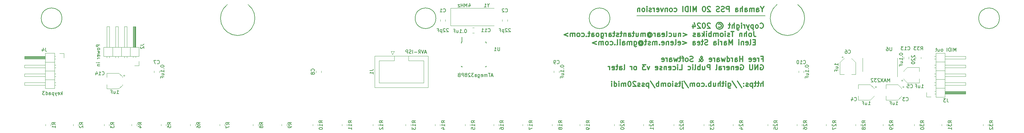
<source format=gbr>
%TF.GenerationSoftware,KiCad,Pcbnew,7.0.10+dfsg-1*%
%TF.CreationDate,2024-02-26T16:50:10+02:00*%
%TF.ProjectId,pss20midi,70737332-306d-4696-9469-2e6b69636164,rev?*%
%TF.SameCoordinates,Original*%
%TF.FileFunction,Legend,Bot*%
%TF.FilePolarity,Positive*%
%FSLAX46Y46*%
G04 Gerber Fmt 4.6, Leading zero omitted, Abs format (unit mm)*
G04 Created by KiCad (PCBNEW 7.0.10+dfsg-1) date 2024-02-26 16:50:10*
%MOMM*%
%LPD*%
G01*
G04 APERTURE LIST*
%ADD10C,0.150000*%
%ADD11C,0.300000*%
%ADD12C,0.120000*%
G04 APERTURE END LIST*
D10*
X289000000Y-106500000D02*
G75*
G03*
X295000000Y-106500000I3000000J-4000000D01*
G01*
X240500000Y-110500000D02*
G75*
G03*
X234500000Y-110500000I-3000000J0D01*
G01*
X234500000Y-110500000D02*
G75*
G03*
X240500000Y-110500000I3000000J0D01*
G01*
X81500000Y-110500000D02*
G75*
G03*
X75500000Y-110500000I-3000000J0D01*
G01*
X75500000Y-110500000D02*
G75*
G03*
X81500000Y-110500000I3000000J0D01*
G01*
X129500000Y-106500000D02*
G75*
G03*
X135500000Y-106500000I3000000J-4000000D01*
G01*
X353500000Y-110500000D02*
G75*
G03*
X347500000Y-110500000I-3000000J0D01*
G01*
X347500000Y-110500000D02*
G75*
G03*
X353500000Y-110500000I3000000J0D01*
G01*
X190000000Y-110500000D02*
G75*
G03*
X184000000Y-110500000I-3000000J0D01*
G01*
X184000000Y-110500000D02*
G75*
G03*
X190000000Y-110500000I3000000J0D01*
G01*
X285500000Y-109750000D02*
X248250000Y-109750000D01*
D11*
X284659774Y-107851542D02*
X284659774Y-108565828D01*
X285159774Y-107065828D02*
X284659774Y-107851542D01*
X284659774Y-107851542D02*
X284159774Y-107065828D01*
X283016918Y-108565828D02*
X283016918Y-107780114D01*
X283016918Y-107780114D02*
X283088346Y-107637257D01*
X283088346Y-107637257D02*
X283231203Y-107565828D01*
X283231203Y-107565828D02*
X283516918Y-107565828D01*
X283516918Y-107565828D02*
X283659775Y-107637257D01*
X283016918Y-108494400D02*
X283159775Y-108565828D01*
X283159775Y-108565828D02*
X283516918Y-108565828D01*
X283516918Y-108565828D02*
X283659775Y-108494400D01*
X283659775Y-108494400D02*
X283731203Y-108351542D01*
X283731203Y-108351542D02*
X283731203Y-108208685D01*
X283731203Y-108208685D02*
X283659775Y-108065828D01*
X283659775Y-108065828D02*
X283516918Y-107994400D01*
X283516918Y-107994400D02*
X283159775Y-107994400D01*
X283159775Y-107994400D02*
X283016918Y-107922971D01*
X282302632Y-108565828D02*
X282302632Y-107565828D01*
X282302632Y-107708685D02*
X282231203Y-107637257D01*
X282231203Y-107637257D02*
X282088346Y-107565828D01*
X282088346Y-107565828D02*
X281874060Y-107565828D01*
X281874060Y-107565828D02*
X281731203Y-107637257D01*
X281731203Y-107637257D02*
X281659775Y-107780114D01*
X281659775Y-107780114D02*
X281659775Y-108565828D01*
X281659775Y-107780114D02*
X281588346Y-107637257D01*
X281588346Y-107637257D02*
X281445489Y-107565828D01*
X281445489Y-107565828D02*
X281231203Y-107565828D01*
X281231203Y-107565828D02*
X281088346Y-107637257D01*
X281088346Y-107637257D02*
X281016917Y-107780114D01*
X281016917Y-107780114D02*
X281016917Y-108565828D01*
X279659775Y-108565828D02*
X279659775Y-107780114D01*
X279659775Y-107780114D02*
X279731203Y-107637257D01*
X279731203Y-107637257D02*
X279874060Y-107565828D01*
X279874060Y-107565828D02*
X280159775Y-107565828D01*
X280159775Y-107565828D02*
X280302632Y-107637257D01*
X279659775Y-108494400D02*
X279802632Y-108565828D01*
X279802632Y-108565828D02*
X280159775Y-108565828D01*
X280159775Y-108565828D02*
X280302632Y-108494400D01*
X280302632Y-108494400D02*
X280374060Y-108351542D01*
X280374060Y-108351542D02*
X280374060Y-108208685D01*
X280374060Y-108208685D02*
X280302632Y-108065828D01*
X280302632Y-108065828D02*
X280159775Y-107994400D01*
X280159775Y-107994400D02*
X279802632Y-107994400D01*
X279802632Y-107994400D02*
X279659775Y-107922971D01*
X278945489Y-108565828D02*
X278945489Y-107065828D01*
X278302632Y-108565828D02*
X278302632Y-107780114D01*
X278302632Y-107780114D02*
X278374060Y-107637257D01*
X278374060Y-107637257D02*
X278516917Y-107565828D01*
X278516917Y-107565828D02*
X278731203Y-107565828D01*
X278731203Y-107565828D02*
X278874060Y-107637257D01*
X278874060Y-107637257D02*
X278945489Y-107708685D01*
X276945489Y-108565828D02*
X276945489Y-107780114D01*
X276945489Y-107780114D02*
X277016917Y-107637257D01*
X277016917Y-107637257D02*
X277159774Y-107565828D01*
X277159774Y-107565828D02*
X277445489Y-107565828D01*
X277445489Y-107565828D02*
X277588346Y-107637257D01*
X276945489Y-108494400D02*
X277088346Y-108565828D01*
X277088346Y-108565828D02*
X277445489Y-108565828D01*
X277445489Y-108565828D02*
X277588346Y-108494400D01*
X277588346Y-108494400D02*
X277659774Y-108351542D01*
X277659774Y-108351542D02*
X277659774Y-108208685D01*
X277659774Y-108208685D02*
X277588346Y-108065828D01*
X277588346Y-108065828D02*
X277445489Y-107994400D01*
X277445489Y-107994400D02*
X277088346Y-107994400D01*
X277088346Y-107994400D02*
X276945489Y-107922971D01*
X275088346Y-108565828D02*
X275088346Y-107065828D01*
X275088346Y-107065828D02*
X274516917Y-107065828D01*
X274516917Y-107065828D02*
X274374060Y-107137257D01*
X274374060Y-107137257D02*
X274302631Y-107208685D01*
X274302631Y-107208685D02*
X274231203Y-107351542D01*
X274231203Y-107351542D02*
X274231203Y-107565828D01*
X274231203Y-107565828D02*
X274302631Y-107708685D01*
X274302631Y-107708685D02*
X274374060Y-107780114D01*
X274374060Y-107780114D02*
X274516917Y-107851542D01*
X274516917Y-107851542D02*
X275088346Y-107851542D01*
X273659774Y-108494400D02*
X273445489Y-108565828D01*
X273445489Y-108565828D02*
X273088346Y-108565828D01*
X273088346Y-108565828D02*
X272945489Y-108494400D01*
X272945489Y-108494400D02*
X272874060Y-108422971D01*
X272874060Y-108422971D02*
X272802631Y-108280114D01*
X272802631Y-108280114D02*
X272802631Y-108137257D01*
X272802631Y-108137257D02*
X272874060Y-107994400D01*
X272874060Y-107994400D02*
X272945489Y-107922971D01*
X272945489Y-107922971D02*
X273088346Y-107851542D01*
X273088346Y-107851542D02*
X273374060Y-107780114D01*
X273374060Y-107780114D02*
X273516917Y-107708685D01*
X273516917Y-107708685D02*
X273588346Y-107637257D01*
X273588346Y-107637257D02*
X273659774Y-107494400D01*
X273659774Y-107494400D02*
X273659774Y-107351542D01*
X273659774Y-107351542D02*
X273588346Y-107208685D01*
X273588346Y-107208685D02*
X273516917Y-107137257D01*
X273516917Y-107137257D02*
X273374060Y-107065828D01*
X273374060Y-107065828D02*
X273016917Y-107065828D01*
X273016917Y-107065828D02*
X272802631Y-107137257D01*
X272231203Y-108494400D02*
X272016918Y-108565828D01*
X272016918Y-108565828D02*
X271659775Y-108565828D01*
X271659775Y-108565828D02*
X271516918Y-108494400D01*
X271516918Y-108494400D02*
X271445489Y-108422971D01*
X271445489Y-108422971D02*
X271374060Y-108280114D01*
X271374060Y-108280114D02*
X271374060Y-108137257D01*
X271374060Y-108137257D02*
X271445489Y-107994400D01*
X271445489Y-107994400D02*
X271516918Y-107922971D01*
X271516918Y-107922971D02*
X271659775Y-107851542D01*
X271659775Y-107851542D02*
X271945489Y-107780114D01*
X271945489Y-107780114D02*
X272088346Y-107708685D01*
X272088346Y-107708685D02*
X272159775Y-107637257D01*
X272159775Y-107637257D02*
X272231203Y-107494400D01*
X272231203Y-107494400D02*
X272231203Y-107351542D01*
X272231203Y-107351542D02*
X272159775Y-107208685D01*
X272159775Y-107208685D02*
X272088346Y-107137257D01*
X272088346Y-107137257D02*
X271945489Y-107065828D01*
X271945489Y-107065828D02*
X271588346Y-107065828D01*
X271588346Y-107065828D02*
X271374060Y-107137257D01*
X269659775Y-107208685D02*
X269588347Y-107137257D01*
X269588347Y-107137257D02*
X269445490Y-107065828D01*
X269445490Y-107065828D02*
X269088347Y-107065828D01*
X269088347Y-107065828D02*
X268945490Y-107137257D01*
X268945490Y-107137257D02*
X268874061Y-107208685D01*
X268874061Y-107208685D02*
X268802632Y-107351542D01*
X268802632Y-107351542D02*
X268802632Y-107494400D01*
X268802632Y-107494400D02*
X268874061Y-107708685D01*
X268874061Y-107708685D02*
X269731204Y-108565828D01*
X269731204Y-108565828D02*
X268802632Y-108565828D01*
X267874061Y-107065828D02*
X267731204Y-107065828D01*
X267731204Y-107065828D02*
X267588347Y-107137257D01*
X267588347Y-107137257D02*
X267516919Y-107208685D01*
X267516919Y-107208685D02*
X267445490Y-107351542D01*
X267445490Y-107351542D02*
X267374061Y-107637257D01*
X267374061Y-107637257D02*
X267374061Y-107994400D01*
X267374061Y-107994400D02*
X267445490Y-108280114D01*
X267445490Y-108280114D02*
X267516919Y-108422971D01*
X267516919Y-108422971D02*
X267588347Y-108494400D01*
X267588347Y-108494400D02*
X267731204Y-108565828D01*
X267731204Y-108565828D02*
X267874061Y-108565828D01*
X267874061Y-108565828D02*
X268016919Y-108494400D01*
X268016919Y-108494400D02*
X268088347Y-108422971D01*
X268088347Y-108422971D02*
X268159776Y-108280114D01*
X268159776Y-108280114D02*
X268231204Y-107994400D01*
X268231204Y-107994400D02*
X268231204Y-107637257D01*
X268231204Y-107637257D02*
X268159776Y-107351542D01*
X268159776Y-107351542D02*
X268088347Y-107208685D01*
X268088347Y-107208685D02*
X268016919Y-107137257D01*
X268016919Y-107137257D02*
X267874061Y-107065828D01*
X265588348Y-108565828D02*
X265588348Y-107065828D01*
X265588348Y-107065828D02*
X265088348Y-108137257D01*
X265088348Y-108137257D02*
X264588348Y-107065828D01*
X264588348Y-107065828D02*
X264588348Y-108565828D01*
X263874062Y-108565828D02*
X263874062Y-107065828D01*
X263159776Y-108565828D02*
X263159776Y-107065828D01*
X263159776Y-107065828D02*
X262802633Y-107065828D01*
X262802633Y-107065828D02*
X262588347Y-107137257D01*
X262588347Y-107137257D02*
X262445490Y-107280114D01*
X262445490Y-107280114D02*
X262374061Y-107422971D01*
X262374061Y-107422971D02*
X262302633Y-107708685D01*
X262302633Y-107708685D02*
X262302633Y-107922971D01*
X262302633Y-107922971D02*
X262374061Y-108208685D01*
X262374061Y-108208685D02*
X262445490Y-108351542D01*
X262445490Y-108351542D02*
X262588347Y-108494400D01*
X262588347Y-108494400D02*
X262802633Y-108565828D01*
X262802633Y-108565828D02*
X263159776Y-108565828D01*
X261659776Y-108565828D02*
X261659776Y-107065828D01*
X259159776Y-108494400D02*
X259302633Y-108565828D01*
X259302633Y-108565828D02*
X259588347Y-108565828D01*
X259588347Y-108565828D02*
X259731204Y-108494400D01*
X259731204Y-108494400D02*
X259802633Y-108422971D01*
X259802633Y-108422971D02*
X259874061Y-108280114D01*
X259874061Y-108280114D02*
X259874061Y-107851542D01*
X259874061Y-107851542D02*
X259802633Y-107708685D01*
X259802633Y-107708685D02*
X259731204Y-107637257D01*
X259731204Y-107637257D02*
X259588347Y-107565828D01*
X259588347Y-107565828D02*
X259302633Y-107565828D01*
X259302633Y-107565828D02*
X259159776Y-107637257D01*
X258302633Y-108565828D02*
X258445490Y-108494400D01*
X258445490Y-108494400D02*
X258516919Y-108422971D01*
X258516919Y-108422971D02*
X258588347Y-108280114D01*
X258588347Y-108280114D02*
X258588347Y-107851542D01*
X258588347Y-107851542D02*
X258516919Y-107708685D01*
X258516919Y-107708685D02*
X258445490Y-107637257D01*
X258445490Y-107637257D02*
X258302633Y-107565828D01*
X258302633Y-107565828D02*
X258088347Y-107565828D01*
X258088347Y-107565828D02*
X257945490Y-107637257D01*
X257945490Y-107637257D02*
X257874062Y-107708685D01*
X257874062Y-107708685D02*
X257802633Y-107851542D01*
X257802633Y-107851542D02*
X257802633Y-108280114D01*
X257802633Y-108280114D02*
X257874062Y-108422971D01*
X257874062Y-108422971D02*
X257945490Y-108494400D01*
X257945490Y-108494400D02*
X258088347Y-108565828D01*
X258088347Y-108565828D02*
X258302633Y-108565828D01*
X257159776Y-107565828D02*
X257159776Y-108565828D01*
X257159776Y-107708685D02*
X257088347Y-107637257D01*
X257088347Y-107637257D02*
X256945490Y-107565828D01*
X256945490Y-107565828D02*
X256731204Y-107565828D01*
X256731204Y-107565828D02*
X256588347Y-107637257D01*
X256588347Y-107637257D02*
X256516919Y-107780114D01*
X256516919Y-107780114D02*
X256516919Y-108565828D01*
X255945490Y-107565828D02*
X255588347Y-108565828D01*
X255588347Y-108565828D02*
X255231204Y-107565828D01*
X254088347Y-108494400D02*
X254231204Y-108565828D01*
X254231204Y-108565828D02*
X254516919Y-108565828D01*
X254516919Y-108565828D02*
X254659776Y-108494400D01*
X254659776Y-108494400D02*
X254731204Y-108351542D01*
X254731204Y-108351542D02*
X254731204Y-107780114D01*
X254731204Y-107780114D02*
X254659776Y-107637257D01*
X254659776Y-107637257D02*
X254516919Y-107565828D01*
X254516919Y-107565828D02*
X254231204Y-107565828D01*
X254231204Y-107565828D02*
X254088347Y-107637257D01*
X254088347Y-107637257D02*
X254016919Y-107780114D01*
X254016919Y-107780114D02*
X254016919Y-107922971D01*
X254016919Y-107922971D02*
X254731204Y-108065828D01*
X253374062Y-108565828D02*
X253374062Y-107565828D01*
X253374062Y-107851542D02*
X253302633Y-107708685D01*
X253302633Y-107708685D02*
X253231205Y-107637257D01*
X253231205Y-107637257D02*
X253088347Y-107565828D01*
X253088347Y-107565828D02*
X252945490Y-107565828D01*
X252516919Y-108494400D02*
X252374062Y-108565828D01*
X252374062Y-108565828D02*
X252088348Y-108565828D01*
X252088348Y-108565828D02*
X251945491Y-108494400D01*
X251945491Y-108494400D02*
X251874062Y-108351542D01*
X251874062Y-108351542D02*
X251874062Y-108280114D01*
X251874062Y-108280114D02*
X251945491Y-108137257D01*
X251945491Y-108137257D02*
X252088348Y-108065828D01*
X252088348Y-108065828D02*
X252302634Y-108065828D01*
X252302634Y-108065828D02*
X252445491Y-107994400D01*
X252445491Y-107994400D02*
X252516919Y-107851542D01*
X252516919Y-107851542D02*
X252516919Y-107780114D01*
X252516919Y-107780114D02*
X252445491Y-107637257D01*
X252445491Y-107637257D02*
X252302634Y-107565828D01*
X252302634Y-107565828D02*
X252088348Y-107565828D01*
X252088348Y-107565828D02*
X251945491Y-107637257D01*
X251231205Y-108565828D02*
X251231205Y-107565828D01*
X251231205Y-107065828D02*
X251302633Y-107137257D01*
X251302633Y-107137257D02*
X251231205Y-107208685D01*
X251231205Y-107208685D02*
X251159776Y-107137257D01*
X251159776Y-107137257D02*
X251231205Y-107065828D01*
X251231205Y-107065828D02*
X251231205Y-107208685D01*
X250302633Y-108565828D02*
X250445490Y-108494400D01*
X250445490Y-108494400D02*
X250516919Y-108422971D01*
X250516919Y-108422971D02*
X250588347Y-108280114D01*
X250588347Y-108280114D02*
X250588347Y-107851542D01*
X250588347Y-107851542D02*
X250516919Y-107708685D01*
X250516919Y-107708685D02*
X250445490Y-107637257D01*
X250445490Y-107637257D02*
X250302633Y-107565828D01*
X250302633Y-107565828D02*
X250088347Y-107565828D01*
X250088347Y-107565828D02*
X249945490Y-107637257D01*
X249945490Y-107637257D02*
X249874062Y-107708685D01*
X249874062Y-107708685D02*
X249802633Y-107851542D01*
X249802633Y-107851542D02*
X249802633Y-108280114D01*
X249802633Y-108280114D02*
X249874062Y-108422971D01*
X249874062Y-108422971D02*
X249945490Y-108494400D01*
X249945490Y-108494400D02*
X250088347Y-108565828D01*
X250088347Y-108565828D02*
X250302633Y-108565828D01*
X249159776Y-107565828D02*
X249159776Y-108565828D01*
X249159776Y-107708685D02*
X249088347Y-107637257D01*
X249088347Y-107637257D02*
X248945490Y-107565828D01*
X248945490Y-107565828D02*
X248731204Y-107565828D01*
X248731204Y-107565828D02*
X248588347Y-107637257D01*
X248588347Y-107637257D02*
X248516919Y-107780114D01*
X248516919Y-107780114D02*
X248516919Y-108565828D01*
X284088346Y-113252971D02*
X284159774Y-113324400D01*
X284159774Y-113324400D02*
X284374060Y-113395828D01*
X284374060Y-113395828D02*
X284516917Y-113395828D01*
X284516917Y-113395828D02*
X284731203Y-113324400D01*
X284731203Y-113324400D02*
X284874060Y-113181542D01*
X284874060Y-113181542D02*
X284945489Y-113038685D01*
X284945489Y-113038685D02*
X285016917Y-112752971D01*
X285016917Y-112752971D02*
X285016917Y-112538685D01*
X285016917Y-112538685D02*
X284945489Y-112252971D01*
X284945489Y-112252971D02*
X284874060Y-112110114D01*
X284874060Y-112110114D02*
X284731203Y-111967257D01*
X284731203Y-111967257D02*
X284516917Y-111895828D01*
X284516917Y-111895828D02*
X284374060Y-111895828D01*
X284374060Y-111895828D02*
X284159774Y-111967257D01*
X284159774Y-111967257D02*
X284088346Y-112038685D01*
X283231203Y-113395828D02*
X283374060Y-113324400D01*
X283374060Y-113324400D02*
X283445489Y-113252971D01*
X283445489Y-113252971D02*
X283516917Y-113110114D01*
X283516917Y-113110114D02*
X283516917Y-112681542D01*
X283516917Y-112681542D02*
X283445489Y-112538685D01*
X283445489Y-112538685D02*
X283374060Y-112467257D01*
X283374060Y-112467257D02*
X283231203Y-112395828D01*
X283231203Y-112395828D02*
X283016917Y-112395828D01*
X283016917Y-112395828D02*
X282874060Y-112467257D01*
X282874060Y-112467257D02*
X282802632Y-112538685D01*
X282802632Y-112538685D02*
X282731203Y-112681542D01*
X282731203Y-112681542D02*
X282731203Y-113110114D01*
X282731203Y-113110114D02*
X282802632Y-113252971D01*
X282802632Y-113252971D02*
X282874060Y-113324400D01*
X282874060Y-113324400D02*
X283016917Y-113395828D01*
X283016917Y-113395828D02*
X283231203Y-113395828D01*
X282088346Y-112395828D02*
X282088346Y-113895828D01*
X282088346Y-112467257D02*
X281945489Y-112395828D01*
X281945489Y-112395828D02*
X281659774Y-112395828D01*
X281659774Y-112395828D02*
X281516917Y-112467257D01*
X281516917Y-112467257D02*
X281445489Y-112538685D01*
X281445489Y-112538685D02*
X281374060Y-112681542D01*
X281374060Y-112681542D02*
X281374060Y-113110114D01*
X281374060Y-113110114D02*
X281445489Y-113252971D01*
X281445489Y-113252971D02*
X281516917Y-113324400D01*
X281516917Y-113324400D02*
X281659774Y-113395828D01*
X281659774Y-113395828D02*
X281945489Y-113395828D01*
X281945489Y-113395828D02*
X282088346Y-113324400D01*
X280874060Y-112395828D02*
X280516917Y-113395828D01*
X280159774Y-112395828D02*
X280516917Y-113395828D01*
X280516917Y-113395828D02*
X280659774Y-113752971D01*
X280659774Y-113752971D02*
X280731203Y-113824400D01*
X280731203Y-113824400D02*
X280874060Y-113895828D01*
X279588346Y-113395828D02*
X279588346Y-112395828D01*
X279588346Y-112681542D02*
X279516917Y-112538685D01*
X279516917Y-112538685D02*
X279445489Y-112467257D01*
X279445489Y-112467257D02*
X279302631Y-112395828D01*
X279302631Y-112395828D02*
X279159774Y-112395828D01*
X278659775Y-113395828D02*
X278659775Y-112395828D01*
X278659775Y-111895828D02*
X278731203Y-111967257D01*
X278731203Y-111967257D02*
X278659775Y-112038685D01*
X278659775Y-112038685D02*
X278588346Y-111967257D01*
X278588346Y-111967257D02*
X278659775Y-111895828D01*
X278659775Y-111895828D02*
X278659775Y-112038685D01*
X277302632Y-112395828D02*
X277302632Y-113610114D01*
X277302632Y-113610114D02*
X277374060Y-113752971D01*
X277374060Y-113752971D02*
X277445489Y-113824400D01*
X277445489Y-113824400D02*
X277588346Y-113895828D01*
X277588346Y-113895828D02*
X277802632Y-113895828D01*
X277802632Y-113895828D02*
X277945489Y-113824400D01*
X277302632Y-113324400D02*
X277445489Y-113395828D01*
X277445489Y-113395828D02*
X277731203Y-113395828D01*
X277731203Y-113395828D02*
X277874060Y-113324400D01*
X277874060Y-113324400D02*
X277945489Y-113252971D01*
X277945489Y-113252971D02*
X278016917Y-113110114D01*
X278016917Y-113110114D02*
X278016917Y-112681542D01*
X278016917Y-112681542D02*
X277945489Y-112538685D01*
X277945489Y-112538685D02*
X277874060Y-112467257D01*
X277874060Y-112467257D02*
X277731203Y-112395828D01*
X277731203Y-112395828D02*
X277445489Y-112395828D01*
X277445489Y-112395828D02*
X277302632Y-112467257D01*
X276588346Y-113395828D02*
X276588346Y-111895828D01*
X275945489Y-113395828D02*
X275945489Y-112610114D01*
X275945489Y-112610114D02*
X276016917Y-112467257D01*
X276016917Y-112467257D02*
X276159774Y-112395828D01*
X276159774Y-112395828D02*
X276374060Y-112395828D01*
X276374060Y-112395828D02*
X276516917Y-112467257D01*
X276516917Y-112467257D02*
X276588346Y-112538685D01*
X275445488Y-112395828D02*
X274874060Y-112395828D01*
X275231203Y-111895828D02*
X275231203Y-113181542D01*
X275231203Y-113181542D02*
X275159774Y-113324400D01*
X275159774Y-113324400D02*
X275016917Y-113395828D01*
X275016917Y-113395828D02*
X274874060Y-113395828D01*
X272016917Y-112252971D02*
X272159774Y-112181542D01*
X272159774Y-112181542D02*
X272445488Y-112181542D01*
X272445488Y-112181542D02*
X272588346Y-112252971D01*
X272588346Y-112252971D02*
X272731203Y-112395828D01*
X272731203Y-112395828D02*
X272802631Y-112538685D01*
X272802631Y-112538685D02*
X272802631Y-112824400D01*
X272802631Y-112824400D02*
X272731203Y-112967257D01*
X272731203Y-112967257D02*
X272588346Y-113110114D01*
X272588346Y-113110114D02*
X272445488Y-113181542D01*
X272445488Y-113181542D02*
X272159774Y-113181542D01*
X272159774Y-113181542D02*
X272016917Y-113110114D01*
X272302631Y-111681542D02*
X272659774Y-111752971D01*
X272659774Y-111752971D02*
X273016917Y-111967257D01*
X273016917Y-111967257D02*
X273231203Y-112324400D01*
X273231203Y-112324400D02*
X273302631Y-112681542D01*
X273302631Y-112681542D02*
X273231203Y-113038685D01*
X273231203Y-113038685D02*
X273016917Y-113395828D01*
X273016917Y-113395828D02*
X272659774Y-113610114D01*
X272659774Y-113610114D02*
X272302631Y-113681542D01*
X272302631Y-113681542D02*
X271945488Y-113610114D01*
X271945488Y-113610114D02*
X271588346Y-113395828D01*
X271588346Y-113395828D02*
X271374060Y-113038685D01*
X271374060Y-113038685D02*
X271302631Y-112681542D01*
X271302631Y-112681542D02*
X271374060Y-112324400D01*
X271374060Y-112324400D02*
X271588346Y-111967257D01*
X271588346Y-111967257D02*
X271945488Y-111752971D01*
X271945488Y-111752971D02*
X272302631Y-111681542D01*
X269588345Y-112038685D02*
X269516917Y-111967257D01*
X269516917Y-111967257D02*
X269374060Y-111895828D01*
X269374060Y-111895828D02*
X269016917Y-111895828D01*
X269016917Y-111895828D02*
X268874060Y-111967257D01*
X268874060Y-111967257D02*
X268802631Y-112038685D01*
X268802631Y-112038685D02*
X268731202Y-112181542D01*
X268731202Y-112181542D02*
X268731202Y-112324400D01*
X268731202Y-112324400D02*
X268802631Y-112538685D01*
X268802631Y-112538685D02*
X269659774Y-113395828D01*
X269659774Y-113395828D02*
X268731202Y-113395828D01*
X267802631Y-111895828D02*
X267659774Y-111895828D01*
X267659774Y-111895828D02*
X267516917Y-111967257D01*
X267516917Y-111967257D02*
X267445489Y-112038685D01*
X267445489Y-112038685D02*
X267374060Y-112181542D01*
X267374060Y-112181542D02*
X267302631Y-112467257D01*
X267302631Y-112467257D02*
X267302631Y-112824400D01*
X267302631Y-112824400D02*
X267374060Y-113110114D01*
X267374060Y-113110114D02*
X267445489Y-113252971D01*
X267445489Y-113252971D02*
X267516917Y-113324400D01*
X267516917Y-113324400D02*
X267659774Y-113395828D01*
X267659774Y-113395828D02*
X267802631Y-113395828D01*
X267802631Y-113395828D02*
X267945489Y-113324400D01*
X267945489Y-113324400D02*
X268016917Y-113252971D01*
X268016917Y-113252971D02*
X268088346Y-113110114D01*
X268088346Y-113110114D02*
X268159774Y-112824400D01*
X268159774Y-112824400D02*
X268159774Y-112467257D01*
X268159774Y-112467257D02*
X268088346Y-112181542D01*
X268088346Y-112181542D02*
X268016917Y-112038685D01*
X268016917Y-112038685D02*
X267945489Y-111967257D01*
X267945489Y-111967257D02*
X267802631Y-111895828D01*
X266731203Y-112038685D02*
X266659775Y-111967257D01*
X266659775Y-111967257D02*
X266516918Y-111895828D01*
X266516918Y-111895828D02*
X266159775Y-111895828D01*
X266159775Y-111895828D02*
X266016918Y-111967257D01*
X266016918Y-111967257D02*
X265945489Y-112038685D01*
X265945489Y-112038685D02*
X265874060Y-112181542D01*
X265874060Y-112181542D02*
X265874060Y-112324400D01*
X265874060Y-112324400D02*
X265945489Y-112538685D01*
X265945489Y-112538685D02*
X266802632Y-113395828D01*
X266802632Y-113395828D02*
X265874060Y-113395828D01*
X264588347Y-112395828D02*
X264588347Y-113395828D01*
X264945489Y-111824400D02*
X265302632Y-112895828D01*
X265302632Y-112895828D02*
X264374061Y-112895828D01*
X282231203Y-114310828D02*
X282231203Y-115382257D01*
X282231203Y-115382257D02*
X282302632Y-115596542D01*
X282302632Y-115596542D02*
X282445489Y-115739400D01*
X282445489Y-115739400D02*
X282659775Y-115810828D01*
X282659775Y-115810828D02*
X282802632Y-115810828D01*
X281302632Y-115810828D02*
X281445489Y-115739400D01*
X281445489Y-115739400D02*
X281516918Y-115667971D01*
X281516918Y-115667971D02*
X281588346Y-115525114D01*
X281588346Y-115525114D02*
X281588346Y-115096542D01*
X281588346Y-115096542D02*
X281516918Y-114953685D01*
X281516918Y-114953685D02*
X281445489Y-114882257D01*
X281445489Y-114882257D02*
X281302632Y-114810828D01*
X281302632Y-114810828D02*
X281088346Y-114810828D01*
X281088346Y-114810828D02*
X280945489Y-114882257D01*
X280945489Y-114882257D02*
X280874061Y-114953685D01*
X280874061Y-114953685D02*
X280802632Y-115096542D01*
X280802632Y-115096542D02*
X280802632Y-115525114D01*
X280802632Y-115525114D02*
X280874061Y-115667971D01*
X280874061Y-115667971D02*
X280945489Y-115739400D01*
X280945489Y-115739400D02*
X281088346Y-115810828D01*
X281088346Y-115810828D02*
X281302632Y-115810828D01*
X280159775Y-115810828D02*
X280159775Y-114310828D01*
X279516918Y-115810828D02*
X279516918Y-115025114D01*
X279516918Y-115025114D02*
X279588346Y-114882257D01*
X279588346Y-114882257D02*
X279731203Y-114810828D01*
X279731203Y-114810828D02*
X279945489Y-114810828D01*
X279945489Y-114810828D02*
X280088346Y-114882257D01*
X280088346Y-114882257D02*
X280159775Y-114953685D01*
X278802632Y-114810828D02*
X278802632Y-115810828D01*
X278802632Y-114953685D02*
X278731203Y-114882257D01*
X278731203Y-114882257D02*
X278588346Y-114810828D01*
X278588346Y-114810828D02*
X278374060Y-114810828D01*
X278374060Y-114810828D02*
X278231203Y-114882257D01*
X278231203Y-114882257D02*
X278159775Y-115025114D01*
X278159775Y-115025114D02*
X278159775Y-115810828D01*
X276516917Y-114310828D02*
X275659775Y-114310828D01*
X276088346Y-115810828D02*
X276088346Y-114310828D01*
X275231203Y-115739400D02*
X275088346Y-115810828D01*
X275088346Y-115810828D02*
X274802632Y-115810828D01*
X274802632Y-115810828D02*
X274659775Y-115739400D01*
X274659775Y-115739400D02*
X274588346Y-115596542D01*
X274588346Y-115596542D02*
X274588346Y-115525114D01*
X274588346Y-115525114D02*
X274659775Y-115382257D01*
X274659775Y-115382257D02*
X274802632Y-115310828D01*
X274802632Y-115310828D02*
X275016918Y-115310828D01*
X275016918Y-115310828D02*
X275159775Y-115239400D01*
X275159775Y-115239400D02*
X275231203Y-115096542D01*
X275231203Y-115096542D02*
X275231203Y-115025114D01*
X275231203Y-115025114D02*
X275159775Y-114882257D01*
X275159775Y-114882257D02*
X275016918Y-114810828D01*
X275016918Y-114810828D02*
X274802632Y-114810828D01*
X274802632Y-114810828D02*
X274659775Y-114882257D01*
X273945489Y-115810828D02*
X273945489Y-114810828D01*
X273945489Y-114310828D02*
X274016917Y-114382257D01*
X274016917Y-114382257D02*
X273945489Y-114453685D01*
X273945489Y-114453685D02*
X273874060Y-114382257D01*
X273874060Y-114382257D02*
X273945489Y-114310828D01*
X273945489Y-114310828D02*
X273945489Y-114453685D01*
X273016917Y-115810828D02*
X273159774Y-115739400D01*
X273159774Y-115739400D02*
X273231203Y-115667971D01*
X273231203Y-115667971D02*
X273302631Y-115525114D01*
X273302631Y-115525114D02*
X273302631Y-115096542D01*
X273302631Y-115096542D02*
X273231203Y-114953685D01*
X273231203Y-114953685D02*
X273159774Y-114882257D01*
X273159774Y-114882257D02*
X273016917Y-114810828D01*
X273016917Y-114810828D02*
X272802631Y-114810828D01*
X272802631Y-114810828D02*
X272659774Y-114882257D01*
X272659774Y-114882257D02*
X272588346Y-114953685D01*
X272588346Y-114953685D02*
X272516917Y-115096542D01*
X272516917Y-115096542D02*
X272516917Y-115525114D01*
X272516917Y-115525114D02*
X272588346Y-115667971D01*
X272588346Y-115667971D02*
X272659774Y-115739400D01*
X272659774Y-115739400D02*
X272802631Y-115810828D01*
X272802631Y-115810828D02*
X273016917Y-115810828D01*
X271874060Y-115810828D02*
X271874060Y-114810828D01*
X271874060Y-114953685D02*
X271802631Y-114882257D01*
X271802631Y-114882257D02*
X271659774Y-114810828D01*
X271659774Y-114810828D02*
X271445488Y-114810828D01*
X271445488Y-114810828D02*
X271302631Y-114882257D01*
X271302631Y-114882257D02*
X271231203Y-115025114D01*
X271231203Y-115025114D02*
X271231203Y-115810828D01*
X271231203Y-115025114D02*
X271159774Y-114882257D01*
X271159774Y-114882257D02*
X271016917Y-114810828D01*
X271016917Y-114810828D02*
X270802631Y-114810828D01*
X270802631Y-114810828D02*
X270659774Y-114882257D01*
X270659774Y-114882257D02*
X270588345Y-115025114D01*
X270588345Y-115025114D02*
X270588345Y-115810828D01*
X269874060Y-115810828D02*
X269874060Y-114310828D01*
X269874060Y-114882257D02*
X269731203Y-114810828D01*
X269731203Y-114810828D02*
X269445488Y-114810828D01*
X269445488Y-114810828D02*
X269302631Y-114882257D01*
X269302631Y-114882257D02*
X269231203Y-114953685D01*
X269231203Y-114953685D02*
X269159774Y-115096542D01*
X269159774Y-115096542D02*
X269159774Y-115525114D01*
X269159774Y-115525114D02*
X269231203Y-115667971D01*
X269231203Y-115667971D02*
X269302631Y-115739400D01*
X269302631Y-115739400D02*
X269445488Y-115810828D01*
X269445488Y-115810828D02*
X269731203Y-115810828D01*
X269731203Y-115810828D02*
X269874060Y-115739400D01*
X268516917Y-115810828D02*
X268516917Y-114810828D01*
X268516917Y-114310828D02*
X268588345Y-114382257D01*
X268588345Y-114382257D02*
X268516917Y-114453685D01*
X268516917Y-114453685D02*
X268445488Y-114382257D01*
X268445488Y-114382257D02*
X268516917Y-114310828D01*
X268516917Y-114310828D02*
X268516917Y-114453685D01*
X267802631Y-115810828D02*
X267802631Y-114310828D01*
X267659774Y-115239400D02*
X267231202Y-115810828D01*
X267231202Y-114810828D02*
X267802631Y-115382257D01*
X265945488Y-115810828D02*
X265945488Y-115025114D01*
X265945488Y-115025114D02*
X266016916Y-114882257D01*
X266016916Y-114882257D02*
X266159773Y-114810828D01*
X266159773Y-114810828D02*
X266445488Y-114810828D01*
X266445488Y-114810828D02*
X266588345Y-114882257D01*
X265945488Y-115739400D02*
X266088345Y-115810828D01*
X266088345Y-115810828D02*
X266445488Y-115810828D01*
X266445488Y-115810828D02*
X266588345Y-115739400D01*
X266588345Y-115739400D02*
X266659773Y-115596542D01*
X266659773Y-115596542D02*
X266659773Y-115453685D01*
X266659773Y-115453685D02*
X266588345Y-115310828D01*
X266588345Y-115310828D02*
X266445488Y-115239400D01*
X266445488Y-115239400D02*
X266088345Y-115239400D01*
X266088345Y-115239400D02*
X265945488Y-115167971D01*
X265302630Y-115739400D02*
X265159773Y-115810828D01*
X265159773Y-115810828D02*
X264874059Y-115810828D01*
X264874059Y-115810828D02*
X264731202Y-115739400D01*
X264731202Y-115739400D02*
X264659773Y-115596542D01*
X264659773Y-115596542D02*
X264659773Y-115525114D01*
X264659773Y-115525114D02*
X264731202Y-115382257D01*
X264731202Y-115382257D02*
X264874059Y-115310828D01*
X264874059Y-115310828D02*
X265088345Y-115310828D01*
X265088345Y-115310828D02*
X265231202Y-115239400D01*
X265231202Y-115239400D02*
X265302630Y-115096542D01*
X265302630Y-115096542D02*
X265302630Y-115025114D01*
X265302630Y-115025114D02*
X265231202Y-114882257D01*
X265231202Y-114882257D02*
X265088345Y-114810828D01*
X265088345Y-114810828D02*
X264874059Y-114810828D01*
X264874059Y-114810828D02*
X264731202Y-114882257D01*
X261731202Y-114810828D02*
X262874059Y-115239400D01*
X262874059Y-115239400D02*
X261731202Y-115667971D01*
X261016916Y-114810828D02*
X261016916Y-115810828D01*
X261016916Y-114953685D02*
X260945487Y-114882257D01*
X260945487Y-114882257D02*
X260802630Y-114810828D01*
X260802630Y-114810828D02*
X260588344Y-114810828D01*
X260588344Y-114810828D02*
X260445487Y-114882257D01*
X260445487Y-114882257D02*
X260374059Y-115025114D01*
X260374059Y-115025114D02*
X260374059Y-115810828D01*
X259016916Y-114810828D02*
X259016916Y-115810828D01*
X259659773Y-114810828D02*
X259659773Y-115596542D01*
X259659773Y-115596542D02*
X259588344Y-115739400D01*
X259588344Y-115739400D02*
X259445487Y-115810828D01*
X259445487Y-115810828D02*
X259231201Y-115810828D01*
X259231201Y-115810828D02*
X259088344Y-115739400D01*
X259088344Y-115739400D02*
X259016916Y-115667971D01*
X257659773Y-115739400D02*
X257802630Y-115810828D01*
X257802630Y-115810828D02*
X258088344Y-115810828D01*
X258088344Y-115810828D02*
X258231201Y-115739400D01*
X258231201Y-115739400D02*
X258302630Y-115667971D01*
X258302630Y-115667971D02*
X258374058Y-115525114D01*
X258374058Y-115525114D02*
X258374058Y-115096542D01*
X258374058Y-115096542D02*
X258302630Y-114953685D01*
X258302630Y-114953685D02*
X258231201Y-114882257D01*
X258231201Y-114882257D02*
X258088344Y-114810828D01*
X258088344Y-114810828D02*
X257802630Y-114810828D01*
X257802630Y-114810828D02*
X257659773Y-114882257D01*
X256802630Y-115810828D02*
X256945487Y-115739400D01*
X256945487Y-115739400D02*
X257016916Y-115596542D01*
X257016916Y-115596542D02*
X257016916Y-114310828D01*
X255659773Y-115739400D02*
X255802630Y-115810828D01*
X255802630Y-115810828D02*
X256088345Y-115810828D01*
X256088345Y-115810828D02*
X256231202Y-115739400D01*
X256231202Y-115739400D02*
X256302630Y-115596542D01*
X256302630Y-115596542D02*
X256302630Y-115025114D01*
X256302630Y-115025114D02*
X256231202Y-114882257D01*
X256231202Y-114882257D02*
X256088345Y-114810828D01*
X256088345Y-114810828D02*
X255802630Y-114810828D01*
X255802630Y-114810828D02*
X255659773Y-114882257D01*
X255659773Y-114882257D02*
X255588345Y-115025114D01*
X255588345Y-115025114D02*
X255588345Y-115167971D01*
X255588345Y-115167971D02*
X256302630Y-115310828D01*
X254302631Y-115810828D02*
X254302631Y-115025114D01*
X254302631Y-115025114D02*
X254374059Y-114882257D01*
X254374059Y-114882257D02*
X254516916Y-114810828D01*
X254516916Y-114810828D02*
X254802631Y-114810828D01*
X254802631Y-114810828D02*
X254945488Y-114882257D01*
X254302631Y-115739400D02*
X254445488Y-115810828D01*
X254445488Y-115810828D02*
X254802631Y-115810828D01*
X254802631Y-115810828D02*
X254945488Y-115739400D01*
X254945488Y-115739400D02*
X255016916Y-115596542D01*
X255016916Y-115596542D02*
X255016916Y-115453685D01*
X255016916Y-115453685D02*
X254945488Y-115310828D01*
X254945488Y-115310828D02*
X254802631Y-115239400D01*
X254802631Y-115239400D02*
X254445488Y-115239400D01*
X254445488Y-115239400D02*
X254302631Y-115167971D01*
X253588345Y-115810828D02*
X253588345Y-114810828D01*
X253588345Y-115096542D02*
X253516916Y-114953685D01*
X253516916Y-114953685D02*
X253445488Y-114882257D01*
X253445488Y-114882257D02*
X253302630Y-114810828D01*
X253302630Y-114810828D02*
X253159773Y-114810828D01*
X251731202Y-115096542D02*
X251802631Y-115025114D01*
X251802631Y-115025114D02*
X251945488Y-114953685D01*
X251945488Y-114953685D02*
X252088345Y-114953685D01*
X252088345Y-114953685D02*
X252231202Y-115025114D01*
X252231202Y-115025114D02*
X252302631Y-115096542D01*
X252302631Y-115096542D02*
X252374059Y-115239400D01*
X252374059Y-115239400D02*
X252374059Y-115382257D01*
X252374059Y-115382257D02*
X252302631Y-115525114D01*
X252302631Y-115525114D02*
X252231202Y-115596542D01*
X252231202Y-115596542D02*
X252088345Y-115667971D01*
X252088345Y-115667971D02*
X251945488Y-115667971D01*
X251945488Y-115667971D02*
X251802631Y-115596542D01*
X251802631Y-115596542D02*
X251731202Y-115525114D01*
X251731202Y-114953685D02*
X251731202Y-115525114D01*
X251731202Y-115525114D02*
X251659774Y-115596542D01*
X251659774Y-115596542D02*
X251588345Y-115596542D01*
X251588345Y-115596542D02*
X251445488Y-115525114D01*
X251445488Y-115525114D02*
X251374059Y-115382257D01*
X251374059Y-115382257D02*
X251374059Y-115025114D01*
X251374059Y-115025114D02*
X251516917Y-114810828D01*
X251516917Y-114810828D02*
X251731202Y-114667971D01*
X251731202Y-114667971D02*
X252016917Y-114596542D01*
X252016917Y-114596542D02*
X252302631Y-114667971D01*
X252302631Y-114667971D02*
X252516917Y-114810828D01*
X252516917Y-114810828D02*
X252659774Y-115025114D01*
X252659774Y-115025114D02*
X252731202Y-115310828D01*
X252731202Y-115310828D02*
X252659774Y-115596542D01*
X252659774Y-115596542D02*
X252516917Y-115810828D01*
X252516917Y-115810828D02*
X252302631Y-115953685D01*
X252302631Y-115953685D02*
X252016917Y-116025114D01*
X252016917Y-116025114D02*
X251731202Y-115953685D01*
X251731202Y-115953685D02*
X251516917Y-115810828D01*
X250731203Y-115810828D02*
X250731203Y-114810828D01*
X250731203Y-114953685D02*
X250659774Y-114882257D01*
X250659774Y-114882257D02*
X250516917Y-114810828D01*
X250516917Y-114810828D02*
X250302631Y-114810828D01*
X250302631Y-114810828D02*
X250159774Y-114882257D01*
X250159774Y-114882257D02*
X250088346Y-115025114D01*
X250088346Y-115025114D02*
X250088346Y-115810828D01*
X250088346Y-115025114D02*
X250016917Y-114882257D01*
X250016917Y-114882257D02*
X249874060Y-114810828D01*
X249874060Y-114810828D02*
X249659774Y-114810828D01*
X249659774Y-114810828D02*
X249516917Y-114882257D01*
X249516917Y-114882257D02*
X249445488Y-115025114D01*
X249445488Y-115025114D02*
X249445488Y-115810828D01*
X248088346Y-114810828D02*
X248088346Y-115810828D01*
X248731203Y-114810828D02*
X248731203Y-115596542D01*
X248731203Y-115596542D02*
X248659774Y-115739400D01*
X248659774Y-115739400D02*
X248516917Y-115810828D01*
X248516917Y-115810828D02*
X248302631Y-115810828D01*
X248302631Y-115810828D02*
X248159774Y-115739400D01*
X248159774Y-115739400D02*
X248088346Y-115667971D01*
X247588345Y-114810828D02*
X247016917Y-114810828D01*
X247374060Y-114310828D02*
X247374060Y-115596542D01*
X247374060Y-115596542D02*
X247302631Y-115739400D01*
X247302631Y-115739400D02*
X247159774Y-115810828D01*
X247159774Y-115810828D02*
X247016917Y-115810828D01*
X245874060Y-115810828D02*
X245874060Y-115025114D01*
X245874060Y-115025114D02*
X245945488Y-114882257D01*
X245945488Y-114882257D02*
X246088345Y-114810828D01*
X246088345Y-114810828D02*
X246374060Y-114810828D01*
X246374060Y-114810828D02*
X246516917Y-114882257D01*
X245874060Y-115739400D02*
X246016917Y-115810828D01*
X246016917Y-115810828D02*
X246374060Y-115810828D01*
X246374060Y-115810828D02*
X246516917Y-115739400D01*
X246516917Y-115739400D02*
X246588345Y-115596542D01*
X246588345Y-115596542D02*
X246588345Y-115453685D01*
X246588345Y-115453685D02*
X246516917Y-115310828D01*
X246516917Y-115310828D02*
X246374060Y-115239400D01*
X246374060Y-115239400D02*
X246016917Y-115239400D01*
X246016917Y-115239400D02*
X245874060Y-115167971D01*
X245159774Y-114810828D02*
X245159774Y-115810828D01*
X245159774Y-114953685D02*
X245088345Y-114882257D01*
X245088345Y-114882257D02*
X244945488Y-114810828D01*
X244945488Y-114810828D02*
X244731202Y-114810828D01*
X244731202Y-114810828D02*
X244588345Y-114882257D01*
X244588345Y-114882257D02*
X244516917Y-115025114D01*
X244516917Y-115025114D02*
X244516917Y-115810828D01*
X244016916Y-114810828D02*
X243445488Y-114810828D01*
X243802631Y-114310828D02*
X243802631Y-115596542D01*
X243802631Y-115596542D02*
X243731202Y-115739400D01*
X243731202Y-115739400D02*
X243588345Y-115810828D01*
X243588345Y-115810828D02*
X243445488Y-115810828D01*
X243016916Y-115739400D02*
X242874059Y-115810828D01*
X242874059Y-115810828D02*
X242588345Y-115810828D01*
X242588345Y-115810828D02*
X242445488Y-115739400D01*
X242445488Y-115739400D02*
X242374059Y-115596542D01*
X242374059Y-115596542D02*
X242374059Y-115525114D01*
X242374059Y-115525114D02*
X242445488Y-115382257D01*
X242445488Y-115382257D02*
X242588345Y-115310828D01*
X242588345Y-115310828D02*
X242802631Y-115310828D01*
X242802631Y-115310828D02*
X242945488Y-115239400D01*
X242945488Y-115239400D02*
X243016916Y-115096542D01*
X243016916Y-115096542D02*
X243016916Y-115025114D01*
X243016916Y-115025114D02*
X242945488Y-114882257D01*
X242945488Y-114882257D02*
X242802631Y-114810828D01*
X242802631Y-114810828D02*
X242588345Y-114810828D01*
X242588345Y-114810828D02*
X242445488Y-114882257D01*
X241945487Y-114810828D02*
X241374059Y-114810828D01*
X241731202Y-114310828D02*
X241731202Y-115596542D01*
X241731202Y-115596542D02*
X241659773Y-115739400D01*
X241659773Y-115739400D02*
X241516916Y-115810828D01*
X241516916Y-115810828D02*
X241374059Y-115810828D01*
X240231202Y-115810828D02*
X240231202Y-115025114D01*
X240231202Y-115025114D02*
X240302630Y-114882257D01*
X240302630Y-114882257D02*
X240445487Y-114810828D01*
X240445487Y-114810828D02*
X240731202Y-114810828D01*
X240731202Y-114810828D02*
X240874059Y-114882257D01*
X240231202Y-115739400D02*
X240374059Y-115810828D01*
X240374059Y-115810828D02*
X240731202Y-115810828D01*
X240731202Y-115810828D02*
X240874059Y-115739400D01*
X240874059Y-115739400D02*
X240945487Y-115596542D01*
X240945487Y-115596542D02*
X240945487Y-115453685D01*
X240945487Y-115453685D02*
X240874059Y-115310828D01*
X240874059Y-115310828D02*
X240731202Y-115239400D01*
X240731202Y-115239400D02*
X240374059Y-115239400D01*
X240374059Y-115239400D02*
X240231202Y-115167971D01*
X239516916Y-115810828D02*
X239516916Y-114810828D01*
X239516916Y-115096542D02*
X239445487Y-114953685D01*
X239445487Y-114953685D02*
X239374059Y-114882257D01*
X239374059Y-114882257D02*
X239231201Y-114810828D01*
X239231201Y-114810828D02*
X239088344Y-114810828D01*
X237945488Y-114810828D02*
X237945488Y-116025114D01*
X237945488Y-116025114D02*
X238016916Y-116167971D01*
X238016916Y-116167971D02*
X238088345Y-116239400D01*
X238088345Y-116239400D02*
X238231202Y-116310828D01*
X238231202Y-116310828D02*
X238445488Y-116310828D01*
X238445488Y-116310828D02*
X238588345Y-116239400D01*
X237945488Y-115739400D02*
X238088345Y-115810828D01*
X238088345Y-115810828D02*
X238374059Y-115810828D01*
X238374059Y-115810828D02*
X238516916Y-115739400D01*
X238516916Y-115739400D02*
X238588345Y-115667971D01*
X238588345Y-115667971D02*
X238659773Y-115525114D01*
X238659773Y-115525114D02*
X238659773Y-115096542D01*
X238659773Y-115096542D02*
X238588345Y-114953685D01*
X238588345Y-114953685D02*
X238516916Y-114882257D01*
X238516916Y-114882257D02*
X238374059Y-114810828D01*
X238374059Y-114810828D02*
X238088345Y-114810828D01*
X238088345Y-114810828D02*
X237945488Y-114882257D01*
X237016916Y-115810828D02*
X237159773Y-115739400D01*
X237159773Y-115739400D02*
X237231202Y-115667971D01*
X237231202Y-115667971D02*
X237302630Y-115525114D01*
X237302630Y-115525114D02*
X237302630Y-115096542D01*
X237302630Y-115096542D02*
X237231202Y-114953685D01*
X237231202Y-114953685D02*
X237159773Y-114882257D01*
X237159773Y-114882257D02*
X237016916Y-114810828D01*
X237016916Y-114810828D02*
X236802630Y-114810828D01*
X236802630Y-114810828D02*
X236659773Y-114882257D01*
X236659773Y-114882257D02*
X236588345Y-114953685D01*
X236588345Y-114953685D02*
X236516916Y-115096542D01*
X236516916Y-115096542D02*
X236516916Y-115525114D01*
X236516916Y-115525114D02*
X236588345Y-115667971D01*
X236588345Y-115667971D02*
X236659773Y-115739400D01*
X236659773Y-115739400D02*
X236802630Y-115810828D01*
X236802630Y-115810828D02*
X237016916Y-115810828D01*
X235231202Y-115810828D02*
X235231202Y-115025114D01*
X235231202Y-115025114D02*
X235302630Y-114882257D01*
X235302630Y-114882257D02*
X235445487Y-114810828D01*
X235445487Y-114810828D02*
X235731202Y-114810828D01*
X235731202Y-114810828D02*
X235874059Y-114882257D01*
X235231202Y-115739400D02*
X235374059Y-115810828D01*
X235374059Y-115810828D02*
X235731202Y-115810828D01*
X235731202Y-115810828D02*
X235874059Y-115739400D01*
X235874059Y-115739400D02*
X235945487Y-115596542D01*
X235945487Y-115596542D02*
X235945487Y-115453685D01*
X235945487Y-115453685D02*
X235874059Y-115310828D01*
X235874059Y-115310828D02*
X235731202Y-115239400D01*
X235731202Y-115239400D02*
X235374059Y-115239400D01*
X235374059Y-115239400D02*
X235231202Y-115167971D01*
X234731201Y-114810828D02*
X234159773Y-114810828D01*
X234516916Y-114310828D02*
X234516916Y-115596542D01*
X234516916Y-115596542D02*
X234445487Y-115739400D01*
X234445487Y-115739400D02*
X234302630Y-115810828D01*
X234302630Y-115810828D02*
X234159773Y-115810828D01*
X233659773Y-115667971D02*
X233588344Y-115739400D01*
X233588344Y-115739400D02*
X233659773Y-115810828D01*
X233659773Y-115810828D02*
X233731201Y-115739400D01*
X233731201Y-115739400D02*
X233659773Y-115667971D01*
X233659773Y-115667971D02*
X233659773Y-115810828D01*
X232302630Y-115739400D02*
X232445487Y-115810828D01*
X232445487Y-115810828D02*
X232731201Y-115810828D01*
X232731201Y-115810828D02*
X232874058Y-115739400D01*
X232874058Y-115739400D02*
X232945487Y-115667971D01*
X232945487Y-115667971D02*
X233016915Y-115525114D01*
X233016915Y-115525114D02*
X233016915Y-115096542D01*
X233016915Y-115096542D02*
X232945487Y-114953685D01*
X232945487Y-114953685D02*
X232874058Y-114882257D01*
X232874058Y-114882257D02*
X232731201Y-114810828D01*
X232731201Y-114810828D02*
X232445487Y-114810828D01*
X232445487Y-114810828D02*
X232302630Y-114882257D01*
X231445487Y-115810828D02*
X231588344Y-115739400D01*
X231588344Y-115739400D02*
X231659773Y-115667971D01*
X231659773Y-115667971D02*
X231731201Y-115525114D01*
X231731201Y-115525114D02*
X231731201Y-115096542D01*
X231731201Y-115096542D02*
X231659773Y-114953685D01*
X231659773Y-114953685D02*
X231588344Y-114882257D01*
X231588344Y-114882257D02*
X231445487Y-114810828D01*
X231445487Y-114810828D02*
X231231201Y-114810828D01*
X231231201Y-114810828D02*
X231088344Y-114882257D01*
X231088344Y-114882257D02*
X231016916Y-114953685D01*
X231016916Y-114953685D02*
X230945487Y-115096542D01*
X230945487Y-115096542D02*
X230945487Y-115525114D01*
X230945487Y-115525114D02*
X231016916Y-115667971D01*
X231016916Y-115667971D02*
X231088344Y-115739400D01*
X231088344Y-115739400D02*
X231231201Y-115810828D01*
X231231201Y-115810828D02*
X231445487Y-115810828D01*
X230302630Y-115810828D02*
X230302630Y-114810828D01*
X230302630Y-114953685D02*
X230231201Y-114882257D01*
X230231201Y-114882257D02*
X230088344Y-114810828D01*
X230088344Y-114810828D02*
X229874058Y-114810828D01*
X229874058Y-114810828D02*
X229731201Y-114882257D01*
X229731201Y-114882257D02*
X229659773Y-115025114D01*
X229659773Y-115025114D02*
X229659773Y-115810828D01*
X229659773Y-115025114D02*
X229588344Y-114882257D01*
X229588344Y-114882257D02*
X229445487Y-114810828D01*
X229445487Y-114810828D02*
X229231201Y-114810828D01*
X229231201Y-114810828D02*
X229088344Y-114882257D01*
X229088344Y-114882257D02*
X229016915Y-115025114D01*
X229016915Y-115025114D02*
X229016915Y-115810828D01*
X228302630Y-114810828D02*
X227159773Y-115239400D01*
X227159773Y-115239400D02*
X228302630Y-115667971D01*
X282659775Y-117440114D02*
X282159775Y-117440114D01*
X281945489Y-118225828D02*
X282659775Y-118225828D01*
X282659775Y-118225828D02*
X282659775Y-116725828D01*
X282659775Y-116725828D02*
X281945489Y-116725828D01*
X281088346Y-118225828D02*
X281231203Y-118154400D01*
X281231203Y-118154400D02*
X281302632Y-118011542D01*
X281302632Y-118011542D02*
X281302632Y-116725828D01*
X279945489Y-118154400D02*
X280088346Y-118225828D01*
X280088346Y-118225828D02*
X280374061Y-118225828D01*
X280374061Y-118225828D02*
X280516918Y-118154400D01*
X280516918Y-118154400D02*
X280588346Y-118011542D01*
X280588346Y-118011542D02*
X280588346Y-117440114D01*
X280588346Y-117440114D02*
X280516918Y-117297257D01*
X280516918Y-117297257D02*
X280374061Y-117225828D01*
X280374061Y-117225828D02*
X280088346Y-117225828D01*
X280088346Y-117225828D02*
X279945489Y-117297257D01*
X279945489Y-117297257D02*
X279874061Y-117440114D01*
X279874061Y-117440114D02*
X279874061Y-117582971D01*
X279874061Y-117582971D02*
X280588346Y-117725828D01*
X279231204Y-117225828D02*
X279231204Y-118225828D01*
X279231204Y-117368685D02*
X279159775Y-117297257D01*
X279159775Y-117297257D02*
X279016918Y-117225828D01*
X279016918Y-117225828D02*
X278802632Y-117225828D01*
X278802632Y-117225828D02*
X278659775Y-117297257D01*
X278659775Y-117297257D02*
X278588347Y-117440114D01*
X278588347Y-117440114D02*
X278588347Y-118225828D01*
X277874061Y-118225828D02*
X277874061Y-117225828D01*
X277874061Y-116725828D02*
X277945489Y-116797257D01*
X277945489Y-116797257D02*
X277874061Y-116868685D01*
X277874061Y-116868685D02*
X277802632Y-116797257D01*
X277802632Y-116797257D02*
X277874061Y-116725828D01*
X277874061Y-116725828D02*
X277874061Y-116868685D01*
X276016918Y-118225828D02*
X276016918Y-116725828D01*
X276016918Y-116725828D02*
X275516918Y-117797257D01*
X275516918Y-117797257D02*
X275016918Y-116725828D01*
X275016918Y-116725828D02*
X275016918Y-118225828D01*
X273659775Y-118225828D02*
X273659775Y-117440114D01*
X273659775Y-117440114D02*
X273731203Y-117297257D01*
X273731203Y-117297257D02*
X273874060Y-117225828D01*
X273874060Y-117225828D02*
X274159775Y-117225828D01*
X274159775Y-117225828D02*
X274302632Y-117297257D01*
X273659775Y-118154400D02*
X273802632Y-118225828D01*
X273802632Y-118225828D02*
X274159775Y-118225828D01*
X274159775Y-118225828D02*
X274302632Y-118154400D01*
X274302632Y-118154400D02*
X274374060Y-118011542D01*
X274374060Y-118011542D02*
X274374060Y-117868685D01*
X274374060Y-117868685D02*
X274302632Y-117725828D01*
X274302632Y-117725828D02*
X274159775Y-117654400D01*
X274159775Y-117654400D02*
X273802632Y-117654400D01*
X273802632Y-117654400D02*
X273659775Y-117582971D01*
X272945489Y-118225828D02*
X272945489Y-117225828D01*
X272945489Y-117511542D02*
X272874060Y-117368685D01*
X272874060Y-117368685D02*
X272802632Y-117297257D01*
X272802632Y-117297257D02*
X272659774Y-117225828D01*
X272659774Y-117225828D02*
X272516917Y-117225828D01*
X272016918Y-118225828D02*
X272016918Y-117225828D01*
X272016918Y-116725828D02*
X272088346Y-116797257D01*
X272088346Y-116797257D02*
X272016918Y-116868685D01*
X272016918Y-116868685D02*
X271945489Y-116797257D01*
X271945489Y-116797257D02*
X272016918Y-116725828D01*
X272016918Y-116725828D02*
X272016918Y-116868685D01*
X270659775Y-118225828D02*
X270659775Y-117440114D01*
X270659775Y-117440114D02*
X270731203Y-117297257D01*
X270731203Y-117297257D02*
X270874060Y-117225828D01*
X270874060Y-117225828D02*
X271159775Y-117225828D01*
X271159775Y-117225828D02*
X271302632Y-117297257D01*
X270659775Y-118154400D02*
X270802632Y-118225828D01*
X270802632Y-118225828D02*
X271159775Y-118225828D01*
X271159775Y-118225828D02*
X271302632Y-118154400D01*
X271302632Y-118154400D02*
X271374060Y-118011542D01*
X271374060Y-118011542D02*
X271374060Y-117868685D01*
X271374060Y-117868685D02*
X271302632Y-117725828D01*
X271302632Y-117725828D02*
X271159775Y-117654400D01*
X271159775Y-117654400D02*
X270802632Y-117654400D01*
X270802632Y-117654400D02*
X270659775Y-117582971D01*
X268874060Y-118154400D02*
X268659775Y-118225828D01*
X268659775Y-118225828D02*
X268302632Y-118225828D01*
X268302632Y-118225828D02*
X268159775Y-118154400D01*
X268159775Y-118154400D02*
X268088346Y-118082971D01*
X268088346Y-118082971D02*
X268016917Y-117940114D01*
X268016917Y-117940114D02*
X268016917Y-117797257D01*
X268016917Y-117797257D02*
X268088346Y-117654400D01*
X268088346Y-117654400D02*
X268159775Y-117582971D01*
X268159775Y-117582971D02*
X268302632Y-117511542D01*
X268302632Y-117511542D02*
X268588346Y-117440114D01*
X268588346Y-117440114D02*
X268731203Y-117368685D01*
X268731203Y-117368685D02*
X268802632Y-117297257D01*
X268802632Y-117297257D02*
X268874060Y-117154400D01*
X268874060Y-117154400D02*
X268874060Y-117011542D01*
X268874060Y-117011542D02*
X268802632Y-116868685D01*
X268802632Y-116868685D02*
X268731203Y-116797257D01*
X268731203Y-116797257D02*
X268588346Y-116725828D01*
X268588346Y-116725828D02*
X268231203Y-116725828D01*
X268231203Y-116725828D02*
X268016917Y-116797257D01*
X267588346Y-117225828D02*
X267016918Y-117225828D01*
X267374061Y-116725828D02*
X267374061Y-118011542D01*
X267374061Y-118011542D02*
X267302632Y-118154400D01*
X267302632Y-118154400D02*
X267159775Y-118225828D01*
X267159775Y-118225828D02*
X267016918Y-118225828D01*
X265945489Y-118154400D02*
X266088346Y-118225828D01*
X266088346Y-118225828D02*
X266374061Y-118225828D01*
X266374061Y-118225828D02*
X266516918Y-118154400D01*
X266516918Y-118154400D02*
X266588346Y-118011542D01*
X266588346Y-118011542D02*
X266588346Y-117440114D01*
X266588346Y-117440114D02*
X266516918Y-117297257D01*
X266516918Y-117297257D02*
X266374061Y-117225828D01*
X266374061Y-117225828D02*
X266088346Y-117225828D01*
X266088346Y-117225828D02*
X265945489Y-117297257D01*
X265945489Y-117297257D02*
X265874061Y-117440114D01*
X265874061Y-117440114D02*
X265874061Y-117582971D01*
X265874061Y-117582971D02*
X266588346Y-117725828D01*
X264588347Y-118225828D02*
X264588347Y-117440114D01*
X264588347Y-117440114D02*
X264659775Y-117297257D01*
X264659775Y-117297257D02*
X264802632Y-117225828D01*
X264802632Y-117225828D02*
X265088347Y-117225828D01*
X265088347Y-117225828D02*
X265231204Y-117297257D01*
X264588347Y-118154400D02*
X264731204Y-118225828D01*
X264731204Y-118225828D02*
X265088347Y-118225828D01*
X265088347Y-118225828D02*
X265231204Y-118154400D01*
X265231204Y-118154400D02*
X265302632Y-118011542D01*
X265302632Y-118011542D02*
X265302632Y-117868685D01*
X265302632Y-117868685D02*
X265231204Y-117725828D01*
X265231204Y-117725828D02*
X265088347Y-117654400D01*
X265088347Y-117654400D02*
X264731204Y-117654400D01*
X264731204Y-117654400D02*
X264588347Y-117582971D01*
X261588347Y-117225828D02*
X262731204Y-117654400D01*
X262731204Y-117654400D02*
X261588347Y-118082971D01*
X260302632Y-118154400D02*
X260445489Y-118225828D01*
X260445489Y-118225828D02*
X260731204Y-118225828D01*
X260731204Y-118225828D02*
X260874061Y-118154400D01*
X260874061Y-118154400D02*
X260945489Y-118011542D01*
X260945489Y-118011542D02*
X260945489Y-117440114D01*
X260945489Y-117440114D02*
X260874061Y-117297257D01*
X260874061Y-117297257D02*
X260731204Y-117225828D01*
X260731204Y-117225828D02*
X260445489Y-117225828D01*
X260445489Y-117225828D02*
X260302632Y-117297257D01*
X260302632Y-117297257D02*
X260231204Y-117440114D01*
X260231204Y-117440114D02*
X260231204Y-117582971D01*
X260231204Y-117582971D02*
X260945489Y-117725828D01*
X259374061Y-118225828D02*
X259516918Y-118154400D01*
X259516918Y-118154400D02*
X259588347Y-118011542D01*
X259588347Y-118011542D02*
X259588347Y-116725828D01*
X258231204Y-118154400D02*
X258374061Y-118225828D01*
X258374061Y-118225828D02*
X258659776Y-118225828D01*
X258659776Y-118225828D02*
X258802633Y-118154400D01*
X258802633Y-118154400D02*
X258874061Y-118011542D01*
X258874061Y-118011542D02*
X258874061Y-117440114D01*
X258874061Y-117440114D02*
X258802633Y-117297257D01*
X258802633Y-117297257D02*
X258659776Y-117225828D01*
X258659776Y-117225828D02*
X258374061Y-117225828D01*
X258374061Y-117225828D02*
X258231204Y-117297257D01*
X258231204Y-117297257D02*
X258159776Y-117440114D01*
X258159776Y-117440114D02*
X258159776Y-117582971D01*
X258159776Y-117582971D02*
X258874061Y-117725828D01*
X257516919Y-117225828D02*
X257516919Y-118225828D01*
X257516919Y-117368685D02*
X257445490Y-117297257D01*
X257445490Y-117297257D02*
X257302633Y-117225828D01*
X257302633Y-117225828D02*
X257088347Y-117225828D01*
X257088347Y-117225828D02*
X256945490Y-117297257D01*
X256945490Y-117297257D02*
X256874062Y-117440114D01*
X256874062Y-117440114D02*
X256874062Y-118225828D01*
X255588347Y-118154400D02*
X255731204Y-118225828D01*
X255731204Y-118225828D02*
X256016919Y-118225828D01*
X256016919Y-118225828D02*
X256159776Y-118154400D01*
X256159776Y-118154400D02*
X256231204Y-118011542D01*
X256231204Y-118011542D02*
X256231204Y-117440114D01*
X256231204Y-117440114D02*
X256159776Y-117297257D01*
X256159776Y-117297257D02*
X256016919Y-117225828D01*
X256016919Y-117225828D02*
X255731204Y-117225828D01*
X255731204Y-117225828D02*
X255588347Y-117297257D01*
X255588347Y-117297257D02*
X255516919Y-117440114D01*
X255516919Y-117440114D02*
X255516919Y-117582971D01*
X255516919Y-117582971D02*
X256231204Y-117725828D01*
X254874062Y-118082971D02*
X254802633Y-118154400D01*
X254802633Y-118154400D02*
X254874062Y-118225828D01*
X254874062Y-118225828D02*
X254945490Y-118154400D01*
X254945490Y-118154400D02*
X254874062Y-118082971D01*
X254874062Y-118082971D02*
X254874062Y-118225828D01*
X254159776Y-118225828D02*
X254159776Y-117225828D01*
X254159776Y-117368685D02*
X254088347Y-117297257D01*
X254088347Y-117297257D02*
X253945490Y-117225828D01*
X253945490Y-117225828D02*
X253731204Y-117225828D01*
X253731204Y-117225828D02*
X253588347Y-117297257D01*
X253588347Y-117297257D02*
X253516919Y-117440114D01*
X253516919Y-117440114D02*
X253516919Y-118225828D01*
X253516919Y-117440114D02*
X253445490Y-117297257D01*
X253445490Y-117297257D02*
X253302633Y-117225828D01*
X253302633Y-117225828D02*
X253088347Y-117225828D01*
X253088347Y-117225828D02*
X252945490Y-117297257D01*
X252945490Y-117297257D02*
X252874061Y-117440114D01*
X252874061Y-117440114D02*
X252874061Y-118225828D01*
X252231204Y-118154400D02*
X252088347Y-118225828D01*
X252088347Y-118225828D02*
X251802633Y-118225828D01*
X251802633Y-118225828D02*
X251659776Y-118154400D01*
X251659776Y-118154400D02*
X251588347Y-118011542D01*
X251588347Y-118011542D02*
X251588347Y-117940114D01*
X251588347Y-117940114D02*
X251659776Y-117797257D01*
X251659776Y-117797257D02*
X251802633Y-117725828D01*
X251802633Y-117725828D02*
X252016919Y-117725828D01*
X252016919Y-117725828D02*
X252159776Y-117654400D01*
X252159776Y-117654400D02*
X252231204Y-117511542D01*
X252231204Y-117511542D02*
X252231204Y-117440114D01*
X252231204Y-117440114D02*
X252159776Y-117297257D01*
X252159776Y-117297257D02*
X252016919Y-117225828D01*
X252016919Y-117225828D02*
X251802633Y-117225828D01*
X251802633Y-117225828D02*
X251659776Y-117297257D01*
X251159775Y-117225828D02*
X250588347Y-117225828D01*
X250945490Y-116725828D02*
X250945490Y-118011542D01*
X250945490Y-118011542D02*
X250874061Y-118154400D01*
X250874061Y-118154400D02*
X250731204Y-118225828D01*
X250731204Y-118225828D02*
X250588347Y-118225828D01*
X249159775Y-117511542D02*
X249231204Y-117440114D01*
X249231204Y-117440114D02*
X249374061Y-117368685D01*
X249374061Y-117368685D02*
X249516918Y-117368685D01*
X249516918Y-117368685D02*
X249659775Y-117440114D01*
X249659775Y-117440114D02*
X249731204Y-117511542D01*
X249731204Y-117511542D02*
X249802632Y-117654400D01*
X249802632Y-117654400D02*
X249802632Y-117797257D01*
X249802632Y-117797257D02*
X249731204Y-117940114D01*
X249731204Y-117940114D02*
X249659775Y-118011542D01*
X249659775Y-118011542D02*
X249516918Y-118082971D01*
X249516918Y-118082971D02*
X249374061Y-118082971D01*
X249374061Y-118082971D02*
X249231204Y-118011542D01*
X249231204Y-118011542D02*
X249159775Y-117940114D01*
X249159775Y-117368685D02*
X249159775Y-117940114D01*
X249159775Y-117940114D02*
X249088347Y-118011542D01*
X249088347Y-118011542D02*
X249016918Y-118011542D01*
X249016918Y-118011542D02*
X248874061Y-117940114D01*
X248874061Y-117940114D02*
X248802632Y-117797257D01*
X248802632Y-117797257D02*
X248802632Y-117440114D01*
X248802632Y-117440114D02*
X248945490Y-117225828D01*
X248945490Y-117225828D02*
X249159775Y-117082971D01*
X249159775Y-117082971D02*
X249445490Y-117011542D01*
X249445490Y-117011542D02*
X249731204Y-117082971D01*
X249731204Y-117082971D02*
X249945490Y-117225828D01*
X249945490Y-117225828D02*
X250088347Y-117440114D01*
X250088347Y-117440114D02*
X250159775Y-117725828D01*
X250159775Y-117725828D02*
X250088347Y-118011542D01*
X250088347Y-118011542D02*
X249945490Y-118225828D01*
X249945490Y-118225828D02*
X249731204Y-118368685D01*
X249731204Y-118368685D02*
X249445490Y-118440114D01*
X249445490Y-118440114D02*
X249159775Y-118368685D01*
X249159775Y-118368685D02*
X248945490Y-118225828D01*
X247516919Y-117225828D02*
X247516919Y-118440114D01*
X247516919Y-118440114D02*
X247588347Y-118582971D01*
X247588347Y-118582971D02*
X247659776Y-118654400D01*
X247659776Y-118654400D02*
X247802633Y-118725828D01*
X247802633Y-118725828D02*
X248016919Y-118725828D01*
X248016919Y-118725828D02*
X248159776Y-118654400D01*
X247516919Y-118154400D02*
X247659776Y-118225828D01*
X247659776Y-118225828D02*
X247945490Y-118225828D01*
X247945490Y-118225828D02*
X248088347Y-118154400D01*
X248088347Y-118154400D02*
X248159776Y-118082971D01*
X248159776Y-118082971D02*
X248231204Y-117940114D01*
X248231204Y-117940114D02*
X248231204Y-117511542D01*
X248231204Y-117511542D02*
X248159776Y-117368685D01*
X248159776Y-117368685D02*
X248088347Y-117297257D01*
X248088347Y-117297257D02*
X247945490Y-117225828D01*
X247945490Y-117225828D02*
X247659776Y-117225828D01*
X247659776Y-117225828D02*
X247516919Y-117297257D01*
X246802633Y-118225828D02*
X246802633Y-117225828D01*
X246802633Y-117368685D02*
X246731204Y-117297257D01*
X246731204Y-117297257D02*
X246588347Y-117225828D01*
X246588347Y-117225828D02*
X246374061Y-117225828D01*
X246374061Y-117225828D02*
X246231204Y-117297257D01*
X246231204Y-117297257D02*
X246159776Y-117440114D01*
X246159776Y-117440114D02*
X246159776Y-118225828D01*
X246159776Y-117440114D02*
X246088347Y-117297257D01*
X246088347Y-117297257D02*
X245945490Y-117225828D01*
X245945490Y-117225828D02*
X245731204Y-117225828D01*
X245731204Y-117225828D02*
X245588347Y-117297257D01*
X245588347Y-117297257D02*
X245516918Y-117440114D01*
X245516918Y-117440114D02*
X245516918Y-118225828D01*
X244159776Y-118225828D02*
X244159776Y-117440114D01*
X244159776Y-117440114D02*
X244231204Y-117297257D01*
X244231204Y-117297257D02*
X244374061Y-117225828D01*
X244374061Y-117225828D02*
X244659776Y-117225828D01*
X244659776Y-117225828D02*
X244802633Y-117297257D01*
X244159776Y-118154400D02*
X244302633Y-118225828D01*
X244302633Y-118225828D02*
X244659776Y-118225828D01*
X244659776Y-118225828D02*
X244802633Y-118154400D01*
X244802633Y-118154400D02*
X244874061Y-118011542D01*
X244874061Y-118011542D02*
X244874061Y-117868685D01*
X244874061Y-117868685D02*
X244802633Y-117725828D01*
X244802633Y-117725828D02*
X244659776Y-117654400D01*
X244659776Y-117654400D02*
X244302633Y-117654400D01*
X244302633Y-117654400D02*
X244159776Y-117582971D01*
X243445490Y-118225828D02*
X243445490Y-117225828D01*
X243445490Y-116725828D02*
X243516918Y-116797257D01*
X243516918Y-116797257D02*
X243445490Y-116868685D01*
X243445490Y-116868685D02*
X243374061Y-116797257D01*
X243374061Y-116797257D02*
X243445490Y-116725828D01*
X243445490Y-116725828D02*
X243445490Y-116868685D01*
X242516918Y-118225828D02*
X242659775Y-118154400D01*
X242659775Y-118154400D02*
X242731204Y-118011542D01*
X242731204Y-118011542D02*
X242731204Y-116725828D01*
X241945490Y-118082971D02*
X241874061Y-118154400D01*
X241874061Y-118154400D02*
X241945490Y-118225828D01*
X241945490Y-118225828D02*
X242016918Y-118154400D01*
X242016918Y-118154400D02*
X241945490Y-118082971D01*
X241945490Y-118082971D02*
X241945490Y-118225828D01*
X240588347Y-118154400D02*
X240731204Y-118225828D01*
X240731204Y-118225828D02*
X241016918Y-118225828D01*
X241016918Y-118225828D02*
X241159775Y-118154400D01*
X241159775Y-118154400D02*
X241231204Y-118082971D01*
X241231204Y-118082971D02*
X241302632Y-117940114D01*
X241302632Y-117940114D02*
X241302632Y-117511542D01*
X241302632Y-117511542D02*
X241231204Y-117368685D01*
X241231204Y-117368685D02*
X241159775Y-117297257D01*
X241159775Y-117297257D02*
X241016918Y-117225828D01*
X241016918Y-117225828D02*
X240731204Y-117225828D01*
X240731204Y-117225828D02*
X240588347Y-117297257D01*
X239731204Y-118225828D02*
X239874061Y-118154400D01*
X239874061Y-118154400D02*
X239945490Y-118082971D01*
X239945490Y-118082971D02*
X240016918Y-117940114D01*
X240016918Y-117940114D02*
X240016918Y-117511542D01*
X240016918Y-117511542D02*
X239945490Y-117368685D01*
X239945490Y-117368685D02*
X239874061Y-117297257D01*
X239874061Y-117297257D02*
X239731204Y-117225828D01*
X239731204Y-117225828D02*
X239516918Y-117225828D01*
X239516918Y-117225828D02*
X239374061Y-117297257D01*
X239374061Y-117297257D02*
X239302633Y-117368685D01*
X239302633Y-117368685D02*
X239231204Y-117511542D01*
X239231204Y-117511542D02*
X239231204Y-117940114D01*
X239231204Y-117940114D02*
X239302633Y-118082971D01*
X239302633Y-118082971D02*
X239374061Y-118154400D01*
X239374061Y-118154400D02*
X239516918Y-118225828D01*
X239516918Y-118225828D02*
X239731204Y-118225828D01*
X238588347Y-118225828D02*
X238588347Y-117225828D01*
X238588347Y-117368685D02*
X238516918Y-117297257D01*
X238516918Y-117297257D02*
X238374061Y-117225828D01*
X238374061Y-117225828D02*
X238159775Y-117225828D01*
X238159775Y-117225828D02*
X238016918Y-117297257D01*
X238016918Y-117297257D02*
X237945490Y-117440114D01*
X237945490Y-117440114D02*
X237945490Y-118225828D01*
X237945490Y-117440114D02*
X237874061Y-117297257D01*
X237874061Y-117297257D02*
X237731204Y-117225828D01*
X237731204Y-117225828D02*
X237516918Y-117225828D01*
X237516918Y-117225828D02*
X237374061Y-117297257D01*
X237374061Y-117297257D02*
X237302632Y-117440114D01*
X237302632Y-117440114D02*
X237302632Y-118225828D01*
X236588347Y-117225828D02*
X235445490Y-117654400D01*
X235445490Y-117654400D02*
X236588347Y-118082971D01*
X284445489Y-122270114D02*
X284945489Y-122270114D01*
X284945489Y-123055828D02*
X284945489Y-121555828D01*
X284945489Y-121555828D02*
X284231203Y-121555828D01*
X283659775Y-123055828D02*
X283659775Y-122055828D01*
X283659775Y-122341542D02*
X283588346Y-122198685D01*
X283588346Y-122198685D02*
X283516918Y-122127257D01*
X283516918Y-122127257D02*
X283374060Y-122055828D01*
X283374060Y-122055828D02*
X283231203Y-122055828D01*
X282159775Y-122984400D02*
X282302632Y-123055828D01*
X282302632Y-123055828D02*
X282588347Y-123055828D01*
X282588347Y-123055828D02*
X282731204Y-122984400D01*
X282731204Y-122984400D02*
X282802632Y-122841542D01*
X282802632Y-122841542D02*
X282802632Y-122270114D01*
X282802632Y-122270114D02*
X282731204Y-122127257D01*
X282731204Y-122127257D02*
X282588347Y-122055828D01*
X282588347Y-122055828D02*
X282302632Y-122055828D01*
X282302632Y-122055828D02*
X282159775Y-122127257D01*
X282159775Y-122127257D02*
X282088347Y-122270114D01*
X282088347Y-122270114D02*
X282088347Y-122412971D01*
X282088347Y-122412971D02*
X282802632Y-122555828D01*
X280874061Y-122984400D02*
X281016918Y-123055828D01*
X281016918Y-123055828D02*
X281302633Y-123055828D01*
X281302633Y-123055828D02*
X281445490Y-122984400D01*
X281445490Y-122984400D02*
X281516918Y-122841542D01*
X281516918Y-122841542D02*
X281516918Y-122270114D01*
X281516918Y-122270114D02*
X281445490Y-122127257D01*
X281445490Y-122127257D02*
X281302633Y-122055828D01*
X281302633Y-122055828D02*
X281016918Y-122055828D01*
X281016918Y-122055828D02*
X280874061Y-122127257D01*
X280874061Y-122127257D02*
X280802633Y-122270114D01*
X280802633Y-122270114D02*
X280802633Y-122412971D01*
X280802633Y-122412971D02*
X281516918Y-122555828D01*
X279016919Y-123055828D02*
X279016919Y-121555828D01*
X279016919Y-122270114D02*
X278159776Y-122270114D01*
X278159776Y-123055828D02*
X278159776Y-121555828D01*
X276802633Y-123055828D02*
X276802633Y-122270114D01*
X276802633Y-122270114D02*
X276874061Y-122127257D01*
X276874061Y-122127257D02*
X277016918Y-122055828D01*
X277016918Y-122055828D02*
X277302633Y-122055828D01*
X277302633Y-122055828D02*
X277445490Y-122127257D01*
X276802633Y-122984400D02*
X276945490Y-123055828D01*
X276945490Y-123055828D02*
X277302633Y-123055828D01*
X277302633Y-123055828D02*
X277445490Y-122984400D01*
X277445490Y-122984400D02*
X277516918Y-122841542D01*
X277516918Y-122841542D02*
X277516918Y-122698685D01*
X277516918Y-122698685D02*
X277445490Y-122555828D01*
X277445490Y-122555828D02*
X277302633Y-122484400D01*
X277302633Y-122484400D02*
X276945490Y-122484400D01*
X276945490Y-122484400D02*
X276802633Y-122412971D01*
X276088347Y-123055828D02*
X276088347Y-122055828D01*
X276088347Y-122341542D02*
X276016918Y-122198685D01*
X276016918Y-122198685D02*
X275945490Y-122127257D01*
X275945490Y-122127257D02*
X275802632Y-122055828D01*
X275802632Y-122055828D02*
X275659775Y-122055828D01*
X274516919Y-123055828D02*
X274516919Y-121555828D01*
X274516919Y-122984400D02*
X274659776Y-123055828D01*
X274659776Y-123055828D02*
X274945490Y-123055828D01*
X274945490Y-123055828D02*
X275088347Y-122984400D01*
X275088347Y-122984400D02*
X275159776Y-122912971D01*
X275159776Y-122912971D02*
X275231204Y-122770114D01*
X275231204Y-122770114D02*
X275231204Y-122341542D01*
X275231204Y-122341542D02*
X275159776Y-122198685D01*
X275159776Y-122198685D02*
X275088347Y-122127257D01*
X275088347Y-122127257D02*
X274945490Y-122055828D01*
X274945490Y-122055828D02*
X274659776Y-122055828D01*
X274659776Y-122055828D02*
X274516919Y-122127257D01*
X273945490Y-122055828D02*
X273659776Y-123055828D01*
X273659776Y-123055828D02*
X273374061Y-122341542D01*
X273374061Y-122341542D02*
X273088347Y-123055828D01*
X273088347Y-123055828D02*
X272802633Y-122055828D01*
X271588347Y-123055828D02*
X271588347Y-122270114D01*
X271588347Y-122270114D02*
X271659775Y-122127257D01*
X271659775Y-122127257D02*
X271802632Y-122055828D01*
X271802632Y-122055828D02*
X272088347Y-122055828D01*
X272088347Y-122055828D02*
X272231204Y-122127257D01*
X271588347Y-122984400D02*
X271731204Y-123055828D01*
X271731204Y-123055828D02*
X272088347Y-123055828D01*
X272088347Y-123055828D02*
X272231204Y-122984400D01*
X272231204Y-122984400D02*
X272302632Y-122841542D01*
X272302632Y-122841542D02*
X272302632Y-122698685D01*
X272302632Y-122698685D02*
X272231204Y-122555828D01*
X272231204Y-122555828D02*
X272088347Y-122484400D01*
X272088347Y-122484400D02*
X271731204Y-122484400D01*
X271731204Y-122484400D02*
X271588347Y-122412971D01*
X270874061Y-123055828D02*
X270874061Y-122055828D01*
X270874061Y-122341542D02*
X270802632Y-122198685D01*
X270802632Y-122198685D02*
X270731204Y-122127257D01*
X270731204Y-122127257D02*
X270588346Y-122055828D01*
X270588346Y-122055828D02*
X270445489Y-122055828D01*
X269374061Y-122984400D02*
X269516918Y-123055828D01*
X269516918Y-123055828D02*
X269802633Y-123055828D01*
X269802633Y-123055828D02*
X269945490Y-122984400D01*
X269945490Y-122984400D02*
X270016918Y-122841542D01*
X270016918Y-122841542D02*
X270016918Y-122270114D01*
X270016918Y-122270114D02*
X269945490Y-122127257D01*
X269945490Y-122127257D02*
X269802633Y-122055828D01*
X269802633Y-122055828D02*
X269516918Y-122055828D01*
X269516918Y-122055828D02*
X269374061Y-122127257D01*
X269374061Y-122127257D02*
X269302633Y-122270114D01*
X269302633Y-122270114D02*
X269302633Y-122412971D01*
X269302633Y-122412971D02*
X270016918Y-122555828D01*
X266302633Y-123055828D02*
X266374062Y-123055828D01*
X266374062Y-123055828D02*
X266516919Y-122984400D01*
X266516919Y-122984400D02*
X266731204Y-122770114D01*
X266731204Y-122770114D02*
X267088347Y-122341542D01*
X267088347Y-122341542D02*
X267231204Y-122127257D01*
X267231204Y-122127257D02*
X267302633Y-121912971D01*
X267302633Y-121912971D02*
X267302633Y-121770114D01*
X267302633Y-121770114D02*
X267231204Y-121627257D01*
X267231204Y-121627257D02*
X267088347Y-121555828D01*
X267088347Y-121555828D02*
X267016919Y-121555828D01*
X267016919Y-121555828D02*
X266874062Y-121627257D01*
X266874062Y-121627257D02*
X266802633Y-121770114D01*
X266802633Y-121770114D02*
X266802633Y-121841542D01*
X266802633Y-121841542D02*
X266874062Y-121984400D01*
X266874062Y-121984400D02*
X266945490Y-122055828D01*
X266945490Y-122055828D02*
X267374062Y-122341542D01*
X267374062Y-122341542D02*
X267445490Y-122412971D01*
X267445490Y-122412971D02*
X267516919Y-122555828D01*
X267516919Y-122555828D02*
X267516919Y-122770114D01*
X267516919Y-122770114D02*
X267445490Y-122912971D01*
X267445490Y-122912971D02*
X267374062Y-122984400D01*
X267374062Y-122984400D02*
X267231204Y-123055828D01*
X267231204Y-123055828D02*
X267016919Y-123055828D01*
X267016919Y-123055828D02*
X266874062Y-122984400D01*
X266874062Y-122984400D02*
X266802633Y-122912971D01*
X266802633Y-122912971D02*
X266588347Y-122627257D01*
X266588347Y-122627257D02*
X266516919Y-122412971D01*
X266516919Y-122412971D02*
X266516919Y-122270114D01*
X264588347Y-122984400D02*
X264374062Y-123055828D01*
X264374062Y-123055828D02*
X264016919Y-123055828D01*
X264016919Y-123055828D02*
X263874062Y-122984400D01*
X263874062Y-122984400D02*
X263802633Y-122912971D01*
X263802633Y-122912971D02*
X263731204Y-122770114D01*
X263731204Y-122770114D02*
X263731204Y-122627257D01*
X263731204Y-122627257D02*
X263802633Y-122484400D01*
X263802633Y-122484400D02*
X263874062Y-122412971D01*
X263874062Y-122412971D02*
X264016919Y-122341542D01*
X264016919Y-122341542D02*
X264302633Y-122270114D01*
X264302633Y-122270114D02*
X264445490Y-122198685D01*
X264445490Y-122198685D02*
X264516919Y-122127257D01*
X264516919Y-122127257D02*
X264588347Y-121984400D01*
X264588347Y-121984400D02*
X264588347Y-121841542D01*
X264588347Y-121841542D02*
X264516919Y-121698685D01*
X264516919Y-121698685D02*
X264445490Y-121627257D01*
X264445490Y-121627257D02*
X264302633Y-121555828D01*
X264302633Y-121555828D02*
X263945490Y-121555828D01*
X263945490Y-121555828D02*
X263731204Y-121627257D01*
X262874062Y-123055828D02*
X263016919Y-122984400D01*
X263016919Y-122984400D02*
X263088348Y-122912971D01*
X263088348Y-122912971D02*
X263159776Y-122770114D01*
X263159776Y-122770114D02*
X263159776Y-122341542D01*
X263159776Y-122341542D02*
X263088348Y-122198685D01*
X263088348Y-122198685D02*
X263016919Y-122127257D01*
X263016919Y-122127257D02*
X262874062Y-122055828D01*
X262874062Y-122055828D02*
X262659776Y-122055828D01*
X262659776Y-122055828D02*
X262516919Y-122127257D01*
X262516919Y-122127257D02*
X262445491Y-122198685D01*
X262445491Y-122198685D02*
X262374062Y-122341542D01*
X262374062Y-122341542D02*
X262374062Y-122770114D01*
X262374062Y-122770114D02*
X262445491Y-122912971D01*
X262445491Y-122912971D02*
X262516919Y-122984400D01*
X262516919Y-122984400D02*
X262659776Y-123055828D01*
X262659776Y-123055828D02*
X262874062Y-123055828D01*
X261945490Y-122055828D02*
X261374062Y-122055828D01*
X261731205Y-123055828D02*
X261731205Y-121770114D01*
X261731205Y-121770114D02*
X261659776Y-121627257D01*
X261659776Y-121627257D02*
X261516919Y-121555828D01*
X261516919Y-121555828D02*
X261374062Y-121555828D01*
X261088347Y-122055828D02*
X260516919Y-122055828D01*
X260874062Y-121555828D02*
X260874062Y-122841542D01*
X260874062Y-122841542D02*
X260802633Y-122984400D01*
X260802633Y-122984400D02*
X260659776Y-123055828D01*
X260659776Y-123055828D02*
X260516919Y-123055828D01*
X260159776Y-122055828D02*
X259874062Y-123055828D01*
X259874062Y-123055828D02*
X259588347Y-122341542D01*
X259588347Y-122341542D02*
X259302633Y-123055828D01*
X259302633Y-123055828D02*
X259016919Y-122055828D01*
X257802633Y-123055828D02*
X257802633Y-122270114D01*
X257802633Y-122270114D02*
X257874061Y-122127257D01*
X257874061Y-122127257D02*
X258016918Y-122055828D01*
X258016918Y-122055828D02*
X258302633Y-122055828D01*
X258302633Y-122055828D02*
X258445490Y-122127257D01*
X257802633Y-122984400D02*
X257945490Y-123055828D01*
X257945490Y-123055828D02*
X258302633Y-123055828D01*
X258302633Y-123055828D02*
X258445490Y-122984400D01*
X258445490Y-122984400D02*
X258516918Y-122841542D01*
X258516918Y-122841542D02*
X258516918Y-122698685D01*
X258516918Y-122698685D02*
X258445490Y-122555828D01*
X258445490Y-122555828D02*
X258302633Y-122484400D01*
X258302633Y-122484400D02*
X257945490Y-122484400D01*
X257945490Y-122484400D02*
X257802633Y-122412971D01*
X257088347Y-123055828D02*
X257088347Y-122055828D01*
X257088347Y-122341542D02*
X257016918Y-122198685D01*
X257016918Y-122198685D02*
X256945490Y-122127257D01*
X256945490Y-122127257D02*
X256802632Y-122055828D01*
X256802632Y-122055828D02*
X256659775Y-122055828D01*
X255588347Y-122984400D02*
X255731204Y-123055828D01*
X255731204Y-123055828D02*
X256016919Y-123055828D01*
X256016919Y-123055828D02*
X256159776Y-122984400D01*
X256159776Y-122984400D02*
X256231204Y-122841542D01*
X256231204Y-122841542D02*
X256231204Y-122270114D01*
X256231204Y-122270114D02*
X256159776Y-122127257D01*
X256159776Y-122127257D02*
X256016919Y-122055828D01*
X256016919Y-122055828D02*
X255731204Y-122055828D01*
X255731204Y-122055828D02*
X255588347Y-122127257D01*
X255588347Y-122127257D02*
X255516919Y-122270114D01*
X255516919Y-122270114D02*
X255516919Y-122412971D01*
X255516919Y-122412971D02*
X256231204Y-122555828D01*
X284159774Y-124042257D02*
X284302632Y-123970828D01*
X284302632Y-123970828D02*
X284516917Y-123970828D01*
X284516917Y-123970828D02*
X284731203Y-124042257D01*
X284731203Y-124042257D02*
X284874060Y-124185114D01*
X284874060Y-124185114D02*
X284945489Y-124327971D01*
X284945489Y-124327971D02*
X285016917Y-124613685D01*
X285016917Y-124613685D02*
X285016917Y-124827971D01*
X285016917Y-124827971D02*
X284945489Y-125113685D01*
X284945489Y-125113685D02*
X284874060Y-125256542D01*
X284874060Y-125256542D02*
X284731203Y-125399400D01*
X284731203Y-125399400D02*
X284516917Y-125470828D01*
X284516917Y-125470828D02*
X284374060Y-125470828D01*
X284374060Y-125470828D02*
X284159774Y-125399400D01*
X284159774Y-125399400D02*
X284088346Y-125327971D01*
X284088346Y-125327971D02*
X284088346Y-124827971D01*
X284088346Y-124827971D02*
X284374060Y-124827971D01*
X283445489Y-125470828D02*
X283445489Y-123970828D01*
X283445489Y-123970828D02*
X282588346Y-125470828D01*
X282588346Y-125470828D02*
X282588346Y-123970828D01*
X281874060Y-123970828D02*
X281874060Y-125185114D01*
X281874060Y-125185114D02*
X281802631Y-125327971D01*
X281802631Y-125327971D02*
X281731203Y-125399400D01*
X281731203Y-125399400D02*
X281588345Y-125470828D01*
X281588345Y-125470828D02*
X281302631Y-125470828D01*
X281302631Y-125470828D02*
X281159774Y-125399400D01*
X281159774Y-125399400D02*
X281088345Y-125327971D01*
X281088345Y-125327971D02*
X281016917Y-125185114D01*
X281016917Y-125185114D02*
X281016917Y-123970828D01*
X278374059Y-124042257D02*
X278516917Y-123970828D01*
X278516917Y-123970828D02*
X278731202Y-123970828D01*
X278731202Y-123970828D02*
X278945488Y-124042257D01*
X278945488Y-124042257D02*
X279088345Y-124185114D01*
X279088345Y-124185114D02*
X279159774Y-124327971D01*
X279159774Y-124327971D02*
X279231202Y-124613685D01*
X279231202Y-124613685D02*
X279231202Y-124827971D01*
X279231202Y-124827971D02*
X279159774Y-125113685D01*
X279159774Y-125113685D02*
X279088345Y-125256542D01*
X279088345Y-125256542D02*
X278945488Y-125399400D01*
X278945488Y-125399400D02*
X278731202Y-125470828D01*
X278731202Y-125470828D02*
X278588345Y-125470828D01*
X278588345Y-125470828D02*
X278374059Y-125399400D01*
X278374059Y-125399400D02*
X278302631Y-125327971D01*
X278302631Y-125327971D02*
X278302631Y-124827971D01*
X278302631Y-124827971D02*
X278588345Y-124827971D01*
X277088345Y-125399400D02*
X277231202Y-125470828D01*
X277231202Y-125470828D02*
X277516917Y-125470828D01*
X277516917Y-125470828D02*
X277659774Y-125399400D01*
X277659774Y-125399400D02*
X277731202Y-125256542D01*
X277731202Y-125256542D02*
X277731202Y-124685114D01*
X277731202Y-124685114D02*
X277659774Y-124542257D01*
X277659774Y-124542257D02*
X277516917Y-124470828D01*
X277516917Y-124470828D02*
X277231202Y-124470828D01*
X277231202Y-124470828D02*
X277088345Y-124542257D01*
X277088345Y-124542257D02*
X277016917Y-124685114D01*
X277016917Y-124685114D02*
X277016917Y-124827971D01*
X277016917Y-124827971D02*
X277731202Y-124970828D01*
X276374060Y-124470828D02*
X276374060Y-125470828D01*
X276374060Y-124613685D02*
X276302631Y-124542257D01*
X276302631Y-124542257D02*
X276159774Y-124470828D01*
X276159774Y-124470828D02*
X275945488Y-124470828D01*
X275945488Y-124470828D02*
X275802631Y-124542257D01*
X275802631Y-124542257D02*
X275731203Y-124685114D01*
X275731203Y-124685114D02*
X275731203Y-125470828D01*
X274445488Y-125399400D02*
X274588345Y-125470828D01*
X274588345Y-125470828D02*
X274874060Y-125470828D01*
X274874060Y-125470828D02*
X275016917Y-125399400D01*
X275016917Y-125399400D02*
X275088345Y-125256542D01*
X275088345Y-125256542D02*
X275088345Y-124685114D01*
X275088345Y-124685114D02*
X275016917Y-124542257D01*
X275016917Y-124542257D02*
X274874060Y-124470828D01*
X274874060Y-124470828D02*
X274588345Y-124470828D01*
X274588345Y-124470828D02*
X274445488Y-124542257D01*
X274445488Y-124542257D02*
X274374060Y-124685114D01*
X274374060Y-124685114D02*
X274374060Y-124827971D01*
X274374060Y-124827971D02*
X275088345Y-124970828D01*
X273731203Y-125470828D02*
X273731203Y-124470828D01*
X273731203Y-124756542D02*
X273659774Y-124613685D01*
X273659774Y-124613685D02*
X273588346Y-124542257D01*
X273588346Y-124542257D02*
X273445488Y-124470828D01*
X273445488Y-124470828D02*
X273302631Y-124470828D01*
X272159775Y-125470828D02*
X272159775Y-124685114D01*
X272159775Y-124685114D02*
X272231203Y-124542257D01*
X272231203Y-124542257D02*
X272374060Y-124470828D01*
X272374060Y-124470828D02*
X272659775Y-124470828D01*
X272659775Y-124470828D02*
X272802632Y-124542257D01*
X272159775Y-125399400D02*
X272302632Y-125470828D01*
X272302632Y-125470828D02*
X272659775Y-125470828D01*
X272659775Y-125470828D02*
X272802632Y-125399400D01*
X272802632Y-125399400D02*
X272874060Y-125256542D01*
X272874060Y-125256542D02*
X272874060Y-125113685D01*
X272874060Y-125113685D02*
X272802632Y-124970828D01*
X272802632Y-124970828D02*
X272659775Y-124899400D01*
X272659775Y-124899400D02*
X272302632Y-124899400D01*
X272302632Y-124899400D02*
X272159775Y-124827971D01*
X271231203Y-125470828D02*
X271374060Y-125399400D01*
X271374060Y-125399400D02*
X271445489Y-125256542D01*
X271445489Y-125256542D02*
X271445489Y-123970828D01*
X269516918Y-125470828D02*
X269516918Y-123970828D01*
X269516918Y-123970828D02*
X268945489Y-123970828D01*
X268945489Y-123970828D02*
X268802632Y-124042257D01*
X268802632Y-124042257D02*
X268731203Y-124113685D01*
X268731203Y-124113685D02*
X268659775Y-124256542D01*
X268659775Y-124256542D02*
X268659775Y-124470828D01*
X268659775Y-124470828D02*
X268731203Y-124613685D01*
X268731203Y-124613685D02*
X268802632Y-124685114D01*
X268802632Y-124685114D02*
X268945489Y-124756542D01*
X268945489Y-124756542D02*
X269516918Y-124756542D01*
X267374061Y-124470828D02*
X267374061Y-125470828D01*
X268016918Y-124470828D02*
X268016918Y-125256542D01*
X268016918Y-125256542D02*
X267945489Y-125399400D01*
X267945489Y-125399400D02*
X267802632Y-125470828D01*
X267802632Y-125470828D02*
X267588346Y-125470828D01*
X267588346Y-125470828D02*
X267445489Y-125399400D01*
X267445489Y-125399400D02*
X267374061Y-125327971D01*
X266659775Y-125470828D02*
X266659775Y-123970828D01*
X266659775Y-124542257D02*
X266516918Y-124470828D01*
X266516918Y-124470828D02*
X266231203Y-124470828D01*
X266231203Y-124470828D02*
X266088346Y-124542257D01*
X266088346Y-124542257D02*
X266016918Y-124613685D01*
X266016918Y-124613685D02*
X265945489Y-124756542D01*
X265945489Y-124756542D02*
X265945489Y-125185114D01*
X265945489Y-125185114D02*
X266016918Y-125327971D01*
X266016918Y-125327971D02*
X266088346Y-125399400D01*
X266088346Y-125399400D02*
X266231203Y-125470828D01*
X266231203Y-125470828D02*
X266516918Y-125470828D01*
X266516918Y-125470828D02*
X266659775Y-125399400D01*
X265088346Y-125470828D02*
X265231203Y-125399400D01*
X265231203Y-125399400D02*
X265302632Y-125256542D01*
X265302632Y-125256542D02*
X265302632Y-123970828D01*
X264516918Y-125470828D02*
X264516918Y-124470828D01*
X264516918Y-123970828D02*
X264588346Y-124042257D01*
X264588346Y-124042257D02*
X264516918Y-124113685D01*
X264516918Y-124113685D02*
X264445489Y-124042257D01*
X264445489Y-124042257D02*
X264516918Y-123970828D01*
X264516918Y-123970828D02*
X264516918Y-124113685D01*
X263159775Y-125399400D02*
X263302632Y-125470828D01*
X263302632Y-125470828D02*
X263588346Y-125470828D01*
X263588346Y-125470828D02*
X263731203Y-125399400D01*
X263731203Y-125399400D02*
X263802632Y-125327971D01*
X263802632Y-125327971D02*
X263874060Y-125185114D01*
X263874060Y-125185114D02*
X263874060Y-124756542D01*
X263874060Y-124756542D02*
X263802632Y-124613685D01*
X263802632Y-124613685D02*
X263731203Y-124542257D01*
X263731203Y-124542257D02*
X263588346Y-124470828D01*
X263588346Y-124470828D02*
X263302632Y-124470828D01*
X263302632Y-124470828D02*
X263159775Y-124542257D01*
X260659775Y-125470828D02*
X261374061Y-125470828D01*
X261374061Y-125470828D02*
X261374061Y-123970828D01*
X260159775Y-125470828D02*
X260159775Y-124470828D01*
X260159775Y-123970828D02*
X260231203Y-124042257D01*
X260231203Y-124042257D02*
X260159775Y-124113685D01*
X260159775Y-124113685D02*
X260088346Y-124042257D01*
X260088346Y-124042257D02*
X260159775Y-123970828D01*
X260159775Y-123970828D02*
X260159775Y-124113685D01*
X258802632Y-125399400D02*
X258945489Y-125470828D01*
X258945489Y-125470828D02*
X259231203Y-125470828D01*
X259231203Y-125470828D02*
X259374060Y-125399400D01*
X259374060Y-125399400D02*
X259445489Y-125327971D01*
X259445489Y-125327971D02*
X259516917Y-125185114D01*
X259516917Y-125185114D02*
X259516917Y-124756542D01*
X259516917Y-124756542D02*
X259445489Y-124613685D01*
X259445489Y-124613685D02*
X259374060Y-124542257D01*
X259374060Y-124542257D02*
X259231203Y-124470828D01*
X259231203Y-124470828D02*
X258945489Y-124470828D01*
X258945489Y-124470828D02*
X258802632Y-124542257D01*
X257588346Y-125399400D02*
X257731203Y-125470828D01*
X257731203Y-125470828D02*
X258016918Y-125470828D01*
X258016918Y-125470828D02*
X258159775Y-125399400D01*
X258159775Y-125399400D02*
X258231203Y-125256542D01*
X258231203Y-125256542D02*
X258231203Y-124685114D01*
X258231203Y-124685114D02*
X258159775Y-124542257D01*
X258159775Y-124542257D02*
X258016918Y-124470828D01*
X258016918Y-124470828D02*
X257731203Y-124470828D01*
X257731203Y-124470828D02*
X257588346Y-124542257D01*
X257588346Y-124542257D02*
X257516918Y-124685114D01*
X257516918Y-124685114D02*
X257516918Y-124827971D01*
X257516918Y-124827971D02*
X258231203Y-124970828D01*
X256874061Y-124470828D02*
X256874061Y-125470828D01*
X256874061Y-124613685D02*
X256802632Y-124542257D01*
X256802632Y-124542257D02*
X256659775Y-124470828D01*
X256659775Y-124470828D02*
X256445489Y-124470828D01*
X256445489Y-124470828D02*
X256302632Y-124542257D01*
X256302632Y-124542257D02*
X256231204Y-124685114D01*
X256231204Y-124685114D02*
X256231204Y-125470828D01*
X255588346Y-125399400D02*
X255445489Y-125470828D01*
X255445489Y-125470828D02*
X255159775Y-125470828D01*
X255159775Y-125470828D02*
X255016918Y-125399400D01*
X255016918Y-125399400D02*
X254945489Y-125256542D01*
X254945489Y-125256542D02*
X254945489Y-125185114D01*
X254945489Y-125185114D02*
X255016918Y-125042257D01*
X255016918Y-125042257D02*
X255159775Y-124970828D01*
X255159775Y-124970828D02*
X255374061Y-124970828D01*
X255374061Y-124970828D02*
X255516918Y-124899400D01*
X255516918Y-124899400D02*
X255588346Y-124756542D01*
X255588346Y-124756542D02*
X255588346Y-124685114D01*
X255588346Y-124685114D02*
X255516918Y-124542257D01*
X255516918Y-124542257D02*
X255374061Y-124470828D01*
X255374061Y-124470828D02*
X255159775Y-124470828D01*
X255159775Y-124470828D02*
X255016918Y-124542257D01*
X253731203Y-125399400D02*
X253874060Y-125470828D01*
X253874060Y-125470828D02*
X254159775Y-125470828D01*
X254159775Y-125470828D02*
X254302632Y-125399400D01*
X254302632Y-125399400D02*
X254374060Y-125256542D01*
X254374060Y-125256542D02*
X254374060Y-124685114D01*
X254374060Y-124685114D02*
X254302632Y-124542257D01*
X254302632Y-124542257D02*
X254159775Y-124470828D01*
X254159775Y-124470828D02*
X253874060Y-124470828D01*
X253874060Y-124470828D02*
X253731203Y-124542257D01*
X253731203Y-124542257D02*
X253659775Y-124685114D01*
X253659775Y-124685114D02*
X253659775Y-124827971D01*
X253659775Y-124827971D02*
X254374060Y-124970828D01*
X252016918Y-124470828D02*
X251659775Y-125470828D01*
X251659775Y-125470828D02*
X251302632Y-124470828D01*
X250874061Y-123970828D02*
X249945489Y-123970828D01*
X249945489Y-123970828D02*
X250445489Y-124542257D01*
X250445489Y-124542257D02*
X250231204Y-124542257D01*
X250231204Y-124542257D02*
X250088347Y-124613685D01*
X250088347Y-124613685D02*
X250016918Y-124685114D01*
X250016918Y-124685114D02*
X249945489Y-124827971D01*
X249945489Y-124827971D02*
X249945489Y-125185114D01*
X249945489Y-125185114D02*
X250016918Y-125327971D01*
X250016918Y-125327971D02*
X250088347Y-125399400D01*
X250088347Y-125399400D02*
X250231204Y-125470828D01*
X250231204Y-125470828D02*
X250659775Y-125470828D01*
X250659775Y-125470828D02*
X250802632Y-125399400D01*
X250802632Y-125399400D02*
X250874061Y-125327971D01*
X247945490Y-125470828D02*
X248088347Y-125399400D01*
X248088347Y-125399400D02*
X248159776Y-125327971D01*
X248159776Y-125327971D02*
X248231204Y-125185114D01*
X248231204Y-125185114D02*
X248231204Y-124756542D01*
X248231204Y-124756542D02*
X248159776Y-124613685D01*
X248159776Y-124613685D02*
X248088347Y-124542257D01*
X248088347Y-124542257D02*
X247945490Y-124470828D01*
X247945490Y-124470828D02*
X247731204Y-124470828D01*
X247731204Y-124470828D02*
X247588347Y-124542257D01*
X247588347Y-124542257D02*
X247516919Y-124613685D01*
X247516919Y-124613685D02*
X247445490Y-124756542D01*
X247445490Y-124756542D02*
X247445490Y-125185114D01*
X247445490Y-125185114D02*
X247516919Y-125327971D01*
X247516919Y-125327971D02*
X247588347Y-125399400D01*
X247588347Y-125399400D02*
X247731204Y-125470828D01*
X247731204Y-125470828D02*
X247945490Y-125470828D01*
X246802633Y-125470828D02*
X246802633Y-124470828D01*
X246802633Y-124756542D02*
X246731204Y-124613685D01*
X246731204Y-124613685D02*
X246659776Y-124542257D01*
X246659776Y-124542257D02*
X246516918Y-124470828D01*
X246516918Y-124470828D02*
X246374061Y-124470828D01*
X244516919Y-125470828D02*
X244659776Y-125399400D01*
X244659776Y-125399400D02*
X244731205Y-125256542D01*
X244731205Y-125256542D02*
X244731205Y-123970828D01*
X243302634Y-125470828D02*
X243302634Y-124685114D01*
X243302634Y-124685114D02*
X243374062Y-124542257D01*
X243374062Y-124542257D02*
X243516919Y-124470828D01*
X243516919Y-124470828D02*
X243802634Y-124470828D01*
X243802634Y-124470828D02*
X243945491Y-124542257D01*
X243302634Y-125399400D02*
X243445491Y-125470828D01*
X243445491Y-125470828D02*
X243802634Y-125470828D01*
X243802634Y-125470828D02*
X243945491Y-125399400D01*
X243945491Y-125399400D02*
X244016919Y-125256542D01*
X244016919Y-125256542D02*
X244016919Y-125113685D01*
X244016919Y-125113685D02*
X243945491Y-124970828D01*
X243945491Y-124970828D02*
X243802634Y-124899400D01*
X243802634Y-124899400D02*
X243445491Y-124899400D01*
X243445491Y-124899400D02*
X243302634Y-124827971D01*
X242802633Y-124470828D02*
X242231205Y-124470828D01*
X242588348Y-123970828D02*
X242588348Y-125256542D01*
X242588348Y-125256542D02*
X242516919Y-125399400D01*
X242516919Y-125399400D02*
X242374062Y-125470828D01*
X242374062Y-125470828D02*
X242231205Y-125470828D01*
X241159776Y-125399400D02*
X241302633Y-125470828D01*
X241302633Y-125470828D02*
X241588348Y-125470828D01*
X241588348Y-125470828D02*
X241731205Y-125399400D01*
X241731205Y-125399400D02*
X241802633Y-125256542D01*
X241802633Y-125256542D02*
X241802633Y-124685114D01*
X241802633Y-124685114D02*
X241731205Y-124542257D01*
X241731205Y-124542257D02*
X241588348Y-124470828D01*
X241588348Y-124470828D02*
X241302633Y-124470828D01*
X241302633Y-124470828D02*
X241159776Y-124542257D01*
X241159776Y-124542257D02*
X241088348Y-124685114D01*
X241088348Y-124685114D02*
X241088348Y-124827971D01*
X241088348Y-124827971D02*
X241802633Y-124970828D01*
X240445491Y-125470828D02*
X240445491Y-124470828D01*
X240445491Y-124756542D02*
X240374062Y-124613685D01*
X240374062Y-124613685D02*
X240302634Y-124542257D01*
X240302634Y-124542257D02*
X240159776Y-124470828D01*
X240159776Y-124470828D02*
X240016919Y-124470828D01*
X284945489Y-130300828D02*
X284945489Y-128800828D01*
X284302632Y-130300828D02*
X284302632Y-129515114D01*
X284302632Y-129515114D02*
X284374060Y-129372257D01*
X284374060Y-129372257D02*
X284516917Y-129300828D01*
X284516917Y-129300828D02*
X284731203Y-129300828D01*
X284731203Y-129300828D02*
X284874060Y-129372257D01*
X284874060Y-129372257D02*
X284945489Y-129443685D01*
X283802631Y-129300828D02*
X283231203Y-129300828D01*
X283588346Y-128800828D02*
X283588346Y-130086542D01*
X283588346Y-130086542D02*
X283516917Y-130229400D01*
X283516917Y-130229400D02*
X283374060Y-130300828D01*
X283374060Y-130300828D02*
X283231203Y-130300828D01*
X282945488Y-129300828D02*
X282374060Y-129300828D01*
X282731203Y-128800828D02*
X282731203Y-130086542D01*
X282731203Y-130086542D02*
X282659774Y-130229400D01*
X282659774Y-130229400D02*
X282516917Y-130300828D01*
X282516917Y-130300828D02*
X282374060Y-130300828D01*
X281874060Y-129300828D02*
X281874060Y-130800828D01*
X281874060Y-129372257D02*
X281731203Y-129300828D01*
X281731203Y-129300828D02*
X281445488Y-129300828D01*
X281445488Y-129300828D02*
X281302631Y-129372257D01*
X281302631Y-129372257D02*
X281231203Y-129443685D01*
X281231203Y-129443685D02*
X281159774Y-129586542D01*
X281159774Y-129586542D02*
X281159774Y-130015114D01*
X281159774Y-130015114D02*
X281231203Y-130157971D01*
X281231203Y-130157971D02*
X281302631Y-130229400D01*
X281302631Y-130229400D02*
X281445488Y-130300828D01*
X281445488Y-130300828D02*
X281731203Y-130300828D01*
X281731203Y-130300828D02*
X281874060Y-130229400D01*
X280588345Y-130229400D02*
X280445488Y-130300828D01*
X280445488Y-130300828D02*
X280159774Y-130300828D01*
X280159774Y-130300828D02*
X280016917Y-130229400D01*
X280016917Y-130229400D02*
X279945488Y-130086542D01*
X279945488Y-130086542D02*
X279945488Y-130015114D01*
X279945488Y-130015114D02*
X280016917Y-129872257D01*
X280016917Y-129872257D02*
X280159774Y-129800828D01*
X280159774Y-129800828D02*
X280374060Y-129800828D01*
X280374060Y-129800828D02*
X280516917Y-129729400D01*
X280516917Y-129729400D02*
X280588345Y-129586542D01*
X280588345Y-129586542D02*
X280588345Y-129515114D01*
X280588345Y-129515114D02*
X280516917Y-129372257D01*
X280516917Y-129372257D02*
X280374060Y-129300828D01*
X280374060Y-129300828D02*
X280159774Y-129300828D01*
X280159774Y-129300828D02*
X280016917Y-129372257D01*
X279302631Y-130157971D02*
X279231202Y-130229400D01*
X279231202Y-130229400D02*
X279302631Y-130300828D01*
X279302631Y-130300828D02*
X279374059Y-130229400D01*
X279374059Y-130229400D02*
X279302631Y-130157971D01*
X279302631Y-130157971D02*
X279302631Y-130300828D01*
X279302631Y-129372257D02*
X279231202Y-129443685D01*
X279231202Y-129443685D02*
X279302631Y-129515114D01*
X279302631Y-129515114D02*
X279374059Y-129443685D01*
X279374059Y-129443685D02*
X279302631Y-129372257D01*
X279302631Y-129372257D02*
X279302631Y-129515114D01*
X277516916Y-128729400D02*
X278802630Y-130657971D01*
X275945487Y-128729400D02*
X277231201Y-130657971D01*
X274802630Y-129300828D02*
X274802630Y-130515114D01*
X274802630Y-130515114D02*
X274874058Y-130657971D01*
X274874058Y-130657971D02*
X274945487Y-130729400D01*
X274945487Y-130729400D02*
X275088344Y-130800828D01*
X275088344Y-130800828D02*
X275302630Y-130800828D01*
X275302630Y-130800828D02*
X275445487Y-130729400D01*
X274802630Y-130229400D02*
X274945487Y-130300828D01*
X274945487Y-130300828D02*
X275231201Y-130300828D01*
X275231201Y-130300828D02*
X275374058Y-130229400D01*
X275374058Y-130229400D02*
X275445487Y-130157971D01*
X275445487Y-130157971D02*
X275516915Y-130015114D01*
X275516915Y-130015114D02*
X275516915Y-129586542D01*
X275516915Y-129586542D02*
X275445487Y-129443685D01*
X275445487Y-129443685D02*
X275374058Y-129372257D01*
X275374058Y-129372257D02*
X275231201Y-129300828D01*
X275231201Y-129300828D02*
X274945487Y-129300828D01*
X274945487Y-129300828D02*
X274802630Y-129372257D01*
X274088344Y-130300828D02*
X274088344Y-129300828D01*
X274088344Y-128800828D02*
X274159772Y-128872257D01*
X274159772Y-128872257D02*
X274088344Y-128943685D01*
X274088344Y-128943685D02*
X274016915Y-128872257D01*
X274016915Y-128872257D02*
X274088344Y-128800828D01*
X274088344Y-128800828D02*
X274088344Y-128943685D01*
X273588343Y-129300828D02*
X273016915Y-129300828D01*
X273374058Y-128800828D02*
X273374058Y-130086542D01*
X273374058Y-130086542D02*
X273302629Y-130229400D01*
X273302629Y-130229400D02*
X273159772Y-130300828D01*
X273159772Y-130300828D02*
X273016915Y-130300828D01*
X272516915Y-130300828D02*
X272516915Y-128800828D01*
X271874058Y-130300828D02*
X271874058Y-129515114D01*
X271874058Y-129515114D02*
X271945486Y-129372257D01*
X271945486Y-129372257D02*
X272088343Y-129300828D01*
X272088343Y-129300828D02*
X272302629Y-129300828D01*
X272302629Y-129300828D02*
X272445486Y-129372257D01*
X272445486Y-129372257D02*
X272516915Y-129443685D01*
X270516915Y-129300828D02*
X270516915Y-130300828D01*
X271159772Y-129300828D02*
X271159772Y-130086542D01*
X271159772Y-130086542D02*
X271088343Y-130229400D01*
X271088343Y-130229400D02*
X270945486Y-130300828D01*
X270945486Y-130300828D02*
X270731200Y-130300828D01*
X270731200Y-130300828D02*
X270588343Y-130229400D01*
X270588343Y-130229400D02*
X270516915Y-130157971D01*
X269802629Y-130300828D02*
X269802629Y-128800828D01*
X269802629Y-129372257D02*
X269659772Y-129300828D01*
X269659772Y-129300828D02*
X269374057Y-129300828D01*
X269374057Y-129300828D02*
X269231200Y-129372257D01*
X269231200Y-129372257D02*
X269159772Y-129443685D01*
X269159772Y-129443685D02*
X269088343Y-129586542D01*
X269088343Y-129586542D02*
X269088343Y-130015114D01*
X269088343Y-130015114D02*
X269159772Y-130157971D01*
X269159772Y-130157971D02*
X269231200Y-130229400D01*
X269231200Y-130229400D02*
X269374057Y-130300828D01*
X269374057Y-130300828D02*
X269659772Y-130300828D01*
X269659772Y-130300828D02*
X269802629Y-130229400D01*
X268445486Y-130157971D02*
X268374057Y-130229400D01*
X268374057Y-130229400D02*
X268445486Y-130300828D01*
X268445486Y-130300828D02*
X268516914Y-130229400D01*
X268516914Y-130229400D02*
X268445486Y-130157971D01*
X268445486Y-130157971D02*
X268445486Y-130300828D01*
X267088343Y-130229400D02*
X267231200Y-130300828D01*
X267231200Y-130300828D02*
X267516914Y-130300828D01*
X267516914Y-130300828D02*
X267659771Y-130229400D01*
X267659771Y-130229400D02*
X267731200Y-130157971D01*
X267731200Y-130157971D02*
X267802628Y-130015114D01*
X267802628Y-130015114D02*
X267802628Y-129586542D01*
X267802628Y-129586542D02*
X267731200Y-129443685D01*
X267731200Y-129443685D02*
X267659771Y-129372257D01*
X267659771Y-129372257D02*
X267516914Y-129300828D01*
X267516914Y-129300828D02*
X267231200Y-129300828D01*
X267231200Y-129300828D02*
X267088343Y-129372257D01*
X266231200Y-130300828D02*
X266374057Y-130229400D01*
X266374057Y-130229400D02*
X266445486Y-130157971D01*
X266445486Y-130157971D02*
X266516914Y-130015114D01*
X266516914Y-130015114D02*
X266516914Y-129586542D01*
X266516914Y-129586542D02*
X266445486Y-129443685D01*
X266445486Y-129443685D02*
X266374057Y-129372257D01*
X266374057Y-129372257D02*
X266231200Y-129300828D01*
X266231200Y-129300828D02*
X266016914Y-129300828D01*
X266016914Y-129300828D02*
X265874057Y-129372257D01*
X265874057Y-129372257D02*
X265802629Y-129443685D01*
X265802629Y-129443685D02*
X265731200Y-129586542D01*
X265731200Y-129586542D02*
X265731200Y-130015114D01*
X265731200Y-130015114D02*
X265802629Y-130157971D01*
X265802629Y-130157971D02*
X265874057Y-130229400D01*
X265874057Y-130229400D02*
X266016914Y-130300828D01*
X266016914Y-130300828D02*
X266231200Y-130300828D01*
X265088343Y-130300828D02*
X265088343Y-129300828D01*
X265088343Y-129443685D02*
X265016914Y-129372257D01*
X265016914Y-129372257D02*
X264874057Y-129300828D01*
X264874057Y-129300828D02*
X264659771Y-129300828D01*
X264659771Y-129300828D02*
X264516914Y-129372257D01*
X264516914Y-129372257D02*
X264445486Y-129515114D01*
X264445486Y-129515114D02*
X264445486Y-130300828D01*
X264445486Y-129515114D02*
X264374057Y-129372257D01*
X264374057Y-129372257D02*
X264231200Y-129300828D01*
X264231200Y-129300828D02*
X264016914Y-129300828D01*
X264016914Y-129300828D02*
X263874057Y-129372257D01*
X263874057Y-129372257D02*
X263802628Y-129515114D01*
X263802628Y-129515114D02*
X263802628Y-130300828D01*
X262016914Y-128729400D02*
X263302628Y-130657971D01*
X261516914Y-129300828D02*
X261516914Y-130586542D01*
X261516914Y-130586542D02*
X261588342Y-130729400D01*
X261588342Y-130729400D02*
X261731199Y-130800828D01*
X261731199Y-130800828D02*
X261802628Y-130800828D01*
X261516914Y-128800828D02*
X261588342Y-128872257D01*
X261588342Y-128872257D02*
X261516914Y-128943685D01*
X261516914Y-128943685D02*
X261445485Y-128872257D01*
X261445485Y-128872257D02*
X261516914Y-128800828D01*
X261516914Y-128800828D02*
X261516914Y-128943685D01*
X261016913Y-129300828D02*
X260445485Y-129300828D01*
X260802628Y-128800828D02*
X260802628Y-130086542D01*
X260802628Y-130086542D02*
X260731199Y-130229400D01*
X260731199Y-130229400D02*
X260588342Y-130300828D01*
X260588342Y-130300828D02*
X260445485Y-130300828D01*
X260016913Y-130229400D02*
X259874056Y-130300828D01*
X259874056Y-130300828D02*
X259588342Y-130300828D01*
X259588342Y-130300828D02*
X259445485Y-130229400D01*
X259445485Y-130229400D02*
X259374056Y-130086542D01*
X259374056Y-130086542D02*
X259374056Y-130015114D01*
X259374056Y-130015114D02*
X259445485Y-129872257D01*
X259445485Y-129872257D02*
X259588342Y-129800828D01*
X259588342Y-129800828D02*
X259802628Y-129800828D01*
X259802628Y-129800828D02*
X259945485Y-129729400D01*
X259945485Y-129729400D02*
X260016913Y-129586542D01*
X260016913Y-129586542D02*
X260016913Y-129515114D01*
X260016913Y-129515114D02*
X259945485Y-129372257D01*
X259945485Y-129372257D02*
X259802628Y-129300828D01*
X259802628Y-129300828D02*
X259588342Y-129300828D01*
X259588342Y-129300828D02*
X259445485Y-129372257D01*
X258731199Y-130300828D02*
X258731199Y-129300828D01*
X258731199Y-128800828D02*
X258802627Y-128872257D01*
X258802627Y-128872257D02*
X258731199Y-128943685D01*
X258731199Y-128943685D02*
X258659770Y-128872257D01*
X258659770Y-128872257D02*
X258731199Y-128800828D01*
X258731199Y-128800828D02*
X258731199Y-128943685D01*
X257802627Y-130300828D02*
X257945484Y-130229400D01*
X257945484Y-130229400D02*
X258016913Y-130157971D01*
X258016913Y-130157971D02*
X258088341Y-130015114D01*
X258088341Y-130015114D02*
X258088341Y-129586542D01*
X258088341Y-129586542D02*
X258016913Y-129443685D01*
X258016913Y-129443685D02*
X257945484Y-129372257D01*
X257945484Y-129372257D02*
X257802627Y-129300828D01*
X257802627Y-129300828D02*
X257588341Y-129300828D01*
X257588341Y-129300828D02*
X257445484Y-129372257D01*
X257445484Y-129372257D02*
X257374056Y-129443685D01*
X257374056Y-129443685D02*
X257302627Y-129586542D01*
X257302627Y-129586542D02*
X257302627Y-130015114D01*
X257302627Y-130015114D02*
X257374056Y-130157971D01*
X257374056Y-130157971D02*
X257445484Y-130229400D01*
X257445484Y-130229400D02*
X257588341Y-130300828D01*
X257588341Y-130300828D02*
X257802627Y-130300828D01*
X256659770Y-130300828D02*
X256659770Y-129300828D01*
X256659770Y-129443685D02*
X256588341Y-129372257D01*
X256588341Y-129372257D02*
X256445484Y-129300828D01*
X256445484Y-129300828D02*
X256231198Y-129300828D01*
X256231198Y-129300828D02*
X256088341Y-129372257D01*
X256088341Y-129372257D02*
X256016913Y-129515114D01*
X256016913Y-129515114D02*
X256016913Y-130300828D01*
X256016913Y-129515114D02*
X255945484Y-129372257D01*
X255945484Y-129372257D02*
X255802627Y-129300828D01*
X255802627Y-129300828D02*
X255588341Y-129300828D01*
X255588341Y-129300828D02*
X255445484Y-129372257D01*
X255445484Y-129372257D02*
X255374055Y-129515114D01*
X255374055Y-129515114D02*
X255374055Y-130300828D01*
X254659770Y-130300828D02*
X254659770Y-128800828D01*
X254659770Y-129372257D02*
X254516913Y-129300828D01*
X254516913Y-129300828D02*
X254231198Y-129300828D01*
X254231198Y-129300828D02*
X254088341Y-129372257D01*
X254088341Y-129372257D02*
X254016913Y-129443685D01*
X254016913Y-129443685D02*
X253945484Y-129586542D01*
X253945484Y-129586542D02*
X253945484Y-130015114D01*
X253945484Y-130015114D02*
X254016913Y-130157971D01*
X254016913Y-130157971D02*
X254088341Y-130229400D01*
X254088341Y-130229400D02*
X254231198Y-130300828D01*
X254231198Y-130300828D02*
X254516913Y-130300828D01*
X254516913Y-130300828D02*
X254659770Y-130229400D01*
X252231198Y-128729400D02*
X253516912Y-130657971D01*
X251731198Y-129300828D02*
X251731198Y-130800828D01*
X251731198Y-129372257D02*
X251588341Y-129300828D01*
X251588341Y-129300828D02*
X251302626Y-129300828D01*
X251302626Y-129300828D02*
X251159769Y-129372257D01*
X251159769Y-129372257D02*
X251088341Y-129443685D01*
X251088341Y-129443685D02*
X251016912Y-129586542D01*
X251016912Y-129586542D02*
X251016912Y-130015114D01*
X251016912Y-130015114D02*
X251088341Y-130157971D01*
X251088341Y-130157971D02*
X251159769Y-130229400D01*
X251159769Y-130229400D02*
X251302626Y-130300828D01*
X251302626Y-130300828D02*
X251588341Y-130300828D01*
X251588341Y-130300828D02*
X251731198Y-130229400D01*
X250445483Y-130229400D02*
X250302626Y-130300828D01*
X250302626Y-130300828D02*
X250016912Y-130300828D01*
X250016912Y-130300828D02*
X249874055Y-130229400D01*
X249874055Y-130229400D02*
X249802626Y-130086542D01*
X249802626Y-130086542D02*
X249802626Y-130015114D01*
X249802626Y-130015114D02*
X249874055Y-129872257D01*
X249874055Y-129872257D02*
X250016912Y-129800828D01*
X250016912Y-129800828D02*
X250231198Y-129800828D01*
X250231198Y-129800828D02*
X250374055Y-129729400D01*
X250374055Y-129729400D02*
X250445483Y-129586542D01*
X250445483Y-129586542D02*
X250445483Y-129515114D01*
X250445483Y-129515114D02*
X250374055Y-129372257D01*
X250374055Y-129372257D02*
X250231198Y-129300828D01*
X250231198Y-129300828D02*
X250016912Y-129300828D01*
X250016912Y-129300828D02*
X249874055Y-129372257D01*
X249231197Y-130229400D02*
X249088340Y-130300828D01*
X249088340Y-130300828D02*
X248802626Y-130300828D01*
X248802626Y-130300828D02*
X248659769Y-130229400D01*
X248659769Y-130229400D02*
X248588340Y-130086542D01*
X248588340Y-130086542D02*
X248588340Y-130015114D01*
X248588340Y-130015114D02*
X248659769Y-129872257D01*
X248659769Y-129872257D02*
X248802626Y-129800828D01*
X248802626Y-129800828D02*
X249016912Y-129800828D01*
X249016912Y-129800828D02*
X249159769Y-129729400D01*
X249159769Y-129729400D02*
X249231197Y-129586542D01*
X249231197Y-129586542D02*
X249231197Y-129515114D01*
X249231197Y-129515114D02*
X249159769Y-129372257D01*
X249159769Y-129372257D02*
X249016912Y-129300828D01*
X249016912Y-129300828D02*
X248802626Y-129300828D01*
X248802626Y-129300828D02*
X248659769Y-129372257D01*
X248016911Y-128943685D02*
X247945483Y-128872257D01*
X247945483Y-128872257D02*
X247802626Y-128800828D01*
X247802626Y-128800828D02*
X247445483Y-128800828D01*
X247445483Y-128800828D02*
X247302626Y-128872257D01*
X247302626Y-128872257D02*
X247231197Y-128943685D01*
X247231197Y-128943685D02*
X247159768Y-129086542D01*
X247159768Y-129086542D02*
X247159768Y-129229400D01*
X247159768Y-129229400D02*
X247231197Y-129443685D01*
X247231197Y-129443685D02*
X248088340Y-130300828D01*
X248088340Y-130300828D02*
X247159768Y-130300828D01*
X246231197Y-128800828D02*
X246088340Y-128800828D01*
X246088340Y-128800828D02*
X245945483Y-128872257D01*
X245945483Y-128872257D02*
X245874055Y-128943685D01*
X245874055Y-128943685D02*
X245802626Y-129086542D01*
X245802626Y-129086542D02*
X245731197Y-129372257D01*
X245731197Y-129372257D02*
X245731197Y-129729400D01*
X245731197Y-129729400D02*
X245802626Y-130015114D01*
X245802626Y-130015114D02*
X245874055Y-130157971D01*
X245874055Y-130157971D02*
X245945483Y-130229400D01*
X245945483Y-130229400D02*
X246088340Y-130300828D01*
X246088340Y-130300828D02*
X246231197Y-130300828D01*
X246231197Y-130300828D02*
X246374055Y-130229400D01*
X246374055Y-130229400D02*
X246445483Y-130157971D01*
X246445483Y-130157971D02*
X246516912Y-130015114D01*
X246516912Y-130015114D02*
X246588340Y-129729400D01*
X246588340Y-129729400D02*
X246588340Y-129372257D01*
X246588340Y-129372257D02*
X246516912Y-129086542D01*
X246516912Y-129086542D02*
X246445483Y-128943685D01*
X246445483Y-128943685D02*
X246374055Y-128872257D01*
X246374055Y-128872257D02*
X246231197Y-128800828D01*
X245088341Y-130300828D02*
X245088341Y-129300828D01*
X245088341Y-129443685D02*
X245016912Y-129372257D01*
X245016912Y-129372257D02*
X244874055Y-129300828D01*
X244874055Y-129300828D02*
X244659769Y-129300828D01*
X244659769Y-129300828D02*
X244516912Y-129372257D01*
X244516912Y-129372257D02*
X244445484Y-129515114D01*
X244445484Y-129515114D02*
X244445484Y-130300828D01*
X244445484Y-129515114D02*
X244374055Y-129372257D01*
X244374055Y-129372257D02*
X244231198Y-129300828D01*
X244231198Y-129300828D02*
X244016912Y-129300828D01*
X244016912Y-129300828D02*
X243874055Y-129372257D01*
X243874055Y-129372257D02*
X243802626Y-129515114D01*
X243802626Y-129515114D02*
X243802626Y-130300828D01*
X243088341Y-130300828D02*
X243088341Y-129300828D01*
X243088341Y-128800828D02*
X243159769Y-128872257D01*
X243159769Y-128872257D02*
X243088341Y-128943685D01*
X243088341Y-128943685D02*
X243016912Y-128872257D01*
X243016912Y-128872257D02*
X243088341Y-128800828D01*
X243088341Y-128800828D02*
X243088341Y-128943685D01*
X241731198Y-130300828D02*
X241731198Y-128800828D01*
X241731198Y-130229400D02*
X241874055Y-130300828D01*
X241874055Y-130300828D02*
X242159769Y-130300828D01*
X242159769Y-130300828D02*
X242302626Y-130229400D01*
X242302626Y-130229400D02*
X242374055Y-130157971D01*
X242374055Y-130157971D02*
X242445483Y-130015114D01*
X242445483Y-130015114D02*
X242445483Y-129586542D01*
X242445483Y-129586542D02*
X242374055Y-129443685D01*
X242374055Y-129443685D02*
X242302626Y-129372257D01*
X242302626Y-129372257D02*
X242159769Y-129300828D01*
X242159769Y-129300828D02*
X241874055Y-129300828D01*
X241874055Y-129300828D02*
X241731198Y-129372257D01*
X241016912Y-130300828D02*
X241016912Y-129300828D01*
X241016912Y-128800828D02*
X241088340Y-128872257D01*
X241088340Y-128872257D02*
X241016912Y-128943685D01*
X241016912Y-128943685D02*
X240945483Y-128872257D01*
X240945483Y-128872257D02*
X241016912Y-128800828D01*
X241016912Y-128800828D02*
X241016912Y-128943685D01*
D10*
X210166666Y-108609580D02*
X210214285Y-108657200D01*
X210214285Y-108657200D02*
X210357142Y-108704819D01*
X210357142Y-108704819D02*
X210452380Y-108704819D01*
X210452380Y-108704819D02*
X210595237Y-108657200D01*
X210595237Y-108657200D02*
X210690475Y-108561961D01*
X210690475Y-108561961D02*
X210738094Y-108466723D01*
X210738094Y-108466723D02*
X210785713Y-108276247D01*
X210785713Y-108276247D02*
X210785713Y-108133390D01*
X210785713Y-108133390D02*
X210738094Y-107942914D01*
X210738094Y-107942914D02*
X210690475Y-107847676D01*
X210690475Y-107847676D02*
X210595237Y-107752438D01*
X210595237Y-107752438D02*
X210452380Y-107704819D01*
X210452380Y-107704819D02*
X210357142Y-107704819D01*
X210357142Y-107704819D02*
X210214285Y-107752438D01*
X210214285Y-107752438D02*
X210166666Y-107800057D01*
X209785713Y-107800057D02*
X209738094Y-107752438D01*
X209738094Y-107752438D02*
X209642856Y-107704819D01*
X209642856Y-107704819D02*
X209404761Y-107704819D01*
X209404761Y-107704819D02*
X209309523Y-107752438D01*
X209309523Y-107752438D02*
X209261904Y-107800057D01*
X209261904Y-107800057D02*
X209214285Y-107895295D01*
X209214285Y-107895295D02*
X209214285Y-107990533D01*
X209214285Y-107990533D02*
X209261904Y-108133390D01*
X209261904Y-108133390D02*
X209833332Y-108704819D01*
X209833332Y-108704819D02*
X209214285Y-108704819D01*
X211642856Y-113550057D02*
X211595237Y-113502438D01*
X211595237Y-113502438D02*
X211499999Y-113454819D01*
X211499999Y-113454819D02*
X211261904Y-113454819D01*
X211261904Y-113454819D02*
X211166666Y-113502438D01*
X211166666Y-113502438D02*
X211119047Y-113550057D01*
X211119047Y-113550057D02*
X211071428Y-113645295D01*
X211071428Y-113645295D02*
X211071428Y-113740533D01*
X211071428Y-113740533D02*
X211119047Y-113883390D01*
X211119047Y-113883390D02*
X211690475Y-114454819D01*
X211690475Y-114454819D02*
X211071428Y-114454819D01*
X210690475Y-113550057D02*
X210642856Y-113502438D01*
X210642856Y-113502438D02*
X210547618Y-113454819D01*
X210547618Y-113454819D02*
X210309523Y-113454819D01*
X210309523Y-113454819D02*
X210214285Y-113502438D01*
X210214285Y-113502438D02*
X210166666Y-113550057D01*
X210166666Y-113550057D02*
X210119047Y-113645295D01*
X210119047Y-113645295D02*
X210119047Y-113740533D01*
X210119047Y-113740533D02*
X210166666Y-113883390D01*
X210166666Y-113883390D02*
X210738094Y-114454819D01*
X210738094Y-114454819D02*
X210119047Y-114454819D01*
X209690475Y-113788152D02*
X209690475Y-114788152D01*
X209690475Y-113835771D02*
X209595237Y-113788152D01*
X209595237Y-113788152D02*
X209404761Y-113788152D01*
X209404761Y-113788152D02*
X209309523Y-113835771D01*
X209309523Y-113835771D02*
X209261904Y-113883390D01*
X209261904Y-113883390D02*
X209214285Y-113978628D01*
X209214285Y-113978628D02*
X209214285Y-114264342D01*
X209214285Y-114264342D02*
X209261904Y-114359580D01*
X209261904Y-114359580D02*
X209309523Y-114407200D01*
X209309523Y-114407200D02*
X209404761Y-114454819D01*
X209404761Y-114454819D02*
X209595237Y-114454819D01*
X209595237Y-114454819D02*
X209690475Y-114407200D01*
X208452380Y-113931009D02*
X208785713Y-113931009D01*
X208785713Y-114454819D02*
X208785713Y-113454819D01*
X208785713Y-113454819D02*
X208309523Y-113454819D01*
X76723333Y-119104819D02*
X76723333Y-119819104D01*
X76723333Y-119819104D02*
X76770952Y-119961961D01*
X76770952Y-119961961D02*
X76866190Y-120057200D01*
X76866190Y-120057200D02*
X77009047Y-120104819D01*
X77009047Y-120104819D02*
X77104285Y-120104819D01*
X75818571Y-119438152D02*
X75818571Y-120104819D01*
X76056666Y-119057200D02*
X76294761Y-119771485D01*
X76294761Y-119771485D02*
X75675714Y-119771485D01*
X81559523Y-132704819D02*
X81559523Y-131704819D01*
X81464285Y-132323866D02*
X81178571Y-132704819D01*
X81178571Y-132038152D02*
X81559523Y-132419104D01*
X80369047Y-132657200D02*
X80464285Y-132704819D01*
X80464285Y-132704819D02*
X80654761Y-132704819D01*
X80654761Y-132704819D02*
X80749999Y-132657200D01*
X80749999Y-132657200D02*
X80797618Y-132561961D01*
X80797618Y-132561961D02*
X80797618Y-132181009D01*
X80797618Y-132181009D02*
X80749999Y-132085771D01*
X80749999Y-132085771D02*
X80654761Y-132038152D01*
X80654761Y-132038152D02*
X80464285Y-132038152D01*
X80464285Y-132038152D02*
X80369047Y-132085771D01*
X80369047Y-132085771D02*
X80321428Y-132181009D01*
X80321428Y-132181009D02*
X80321428Y-132276247D01*
X80321428Y-132276247D02*
X80797618Y-132371485D01*
X79988094Y-132038152D02*
X79749999Y-132704819D01*
X79511904Y-132038152D02*
X79749999Y-132704819D01*
X79749999Y-132704819D02*
X79845237Y-132942914D01*
X79845237Y-132942914D02*
X79892856Y-132990533D01*
X79892856Y-132990533D02*
X79988094Y-133038152D01*
X79130951Y-132038152D02*
X79130951Y-133038152D01*
X79130951Y-132085771D02*
X79035713Y-132038152D01*
X79035713Y-132038152D02*
X78845237Y-132038152D01*
X78845237Y-132038152D02*
X78749999Y-132085771D01*
X78749999Y-132085771D02*
X78702380Y-132133390D01*
X78702380Y-132133390D02*
X78654761Y-132228628D01*
X78654761Y-132228628D02*
X78654761Y-132514342D01*
X78654761Y-132514342D02*
X78702380Y-132609580D01*
X78702380Y-132609580D02*
X78749999Y-132657200D01*
X78749999Y-132657200D02*
X78845237Y-132704819D01*
X78845237Y-132704819D02*
X79035713Y-132704819D01*
X79035713Y-132704819D02*
X79130951Y-132657200D01*
X77797618Y-132704819D02*
X77797618Y-132181009D01*
X77797618Y-132181009D02*
X77845237Y-132085771D01*
X77845237Y-132085771D02*
X77940475Y-132038152D01*
X77940475Y-132038152D02*
X78130951Y-132038152D01*
X78130951Y-132038152D02*
X78226189Y-132085771D01*
X77797618Y-132657200D02*
X77892856Y-132704819D01*
X77892856Y-132704819D02*
X78130951Y-132704819D01*
X78130951Y-132704819D02*
X78226189Y-132657200D01*
X78226189Y-132657200D02*
X78273808Y-132561961D01*
X78273808Y-132561961D02*
X78273808Y-132466723D01*
X78273808Y-132466723D02*
X78226189Y-132371485D01*
X78226189Y-132371485D02*
X78130951Y-132323866D01*
X78130951Y-132323866D02*
X77892856Y-132323866D01*
X77892856Y-132323866D02*
X77797618Y-132276247D01*
X76892856Y-132704819D02*
X76892856Y-131704819D01*
X76892856Y-132657200D02*
X76988094Y-132704819D01*
X76988094Y-132704819D02*
X77178570Y-132704819D01*
X77178570Y-132704819D02*
X77273808Y-132657200D01*
X77273808Y-132657200D02*
X77321427Y-132609580D01*
X77321427Y-132609580D02*
X77369046Y-132514342D01*
X77369046Y-132514342D02*
X77369046Y-132228628D01*
X77369046Y-132228628D02*
X77321427Y-132133390D01*
X77321427Y-132133390D02*
X77273808Y-132085771D01*
X77273808Y-132085771D02*
X77178570Y-132038152D01*
X77178570Y-132038152D02*
X76988094Y-132038152D01*
X76988094Y-132038152D02*
X76892856Y-132085771D01*
X76511903Y-131704819D02*
X75892856Y-131704819D01*
X75892856Y-131704819D02*
X76226189Y-132085771D01*
X76226189Y-132085771D02*
X76083332Y-132085771D01*
X76083332Y-132085771D02*
X75988094Y-132133390D01*
X75988094Y-132133390D02*
X75940475Y-132181009D01*
X75940475Y-132181009D02*
X75892856Y-132276247D01*
X75892856Y-132276247D02*
X75892856Y-132514342D01*
X75892856Y-132514342D02*
X75940475Y-132609580D01*
X75940475Y-132609580D02*
X75988094Y-132657200D01*
X75988094Y-132657200D02*
X76083332Y-132704819D01*
X76083332Y-132704819D02*
X76369046Y-132704819D01*
X76369046Y-132704819D02*
X76464284Y-132657200D01*
X76464284Y-132657200D02*
X76511903Y-132609580D01*
X148104819Y-141333333D02*
X147628628Y-141000000D01*
X148104819Y-140761905D02*
X147104819Y-140761905D01*
X147104819Y-140761905D02*
X147104819Y-141142857D01*
X147104819Y-141142857D02*
X147152438Y-141238095D01*
X147152438Y-141238095D02*
X147200057Y-141285714D01*
X147200057Y-141285714D02*
X147295295Y-141333333D01*
X147295295Y-141333333D02*
X147438152Y-141333333D01*
X147438152Y-141333333D02*
X147533390Y-141285714D01*
X147533390Y-141285714D02*
X147581009Y-141238095D01*
X147581009Y-141238095D02*
X147628628Y-141142857D01*
X147628628Y-141142857D02*
X147628628Y-140761905D01*
X148104819Y-141809524D02*
X148104819Y-142000000D01*
X148104819Y-142000000D02*
X148057200Y-142095238D01*
X148057200Y-142095238D02*
X148009580Y-142142857D01*
X148009580Y-142142857D02*
X147866723Y-142238095D01*
X147866723Y-142238095D02*
X147676247Y-142285714D01*
X147676247Y-142285714D02*
X147295295Y-142285714D01*
X147295295Y-142285714D02*
X147200057Y-142238095D01*
X147200057Y-142238095D02*
X147152438Y-142190476D01*
X147152438Y-142190476D02*
X147104819Y-142095238D01*
X147104819Y-142095238D02*
X147104819Y-141904762D01*
X147104819Y-141904762D02*
X147152438Y-141809524D01*
X147152438Y-141809524D02*
X147200057Y-141761905D01*
X147200057Y-141761905D02*
X147295295Y-141714286D01*
X147295295Y-141714286D02*
X147533390Y-141714286D01*
X147533390Y-141714286D02*
X147628628Y-141761905D01*
X147628628Y-141761905D02*
X147676247Y-141809524D01*
X147676247Y-141809524D02*
X147723866Y-141904762D01*
X147723866Y-141904762D02*
X147723866Y-142095238D01*
X147723866Y-142095238D02*
X147676247Y-142190476D01*
X147676247Y-142190476D02*
X147628628Y-142238095D01*
X147628628Y-142238095D02*
X147533390Y-142285714D01*
X253104819Y-140857142D02*
X252628628Y-140523809D01*
X253104819Y-140285714D02*
X252104819Y-140285714D01*
X252104819Y-140285714D02*
X252104819Y-140666666D01*
X252104819Y-140666666D02*
X252152438Y-140761904D01*
X252152438Y-140761904D02*
X252200057Y-140809523D01*
X252200057Y-140809523D02*
X252295295Y-140857142D01*
X252295295Y-140857142D02*
X252438152Y-140857142D01*
X252438152Y-140857142D02*
X252533390Y-140809523D01*
X252533390Y-140809523D02*
X252581009Y-140761904D01*
X252581009Y-140761904D02*
X252628628Y-140666666D01*
X252628628Y-140666666D02*
X252628628Y-140285714D01*
X252200057Y-141238095D02*
X252152438Y-141285714D01*
X252152438Y-141285714D02*
X252104819Y-141380952D01*
X252104819Y-141380952D02*
X252104819Y-141619047D01*
X252104819Y-141619047D02*
X252152438Y-141714285D01*
X252152438Y-141714285D02*
X252200057Y-141761904D01*
X252200057Y-141761904D02*
X252295295Y-141809523D01*
X252295295Y-141809523D02*
X252390533Y-141809523D01*
X252390533Y-141809523D02*
X252533390Y-141761904D01*
X252533390Y-141761904D02*
X253104819Y-141190476D01*
X253104819Y-141190476D02*
X253104819Y-141809523D01*
X253104819Y-142761904D02*
X253104819Y-142190476D01*
X253104819Y-142476190D02*
X252104819Y-142476190D01*
X252104819Y-142476190D02*
X252247676Y-142380952D01*
X252247676Y-142380952D02*
X252342914Y-142285714D01*
X252342914Y-142285714D02*
X252390533Y-142190476D01*
X225166666Y-123609580D02*
X225214285Y-123657200D01*
X225214285Y-123657200D02*
X225357142Y-123704819D01*
X225357142Y-123704819D02*
X225452380Y-123704819D01*
X225452380Y-123704819D02*
X225595237Y-123657200D01*
X225595237Y-123657200D02*
X225690475Y-123561961D01*
X225690475Y-123561961D02*
X225738094Y-123466723D01*
X225738094Y-123466723D02*
X225785713Y-123276247D01*
X225785713Y-123276247D02*
X225785713Y-123133390D01*
X225785713Y-123133390D02*
X225738094Y-122942914D01*
X225738094Y-122942914D02*
X225690475Y-122847676D01*
X225690475Y-122847676D02*
X225595237Y-122752438D01*
X225595237Y-122752438D02*
X225452380Y-122704819D01*
X225452380Y-122704819D02*
X225357142Y-122704819D01*
X225357142Y-122704819D02*
X225214285Y-122752438D01*
X225214285Y-122752438D02*
X225166666Y-122800057D01*
X224690475Y-123704819D02*
X224499999Y-123704819D01*
X224499999Y-123704819D02*
X224404761Y-123657200D01*
X224404761Y-123657200D02*
X224357142Y-123609580D01*
X224357142Y-123609580D02*
X224261904Y-123466723D01*
X224261904Y-123466723D02*
X224214285Y-123276247D01*
X224214285Y-123276247D02*
X224214285Y-122895295D01*
X224214285Y-122895295D02*
X224261904Y-122800057D01*
X224261904Y-122800057D02*
X224309523Y-122752438D01*
X224309523Y-122752438D02*
X224404761Y-122704819D01*
X224404761Y-122704819D02*
X224595237Y-122704819D01*
X224595237Y-122704819D02*
X224690475Y-122752438D01*
X224690475Y-122752438D02*
X224738094Y-122800057D01*
X224738094Y-122800057D02*
X224785713Y-122895295D01*
X224785713Y-122895295D02*
X224785713Y-123133390D01*
X224785713Y-123133390D02*
X224738094Y-123228628D01*
X224738094Y-123228628D02*
X224690475Y-123276247D01*
X224690475Y-123276247D02*
X224595237Y-123323866D01*
X224595237Y-123323866D02*
X224404761Y-123323866D01*
X224404761Y-123323866D02*
X224309523Y-123276247D01*
X224309523Y-123276247D02*
X224261904Y-123228628D01*
X224261904Y-123228628D02*
X224214285Y-123133390D01*
X226134819Y-124357143D02*
X226134819Y-124452381D01*
X226134819Y-124452381D02*
X226182438Y-124547619D01*
X226182438Y-124547619D02*
X226230057Y-124595238D01*
X226230057Y-124595238D02*
X226325295Y-124642857D01*
X226325295Y-124642857D02*
X226515771Y-124690476D01*
X226515771Y-124690476D02*
X226753866Y-124690476D01*
X226753866Y-124690476D02*
X226944342Y-124642857D01*
X226944342Y-124642857D02*
X227039580Y-124595238D01*
X227039580Y-124595238D02*
X227087200Y-124547619D01*
X227087200Y-124547619D02*
X227134819Y-124452381D01*
X227134819Y-124452381D02*
X227134819Y-124357143D01*
X227134819Y-124357143D02*
X227087200Y-124261905D01*
X227087200Y-124261905D02*
X227039580Y-124214286D01*
X227039580Y-124214286D02*
X226944342Y-124166667D01*
X226944342Y-124166667D02*
X226753866Y-124119048D01*
X226753866Y-124119048D02*
X226515771Y-124119048D01*
X226515771Y-124119048D02*
X226325295Y-124166667D01*
X226325295Y-124166667D02*
X226230057Y-124214286D01*
X226230057Y-124214286D02*
X226182438Y-124261905D01*
X226182438Y-124261905D02*
X226134819Y-124357143D01*
X227039580Y-125119048D02*
X227087200Y-125166667D01*
X227087200Y-125166667D02*
X227134819Y-125119048D01*
X227134819Y-125119048D02*
X227087200Y-125071429D01*
X227087200Y-125071429D02*
X227039580Y-125119048D01*
X227039580Y-125119048D02*
X227134819Y-125119048D01*
X227134819Y-126119047D02*
X227134819Y-125547619D01*
X227134819Y-125833333D02*
X226134819Y-125833333D01*
X226134819Y-125833333D02*
X226277676Y-125738095D01*
X226277676Y-125738095D02*
X226372914Y-125642857D01*
X226372914Y-125642857D02*
X226420533Y-125547619D01*
X226468152Y-126976190D02*
X227134819Y-126976190D01*
X226468152Y-126547619D02*
X226991961Y-126547619D01*
X226991961Y-126547619D02*
X227087200Y-126595238D01*
X227087200Y-126595238D02*
X227134819Y-126690476D01*
X227134819Y-126690476D02*
X227134819Y-126833333D01*
X227134819Y-126833333D02*
X227087200Y-126928571D01*
X227087200Y-126928571D02*
X227039580Y-126976190D01*
X226611009Y-127785714D02*
X226611009Y-127452381D01*
X227134819Y-127452381D02*
X226134819Y-127452381D01*
X226134819Y-127452381D02*
X226134819Y-127928571D01*
X205142857Y-114359580D02*
X205190476Y-114407200D01*
X205190476Y-114407200D02*
X205333333Y-114454819D01*
X205333333Y-114454819D02*
X205428571Y-114454819D01*
X205428571Y-114454819D02*
X205571428Y-114407200D01*
X205571428Y-114407200D02*
X205666666Y-114311961D01*
X205666666Y-114311961D02*
X205714285Y-114216723D01*
X205714285Y-114216723D02*
X205761904Y-114026247D01*
X205761904Y-114026247D02*
X205761904Y-113883390D01*
X205761904Y-113883390D02*
X205714285Y-113692914D01*
X205714285Y-113692914D02*
X205666666Y-113597676D01*
X205666666Y-113597676D02*
X205571428Y-113502438D01*
X205571428Y-113502438D02*
X205428571Y-113454819D01*
X205428571Y-113454819D02*
X205333333Y-113454819D01*
X205333333Y-113454819D02*
X205190476Y-113502438D01*
X205190476Y-113502438D02*
X205142857Y-113550057D01*
X204190476Y-114454819D02*
X204761904Y-114454819D01*
X204476190Y-114454819D02*
X204476190Y-113454819D01*
X204476190Y-113454819D02*
X204571428Y-113597676D01*
X204571428Y-113597676D02*
X204666666Y-113692914D01*
X204666666Y-113692914D02*
X204761904Y-113740533D01*
X203238095Y-114454819D02*
X203809523Y-114454819D01*
X203523809Y-114454819D02*
X203523809Y-113454819D01*
X203523809Y-113454819D02*
X203619047Y-113597676D01*
X203619047Y-113597676D02*
X203714285Y-113692914D01*
X203714285Y-113692914D02*
X203809523Y-113740533D01*
X198642856Y-113704819D02*
X198547618Y-113704819D01*
X198547618Y-113704819D02*
X198452380Y-113752438D01*
X198452380Y-113752438D02*
X198404761Y-113800057D01*
X198404761Y-113800057D02*
X198357142Y-113895295D01*
X198357142Y-113895295D02*
X198309523Y-114085771D01*
X198309523Y-114085771D02*
X198309523Y-114323866D01*
X198309523Y-114323866D02*
X198357142Y-114514342D01*
X198357142Y-114514342D02*
X198404761Y-114609580D01*
X198404761Y-114609580D02*
X198452380Y-114657200D01*
X198452380Y-114657200D02*
X198547618Y-114704819D01*
X198547618Y-114704819D02*
X198642856Y-114704819D01*
X198642856Y-114704819D02*
X198738094Y-114657200D01*
X198738094Y-114657200D02*
X198785713Y-114609580D01*
X198785713Y-114609580D02*
X198833332Y-114514342D01*
X198833332Y-114514342D02*
X198880951Y-114323866D01*
X198880951Y-114323866D02*
X198880951Y-114085771D01*
X198880951Y-114085771D02*
X198833332Y-113895295D01*
X198833332Y-113895295D02*
X198785713Y-113800057D01*
X198785713Y-113800057D02*
X198738094Y-113752438D01*
X198738094Y-113752438D02*
X198642856Y-113704819D01*
X197880951Y-114609580D02*
X197833332Y-114657200D01*
X197833332Y-114657200D02*
X197880951Y-114704819D01*
X197880951Y-114704819D02*
X197928570Y-114657200D01*
X197928570Y-114657200D02*
X197880951Y-114609580D01*
X197880951Y-114609580D02*
X197880951Y-114704819D01*
X196880952Y-114704819D02*
X197452380Y-114704819D01*
X197166666Y-114704819D02*
X197166666Y-113704819D01*
X197166666Y-113704819D02*
X197261904Y-113847676D01*
X197261904Y-113847676D02*
X197357142Y-113942914D01*
X197357142Y-113942914D02*
X197452380Y-113990533D01*
X196023809Y-114038152D02*
X196023809Y-114704819D01*
X196452380Y-114038152D02*
X196452380Y-114561961D01*
X196452380Y-114561961D02*
X196404761Y-114657200D01*
X196404761Y-114657200D02*
X196309523Y-114704819D01*
X196309523Y-114704819D02*
X196166666Y-114704819D01*
X196166666Y-114704819D02*
X196071428Y-114657200D01*
X196071428Y-114657200D02*
X196023809Y-114609580D01*
X195214285Y-114181009D02*
X195547618Y-114181009D01*
X195547618Y-114704819D02*
X195547618Y-113704819D01*
X195547618Y-113704819D02*
X195071428Y-113704819D01*
X330642857Y-119704819D02*
X330976190Y-119228628D01*
X331214285Y-119704819D02*
X331214285Y-118704819D01*
X331214285Y-118704819D02*
X330833333Y-118704819D01*
X330833333Y-118704819D02*
X330738095Y-118752438D01*
X330738095Y-118752438D02*
X330690476Y-118800057D01*
X330690476Y-118800057D02*
X330642857Y-118895295D01*
X330642857Y-118895295D02*
X330642857Y-119038152D01*
X330642857Y-119038152D02*
X330690476Y-119133390D01*
X330690476Y-119133390D02*
X330738095Y-119181009D01*
X330738095Y-119181009D02*
X330833333Y-119228628D01*
X330833333Y-119228628D02*
X331214285Y-119228628D01*
X330309523Y-118704819D02*
X329690476Y-118704819D01*
X329690476Y-118704819D02*
X330023809Y-119085771D01*
X330023809Y-119085771D02*
X329880952Y-119085771D01*
X329880952Y-119085771D02*
X329785714Y-119133390D01*
X329785714Y-119133390D02*
X329738095Y-119181009D01*
X329738095Y-119181009D02*
X329690476Y-119276247D01*
X329690476Y-119276247D02*
X329690476Y-119514342D01*
X329690476Y-119514342D02*
X329738095Y-119609580D01*
X329738095Y-119609580D02*
X329785714Y-119657200D01*
X329785714Y-119657200D02*
X329880952Y-119704819D01*
X329880952Y-119704819D02*
X330166666Y-119704819D01*
X330166666Y-119704819D02*
X330261904Y-119657200D01*
X330261904Y-119657200D02*
X330309523Y-119609580D01*
X329357142Y-118704819D02*
X328738095Y-118704819D01*
X328738095Y-118704819D02*
X329071428Y-119085771D01*
X329071428Y-119085771D02*
X328928571Y-119085771D01*
X328928571Y-119085771D02*
X328833333Y-119133390D01*
X328833333Y-119133390D02*
X328785714Y-119181009D01*
X328785714Y-119181009D02*
X328738095Y-119276247D01*
X328738095Y-119276247D02*
X328738095Y-119514342D01*
X328738095Y-119514342D02*
X328785714Y-119609580D01*
X328785714Y-119609580D02*
X328833333Y-119657200D01*
X328833333Y-119657200D02*
X328928571Y-119704819D01*
X328928571Y-119704819D02*
X329214285Y-119704819D01*
X329214285Y-119704819D02*
X329309523Y-119657200D01*
X329309523Y-119657200D02*
X329357142Y-119609580D01*
X328050057Y-121261905D02*
X328002438Y-121309524D01*
X328002438Y-121309524D02*
X327954819Y-121404762D01*
X327954819Y-121404762D02*
X327954819Y-121642857D01*
X327954819Y-121642857D02*
X328002438Y-121738095D01*
X328002438Y-121738095D02*
X328050057Y-121785714D01*
X328050057Y-121785714D02*
X328145295Y-121833333D01*
X328145295Y-121833333D02*
X328240533Y-121833333D01*
X328240533Y-121833333D02*
X328383390Y-121785714D01*
X328383390Y-121785714D02*
X328954819Y-121214286D01*
X328954819Y-121214286D02*
X328954819Y-121833333D01*
X328050057Y-122214286D02*
X328002438Y-122261905D01*
X328002438Y-122261905D02*
X327954819Y-122357143D01*
X327954819Y-122357143D02*
X327954819Y-122595238D01*
X327954819Y-122595238D02*
X328002438Y-122690476D01*
X328002438Y-122690476D02*
X328050057Y-122738095D01*
X328050057Y-122738095D02*
X328145295Y-122785714D01*
X328145295Y-122785714D02*
X328240533Y-122785714D01*
X328240533Y-122785714D02*
X328383390Y-122738095D01*
X328383390Y-122738095D02*
X328954819Y-122166667D01*
X328954819Y-122166667D02*
X328954819Y-122785714D01*
X327954819Y-123404762D02*
X327954819Y-123500000D01*
X327954819Y-123500000D02*
X328002438Y-123595238D01*
X328002438Y-123595238D02*
X328050057Y-123642857D01*
X328050057Y-123642857D02*
X328145295Y-123690476D01*
X328145295Y-123690476D02*
X328335771Y-123738095D01*
X328335771Y-123738095D02*
X328573866Y-123738095D01*
X328573866Y-123738095D02*
X328764342Y-123690476D01*
X328764342Y-123690476D02*
X328859580Y-123642857D01*
X328859580Y-123642857D02*
X328907200Y-123595238D01*
X328907200Y-123595238D02*
X328954819Y-123500000D01*
X328954819Y-123500000D02*
X328954819Y-123404762D01*
X328954819Y-123404762D02*
X328907200Y-123309524D01*
X328907200Y-123309524D02*
X328859580Y-123261905D01*
X328859580Y-123261905D02*
X328764342Y-123214286D01*
X328764342Y-123214286D02*
X328573866Y-123166667D01*
X328573866Y-123166667D02*
X328335771Y-123166667D01*
X328335771Y-123166667D02*
X328145295Y-123214286D01*
X328145295Y-123214286D02*
X328050057Y-123261905D01*
X328050057Y-123261905D02*
X328002438Y-123309524D01*
X328002438Y-123309524D02*
X327954819Y-123404762D01*
X261854819Y-140857142D02*
X261378628Y-140523809D01*
X261854819Y-140285714D02*
X260854819Y-140285714D01*
X260854819Y-140285714D02*
X260854819Y-140666666D01*
X260854819Y-140666666D02*
X260902438Y-140761904D01*
X260902438Y-140761904D02*
X260950057Y-140809523D01*
X260950057Y-140809523D02*
X261045295Y-140857142D01*
X261045295Y-140857142D02*
X261188152Y-140857142D01*
X261188152Y-140857142D02*
X261283390Y-140809523D01*
X261283390Y-140809523D02*
X261331009Y-140761904D01*
X261331009Y-140761904D02*
X261378628Y-140666666D01*
X261378628Y-140666666D02*
X261378628Y-140285714D01*
X260950057Y-141238095D02*
X260902438Y-141285714D01*
X260902438Y-141285714D02*
X260854819Y-141380952D01*
X260854819Y-141380952D02*
X260854819Y-141619047D01*
X260854819Y-141619047D02*
X260902438Y-141714285D01*
X260902438Y-141714285D02*
X260950057Y-141761904D01*
X260950057Y-141761904D02*
X261045295Y-141809523D01*
X261045295Y-141809523D02*
X261140533Y-141809523D01*
X261140533Y-141809523D02*
X261283390Y-141761904D01*
X261283390Y-141761904D02*
X261854819Y-141190476D01*
X261854819Y-141190476D02*
X261854819Y-141809523D01*
X260950057Y-142190476D02*
X260902438Y-142238095D01*
X260902438Y-142238095D02*
X260854819Y-142333333D01*
X260854819Y-142333333D02*
X260854819Y-142571428D01*
X260854819Y-142571428D02*
X260902438Y-142666666D01*
X260902438Y-142666666D02*
X260950057Y-142714285D01*
X260950057Y-142714285D02*
X261045295Y-142761904D01*
X261045295Y-142761904D02*
X261140533Y-142761904D01*
X261140533Y-142761904D02*
X261283390Y-142714285D01*
X261283390Y-142714285D02*
X261854819Y-142142857D01*
X261854819Y-142142857D02*
X261854819Y-142761904D01*
X209604819Y-140857142D02*
X209128628Y-140523809D01*
X209604819Y-140285714D02*
X208604819Y-140285714D01*
X208604819Y-140285714D02*
X208604819Y-140666666D01*
X208604819Y-140666666D02*
X208652438Y-140761904D01*
X208652438Y-140761904D02*
X208700057Y-140809523D01*
X208700057Y-140809523D02*
X208795295Y-140857142D01*
X208795295Y-140857142D02*
X208938152Y-140857142D01*
X208938152Y-140857142D02*
X209033390Y-140809523D01*
X209033390Y-140809523D02*
X209081009Y-140761904D01*
X209081009Y-140761904D02*
X209128628Y-140666666D01*
X209128628Y-140666666D02*
X209128628Y-140285714D01*
X209604819Y-141809523D02*
X209604819Y-141238095D01*
X209604819Y-141523809D02*
X208604819Y-141523809D01*
X208604819Y-141523809D02*
X208747676Y-141428571D01*
X208747676Y-141428571D02*
X208842914Y-141333333D01*
X208842914Y-141333333D02*
X208890533Y-141238095D01*
X208604819Y-142666666D02*
X208604819Y-142476190D01*
X208604819Y-142476190D02*
X208652438Y-142380952D01*
X208652438Y-142380952D02*
X208700057Y-142333333D01*
X208700057Y-142333333D02*
X208842914Y-142238095D01*
X208842914Y-142238095D02*
X209033390Y-142190476D01*
X209033390Y-142190476D02*
X209414342Y-142190476D01*
X209414342Y-142190476D02*
X209509580Y-142238095D01*
X209509580Y-142238095D02*
X209557200Y-142285714D01*
X209557200Y-142285714D02*
X209604819Y-142380952D01*
X209604819Y-142380952D02*
X209604819Y-142571428D01*
X209604819Y-142571428D02*
X209557200Y-142666666D01*
X209557200Y-142666666D02*
X209509580Y-142714285D01*
X209509580Y-142714285D02*
X209414342Y-142761904D01*
X209414342Y-142761904D02*
X209176247Y-142761904D01*
X209176247Y-142761904D02*
X209081009Y-142714285D01*
X209081009Y-142714285D02*
X209033390Y-142666666D01*
X209033390Y-142666666D02*
X208985771Y-142571428D01*
X208985771Y-142571428D02*
X208985771Y-142380952D01*
X208985771Y-142380952D02*
X209033390Y-142285714D01*
X209033390Y-142285714D02*
X209081009Y-142238095D01*
X209081009Y-142238095D02*
X209176247Y-142190476D01*
X79604819Y-141333333D02*
X79128628Y-141000000D01*
X79604819Y-140761905D02*
X78604819Y-140761905D01*
X78604819Y-140761905D02*
X78604819Y-141142857D01*
X78604819Y-141142857D02*
X78652438Y-141238095D01*
X78652438Y-141238095D02*
X78700057Y-141285714D01*
X78700057Y-141285714D02*
X78795295Y-141333333D01*
X78795295Y-141333333D02*
X78938152Y-141333333D01*
X78938152Y-141333333D02*
X79033390Y-141285714D01*
X79033390Y-141285714D02*
X79081009Y-141238095D01*
X79081009Y-141238095D02*
X79128628Y-141142857D01*
X79128628Y-141142857D02*
X79128628Y-140761905D01*
X79604819Y-142285714D02*
X79604819Y-141714286D01*
X79604819Y-142000000D02*
X78604819Y-142000000D01*
X78604819Y-142000000D02*
X78747676Y-141904762D01*
X78747676Y-141904762D02*
X78842914Y-141809524D01*
X78842914Y-141809524D02*
X78890533Y-141714286D01*
X96604819Y-141333333D02*
X96128628Y-141000000D01*
X96604819Y-140761905D02*
X95604819Y-140761905D01*
X95604819Y-140761905D02*
X95604819Y-141142857D01*
X95604819Y-141142857D02*
X95652438Y-141238095D01*
X95652438Y-141238095D02*
X95700057Y-141285714D01*
X95700057Y-141285714D02*
X95795295Y-141333333D01*
X95795295Y-141333333D02*
X95938152Y-141333333D01*
X95938152Y-141333333D02*
X96033390Y-141285714D01*
X96033390Y-141285714D02*
X96081009Y-141238095D01*
X96081009Y-141238095D02*
X96128628Y-141142857D01*
X96128628Y-141142857D02*
X96128628Y-140761905D01*
X95604819Y-141666667D02*
X95604819Y-142285714D01*
X95604819Y-142285714D02*
X95985771Y-141952381D01*
X95985771Y-141952381D02*
X95985771Y-142095238D01*
X95985771Y-142095238D02*
X96033390Y-142190476D01*
X96033390Y-142190476D02*
X96081009Y-142238095D01*
X96081009Y-142238095D02*
X96176247Y-142285714D01*
X96176247Y-142285714D02*
X96414342Y-142285714D01*
X96414342Y-142285714D02*
X96509580Y-142238095D01*
X96509580Y-142238095D02*
X96557200Y-142190476D01*
X96557200Y-142190476D02*
X96604819Y-142095238D01*
X96604819Y-142095238D02*
X96604819Y-141809524D01*
X96604819Y-141809524D02*
X96557200Y-141714286D01*
X96557200Y-141714286D02*
X96509580Y-141666667D01*
X244604819Y-140857142D02*
X244128628Y-140523809D01*
X244604819Y-140285714D02*
X243604819Y-140285714D01*
X243604819Y-140285714D02*
X243604819Y-140666666D01*
X243604819Y-140666666D02*
X243652438Y-140761904D01*
X243652438Y-140761904D02*
X243700057Y-140809523D01*
X243700057Y-140809523D02*
X243795295Y-140857142D01*
X243795295Y-140857142D02*
X243938152Y-140857142D01*
X243938152Y-140857142D02*
X244033390Y-140809523D01*
X244033390Y-140809523D02*
X244081009Y-140761904D01*
X244081009Y-140761904D02*
X244128628Y-140666666D01*
X244128628Y-140666666D02*
X244128628Y-140285714D01*
X243700057Y-141238095D02*
X243652438Y-141285714D01*
X243652438Y-141285714D02*
X243604819Y-141380952D01*
X243604819Y-141380952D02*
X243604819Y-141619047D01*
X243604819Y-141619047D02*
X243652438Y-141714285D01*
X243652438Y-141714285D02*
X243700057Y-141761904D01*
X243700057Y-141761904D02*
X243795295Y-141809523D01*
X243795295Y-141809523D02*
X243890533Y-141809523D01*
X243890533Y-141809523D02*
X244033390Y-141761904D01*
X244033390Y-141761904D02*
X244604819Y-141190476D01*
X244604819Y-141190476D02*
X244604819Y-141809523D01*
X243604819Y-142428571D02*
X243604819Y-142523809D01*
X243604819Y-142523809D02*
X243652438Y-142619047D01*
X243652438Y-142619047D02*
X243700057Y-142666666D01*
X243700057Y-142666666D02*
X243795295Y-142714285D01*
X243795295Y-142714285D02*
X243985771Y-142761904D01*
X243985771Y-142761904D02*
X244223866Y-142761904D01*
X244223866Y-142761904D02*
X244414342Y-142714285D01*
X244414342Y-142714285D02*
X244509580Y-142666666D01*
X244509580Y-142666666D02*
X244557200Y-142619047D01*
X244557200Y-142619047D02*
X244604819Y-142523809D01*
X244604819Y-142523809D02*
X244604819Y-142428571D01*
X244604819Y-142428571D02*
X244557200Y-142333333D01*
X244557200Y-142333333D02*
X244509580Y-142285714D01*
X244509580Y-142285714D02*
X244414342Y-142238095D01*
X244414342Y-142238095D02*
X244223866Y-142190476D01*
X244223866Y-142190476D02*
X243985771Y-142190476D01*
X243985771Y-142190476D02*
X243795295Y-142238095D01*
X243795295Y-142238095D02*
X243700057Y-142285714D01*
X243700057Y-142285714D02*
X243652438Y-142333333D01*
X243652438Y-142333333D02*
X243604819Y-142428571D01*
X226604819Y-140857142D02*
X226128628Y-140523809D01*
X226604819Y-140285714D02*
X225604819Y-140285714D01*
X225604819Y-140285714D02*
X225604819Y-140666666D01*
X225604819Y-140666666D02*
X225652438Y-140761904D01*
X225652438Y-140761904D02*
X225700057Y-140809523D01*
X225700057Y-140809523D02*
X225795295Y-140857142D01*
X225795295Y-140857142D02*
X225938152Y-140857142D01*
X225938152Y-140857142D02*
X226033390Y-140809523D01*
X226033390Y-140809523D02*
X226081009Y-140761904D01*
X226081009Y-140761904D02*
X226128628Y-140666666D01*
X226128628Y-140666666D02*
X226128628Y-140285714D01*
X226604819Y-141809523D02*
X226604819Y-141238095D01*
X226604819Y-141523809D02*
X225604819Y-141523809D01*
X225604819Y-141523809D02*
X225747676Y-141428571D01*
X225747676Y-141428571D02*
X225842914Y-141333333D01*
X225842914Y-141333333D02*
X225890533Y-141238095D01*
X226033390Y-142380952D02*
X225985771Y-142285714D01*
X225985771Y-142285714D02*
X225938152Y-142238095D01*
X225938152Y-142238095D02*
X225842914Y-142190476D01*
X225842914Y-142190476D02*
X225795295Y-142190476D01*
X225795295Y-142190476D02*
X225700057Y-142238095D01*
X225700057Y-142238095D02*
X225652438Y-142285714D01*
X225652438Y-142285714D02*
X225604819Y-142380952D01*
X225604819Y-142380952D02*
X225604819Y-142571428D01*
X225604819Y-142571428D02*
X225652438Y-142666666D01*
X225652438Y-142666666D02*
X225700057Y-142714285D01*
X225700057Y-142714285D02*
X225795295Y-142761904D01*
X225795295Y-142761904D02*
X225842914Y-142761904D01*
X225842914Y-142761904D02*
X225938152Y-142714285D01*
X225938152Y-142714285D02*
X225985771Y-142666666D01*
X225985771Y-142666666D02*
X226033390Y-142571428D01*
X226033390Y-142571428D02*
X226033390Y-142380952D01*
X226033390Y-142380952D02*
X226081009Y-142285714D01*
X226081009Y-142285714D02*
X226128628Y-142238095D01*
X226128628Y-142238095D02*
X226223866Y-142190476D01*
X226223866Y-142190476D02*
X226414342Y-142190476D01*
X226414342Y-142190476D02*
X226509580Y-142238095D01*
X226509580Y-142238095D02*
X226557200Y-142285714D01*
X226557200Y-142285714D02*
X226604819Y-142380952D01*
X226604819Y-142380952D02*
X226604819Y-142571428D01*
X226604819Y-142571428D02*
X226557200Y-142666666D01*
X226557200Y-142666666D02*
X226509580Y-142714285D01*
X226509580Y-142714285D02*
X226414342Y-142761904D01*
X226414342Y-142761904D02*
X226223866Y-142761904D01*
X226223866Y-142761904D02*
X226128628Y-142714285D01*
X226128628Y-142714285D02*
X226081009Y-142666666D01*
X226081009Y-142666666D02*
X226033390Y-142571428D01*
X270604819Y-140857142D02*
X270128628Y-140523809D01*
X270604819Y-140285714D02*
X269604819Y-140285714D01*
X269604819Y-140285714D02*
X269604819Y-140666666D01*
X269604819Y-140666666D02*
X269652438Y-140761904D01*
X269652438Y-140761904D02*
X269700057Y-140809523D01*
X269700057Y-140809523D02*
X269795295Y-140857142D01*
X269795295Y-140857142D02*
X269938152Y-140857142D01*
X269938152Y-140857142D02*
X270033390Y-140809523D01*
X270033390Y-140809523D02*
X270081009Y-140761904D01*
X270081009Y-140761904D02*
X270128628Y-140666666D01*
X270128628Y-140666666D02*
X270128628Y-140285714D01*
X269700057Y-141238095D02*
X269652438Y-141285714D01*
X269652438Y-141285714D02*
X269604819Y-141380952D01*
X269604819Y-141380952D02*
X269604819Y-141619047D01*
X269604819Y-141619047D02*
X269652438Y-141714285D01*
X269652438Y-141714285D02*
X269700057Y-141761904D01*
X269700057Y-141761904D02*
X269795295Y-141809523D01*
X269795295Y-141809523D02*
X269890533Y-141809523D01*
X269890533Y-141809523D02*
X270033390Y-141761904D01*
X270033390Y-141761904D02*
X270604819Y-141190476D01*
X270604819Y-141190476D02*
X270604819Y-141809523D01*
X269604819Y-142142857D02*
X269604819Y-142761904D01*
X269604819Y-142761904D02*
X269985771Y-142428571D01*
X269985771Y-142428571D02*
X269985771Y-142571428D01*
X269985771Y-142571428D02*
X270033390Y-142666666D01*
X270033390Y-142666666D02*
X270081009Y-142714285D01*
X270081009Y-142714285D02*
X270176247Y-142761904D01*
X270176247Y-142761904D02*
X270414342Y-142761904D01*
X270414342Y-142761904D02*
X270509580Y-142714285D01*
X270509580Y-142714285D02*
X270557200Y-142666666D01*
X270557200Y-142666666D02*
X270604819Y-142571428D01*
X270604819Y-142571428D02*
X270604819Y-142285714D01*
X270604819Y-142285714D02*
X270557200Y-142190476D01*
X270557200Y-142190476D02*
X270509580Y-142142857D01*
X93142857Y-126859580D02*
X93190476Y-126907200D01*
X93190476Y-126907200D02*
X93333333Y-126954819D01*
X93333333Y-126954819D02*
X93428571Y-126954819D01*
X93428571Y-126954819D02*
X93571428Y-126907200D01*
X93571428Y-126907200D02*
X93666666Y-126811961D01*
X93666666Y-126811961D02*
X93714285Y-126716723D01*
X93714285Y-126716723D02*
X93761904Y-126526247D01*
X93761904Y-126526247D02*
X93761904Y-126383390D01*
X93761904Y-126383390D02*
X93714285Y-126192914D01*
X93714285Y-126192914D02*
X93666666Y-126097676D01*
X93666666Y-126097676D02*
X93571428Y-126002438D01*
X93571428Y-126002438D02*
X93428571Y-125954819D01*
X93428571Y-125954819D02*
X93333333Y-125954819D01*
X93333333Y-125954819D02*
X93190476Y-126002438D01*
X93190476Y-126002438D02*
X93142857Y-126050057D01*
X92190476Y-126954819D02*
X92761904Y-126954819D01*
X92476190Y-126954819D02*
X92476190Y-125954819D01*
X92476190Y-125954819D02*
X92571428Y-126097676D01*
X92571428Y-126097676D02*
X92666666Y-126192914D01*
X92666666Y-126192914D02*
X92761904Y-126240533D01*
X91333333Y-126288152D02*
X91333333Y-126954819D01*
X91571428Y-125907200D02*
X91809523Y-126621485D01*
X91809523Y-126621485D02*
X91190476Y-126621485D01*
X97395238Y-132354819D02*
X97966666Y-132354819D01*
X97680952Y-132354819D02*
X97680952Y-131354819D01*
X97680952Y-131354819D02*
X97776190Y-131497676D01*
X97776190Y-131497676D02*
X97871428Y-131592914D01*
X97871428Y-131592914D02*
X97966666Y-131640533D01*
X96538095Y-131688152D02*
X96538095Y-132354819D01*
X96966666Y-131688152D02*
X96966666Y-132211961D01*
X96966666Y-132211961D02*
X96919047Y-132307200D01*
X96919047Y-132307200D02*
X96823809Y-132354819D01*
X96823809Y-132354819D02*
X96680952Y-132354819D01*
X96680952Y-132354819D02*
X96585714Y-132307200D01*
X96585714Y-132307200D02*
X96538095Y-132259580D01*
X95728571Y-131831009D02*
X96061904Y-131831009D01*
X96061904Y-132354819D02*
X96061904Y-131354819D01*
X96061904Y-131354819D02*
X95585714Y-131354819D01*
X208511904Y-118954819D02*
X208511904Y-119764342D01*
X208511904Y-119764342D02*
X208464285Y-119859580D01*
X208464285Y-119859580D02*
X208416666Y-119907200D01*
X208416666Y-119907200D02*
X208321428Y-119954819D01*
X208321428Y-119954819D02*
X208130952Y-119954819D01*
X208130952Y-119954819D02*
X208035714Y-119907200D01*
X208035714Y-119907200D02*
X207988095Y-119859580D01*
X207988095Y-119859580D02*
X207940476Y-119764342D01*
X207940476Y-119764342D02*
X207940476Y-118954819D01*
X206940476Y-119954819D02*
X207511904Y-119954819D01*
X207226190Y-119954819D02*
X207226190Y-118954819D01*
X207226190Y-118954819D02*
X207321428Y-119097676D01*
X207321428Y-119097676D02*
X207416666Y-119192914D01*
X207416666Y-119192914D02*
X207511904Y-119240533D01*
X206547618Y-127169104D02*
X206071428Y-127169104D01*
X206642856Y-127454819D02*
X206309523Y-126454819D01*
X206309523Y-126454819D02*
X205976190Y-127454819D01*
X205785713Y-126454819D02*
X205214285Y-126454819D01*
X205499999Y-127454819D02*
X205499999Y-126454819D01*
X204880951Y-127454819D02*
X204880951Y-126788152D01*
X204880951Y-126883390D02*
X204833332Y-126835771D01*
X204833332Y-126835771D02*
X204738094Y-126788152D01*
X204738094Y-126788152D02*
X204595237Y-126788152D01*
X204595237Y-126788152D02*
X204499999Y-126835771D01*
X204499999Y-126835771D02*
X204452380Y-126931009D01*
X204452380Y-126931009D02*
X204452380Y-127454819D01*
X204452380Y-126931009D02*
X204404761Y-126835771D01*
X204404761Y-126835771D02*
X204309523Y-126788152D01*
X204309523Y-126788152D02*
X204166666Y-126788152D01*
X204166666Y-126788152D02*
X204071427Y-126835771D01*
X204071427Y-126835771D02*
X204023808Y-126931009D01*
X204023808Y-126931009D02*
X204023808Y-127454819D01*
X203166666Y-127407200D02*
X203261904Y-127454819D01*
X203261904Y-127454819D02*
X203452380Y-127454819D01*
X203452380Y-127454819D02*
X203547618Y-127407200D01*
X203547618Y-127407200D02*
X203595237Y-127311961D01*
X203595237Y-127311961D02*
X203595237Y-126931009D01*
X203595237Y-126931009D02*
X203547618Y-126835771D01*
X203547618Y-126835771D02*
X203452380Y-126788152D01*
X203452380Y-126788152D02*
X203261904Y-126788152D01*
X203261904Y-126788152D02*
X203166666Y-126835771D01*
X203166666Y-126835771D02*
X203119047Y-126931009D01*
X203119047Y-126931009D02*
X203119047Y-127026247D01*
X203119047Y-127026247D02*
X203595237Y-127121485D01*
X202261904Y-126788152D02*
X202261904Y-127597676D01*
X202261904Y-127597676D02*
X202309523Y-127692914D01*
X202309523Y-127692914D02*
X202357142Y-127740533D01*
X202357142Y-127740533D02*
X202452380Y-127788152D01*
X202452380Y-127788152D02*
X202595237Y-127788152D01*
X202595237Y-127788152D02*
X202690475Y-127740533D01*
X202261904Y-127407200D02*
X202357142Y-127454819D01*
X202357142Y-127454819D02*
X202547618Y-127454819D01*
X202547618Y-127454819D02*
X202642856Y-127407200D01*
X202642856Y-127407200D02*
X202690475Y-127359580D01*
X202690475Y-127359580D02*
X202738094Y-127264342D01*
X202738094Y-127264342D02*
X202738094Y-126978628D01*
X202738094Y-126978628D02*
X202690475Y-126883390D01*
X202690475Y-126883390D02*
X202642856Y-126835771D01*
X202642856Y-126835771D02*
X202547618Y-126788152D01*
X202547618Y-126788152D02*
X202357142Y-126788152D01*
X202357142Y-126788152D02*
X202261904Y-126835771D01*
X201357142Y-127454819D02*
X201357142Y-126931009D01*
X201357142Y-126931009D02*
X201404761Y-126835771D01*
X201404761Y-126835771D02*
X201499999Y-126788152D01*
X201499999Y-126788152D02*
X201690475Y-126788152D01*
X201690475Y-126788152D02*
X201785713Y-126835771D01*
X201357142Y-127407200D02*
X201452380Y-127454819D01*
X201452380Y-127454819D02*
X201690475Y-127454819D01*
X201690475Y-127454819D02*
X201785713Y-127407200D01*
X201785713Y-127407200D02*
X201833332Y-127311961D01*
X201833332Y-127311961D02*
X201833332Y-127216723D01*
X201833332Y-127216723D02*
X201785713Y-127121485D01*
X201785713Y-127121485D02*
X201690475Y-127073866D01*
X201690475Y-127073866D02*
X201452380Y-127073866D01*
X201452380Y-127073866D02*
X201357142Y-127026247D01*
X200976189Y-126454819D02*
X200357142Y-126454819D01*
X200357142Y-126454819D02*
X200690475Y-126835771D01*
X200690475Y-126835771D02*
X200547618Y-126835771D01*
X200547618Y-126835771D02*
X200452380Y-126883390D01*
X200452380Y-126883390D02*
X200404761Y-126931009D01*
X200404761Y-126931009D02*
X200357142Y-127026247D01*
X200357142Y-127026247D02*
X200357142Y-127264342D01*
X200357142Y-127264342D02*
X200404761Y-127359580D01*
X200404761Y-127359580D02*
X200452380Y-127407200D01*
X200452380Y-127407200D02*
X200547618Y-127454819D01*
X200547618Y-127454819D02*
X200833332Y-127454819D01*
X200833332Y-127454819D02*
X200928570Y-127407200D01*
X200928570Y-127407200D02*
X200976189Y-127359580D01*
X199976189Y-126550057D02*
X199928570Y-126502438D01*
X199928570Y-126502438D02*
X199833332Y-126454819D01*
X199833332Y-126454819D02*
X199595237Y-126454819D01*
X199595237Y-126454819D02*
X199499999Y-126502438D01*
X199499999Y-126502438D02*
X199452380Y-126550057D01*
X199452380Y-126550057D02*
X199404761Y-126645295D01*
X199404761Y-126645295D02*
X199404761Y-126740533D01*
X199404761Y-126740533D02*
X199452380Y-126883390D01*
X199452380Y-126883390D02*
X200023808Y-127454819D01*
X200023808Y-127454819D02*
X199404761Y-127454819D01*
X198833332Y-126883390D02*
X198928570Y-126835771D01*
X198928570Y-126835771D02*
X198976189Y-126788152D01*
X198976189Y-126788152D02*
X199023808Y-126692914D01*
X199023808Y-126692914D02*
X199023808Y-126645295D01*
X199023808Y-126645295D02*
X198976189Y-126550057D01*
X198976189Y-126550057D02*
X198928570Y-126502438D01*
X198928570Y-126502438D02*
X198833332Y-126454819D01*
X198833332Y-126454819D02*
X198642856Y-126454819D01*
X198642856Y-126454819D02*
X198547618Y-126502438D01*
X198547618Y-126502438D02*
X198499999Y-126550057D01*
X198499999Y-126550057D02*
X198452380Y-126645295D01*
X198452380Y-126645295D02*
X198452380Y-126692914D01*
X198452380Y-126692914D02*
X198499999Y-126788152D01*
X198499999Y-126788152D02*
X198547618Y-126835771D01*
X198547618Y-126835771D02*
X198642856Y-126883390D01*
X198642856Y-126883390D02*
X198833332Y-126883390D01*
X198833332Y-126883390D02*
X198928570Y-126931009D01*
X198928570Y-126931009D02*
X198976189Y-126978628D01*
X198976189Y-126978628D02*
X199023808Y-127073866D01*
X199023808Y-127073866D02*
X199023808Y-127264342D01*
X199023808Y-127264342D02*
X198976189Y-127359580D01*
X198976189Y-127359580D02*
X198928570Y-127407200D01*
X198928570Y-127407200D02*
X198833332Y-127454819D01*
X198833332Y-127454819D02*
X198642856Y-127454819D01*
X198642856Y-127454819D02*
X198547618Y-127407200D01*
X198547618Y-127407200D02*
X198499999Y-127359580D01*
X198499999Y-127359580D02*
X198452380Y-127264342D01*
X198452380Y-127264342D02*
X198452380Y-127073866D01*
X198452380Y-127073866D02*
X198499999Y-126978628D01*
X198499999Y-126978628D02*
X198547618Y-126931009D01*
X198547618Y-126931009D02*
X198642856Y-126883390D01*
X198023808Y-127454819D02*
X198023808Y-126454819D01*
X198023808Y-126454819D02*
X197642856Y-126454819D01*
X197642856Y-126454819D02*
X197547618Y-126502438D01*
X197547618Y-126502438D02*
X197499999Y-126550057D01*
X197499999Y-126550057D02*
X197452380Y-126645295D01*
X197452380Y-126645295D02*
X197452380Y-126788152D01*
X197452380Y-126788152D02*
X197499999Y-126883390D01*
X197499999Y-126883390D02*
X197547618Y-126931009D01*
X197547618Y-126931009D02*
X197642856Y-126978628D01*
X197642856Y-126978628D02*
X198023808Y-126978628D01*
X196690475Y-126931009D02*
X196547618Y-126978628D01*
X196547618Y-126978628D02*
X196499999Y-127026247D01*
X196499999Y-127026247D02*
X196452380Y-127121485D01*
X196452380Y-127121485D02*
X196452380Y-127264342D01*
X196452380Y-127264342D02*
X196499999Y-127359580D01*
X196499999Y-127359580D02*
X196547618Y-127407200D01*
X196547618Y-127407200D02*
X196642856Y-127454819D01*
X196642856Y-127454819D02*
X197023808Y-127454819D01*
X197023808Y-127454819D02*
X197023808Y-126454819D01*
X197023808Y-126454819D02*
X196690475Y-126454819D01*
X196690475Y-126454819D02*
X196595237Y-126502438D01*
X196595237Y-126502438D02*
X196547618Y-126550057D01*
X196547618Y-126550057D02*
X196499999Y-126645295D01*
X196499999Y-126645295D02*
X196499999Y-126740533D01*
X196499999Y-126740533D02*
X196547618Y-126835771D01*
X196547618Y-126835771D02*
X196595237Y-126883390D01*
X196595237Y-126883390D02*
X196690475Y-126931009D01*
X196690475Y-126931009D02*
X197023808Y-126931009D01*
X326892857Y-119609580D02*
X326940476Y-119657200D01*
X326940476Y-119657200D02*
X327083333Y-119704819D01*
X327083333Y-119704819D02*
X327178571Y-119704819D01*
X327178571Y-119704819D02*
X327321428Y-119657200D01*
X327321428Y-119657200D02*
X327416666Y-119561961D01*
X327416666Y-119561961D02*
X327464285Y-119466723D01*
X327464285Y-119466723D02*
X327511904Y-119276247D01*
X327511904Y-119276247D02*
X327511904Y-119133390D01*
X327511904Y-119133390D02*
X327464285Y-118942914D01*
X327464285Y-118942914D02*
X327416666Y-118847676D01*
X327416666Y-118847676D02*
X327321428Y-118752438D01*
X327321428Y-118752438D02*
X327178571Y-118704819D01*
X327178571Y-118704819D02*
X327083333Y-118704819D01*
X327083333Y-118704819D02*
X326940476Y-118752438D01*
X326940476Y-118752438D02*
X326892857Y-118800057D01*
X325940476Y-119704819D02*
X326511904Y-119704819D01*
X326226190Y-119704819D02*
X326226190Y-118704819D01*
X326226190Y-118704819D02*
X326321428Y-118847676D01*
X326321428Y-118847676D02*
X326416666Y-118942914D01*
X326416666Y-118942914D02*
X326511904Y-118990533D01*
X325607142Y-118704819D02*
X324988095Y-118704819D01*
X324988095Y-118704819D02*
X325321428Y-119085771D01*
X325321428Y-119085771D02*
X325178571Y-119085771D01*
X325178571Y-119085771D02*
X325083333Y-119133390D01*
X325083333Y-119133390D02*
X325035714Y-119181009D01*
X325035714Y-119181009D02*
X324988095Y-119276247D01*
X324988095Y-119276247D02*
X324988095Y-119514342D01*
X324988095Y-119514342D02*
X325035714Y-119609580D01*
X325035714Y-119609580D02*
X325083333Y-119657200D01*
X325083333Y-119657200D02*
X325178571Y-119704819D01*
X325178571Y-119704819D02*
X325464285Y-119704819D01*
X325464285Y-119704819D02*
X325559523Y-119657200D01*
X325559523Y-119657200D02*
X325607142Y-119609580D01*
X324454819Y-120857143D02*
X324454819Y-120952381D01*
X324454819Y-120952381D02*
X324502438Y-121047619D01*
X324502438Y-121047619D02*
X324550057Y-121095238D01*
X324550057Y-121095238D02*
X324645295Y-121142857D01*
X324645295Y-121142857D02*
X324835771Y-121190476D01*
X324835771Y-121190476D02*
X325073866Y-121190476D01*
X325073866Y-121190476D02*
X325264342Y-121142857D01*
X325264342Y-121142857D02*
X325359580Y-121095238D01*
X325359580Y-121095238D02*
X325407200Y-121047619D01*
X325407200Y-121047619D02*
X325454819Y-120952381D01*
X325454819Y-120952381D02*
X325454819Y-120857143D01*
X325454819Y-120857143D02*
X325407200Y-120761905D01*
X325407200Y-120761905D02*
X325359580Y-120714286D01*
X325359580Y-120714286D02*
X325264342Y-120666667D01*
X325264342Y-120666667D02*
X325073866Y-120619048D01*
X325073866Y-120619048D02*
X324835771Y-120619048D01*
X324835771Y-120619048D02*
X324645295Y-120666667D01*
X324645295Y-120666667D02*
X324550057Y-120714286D01*
X324550057Y-120714286D02*
X324502438Y-120761905D01*
X324502438Y-120761905D02*
X324454819Y-120857143D01*
X325359580Y-121619048D02*
X325407200Y-121666667D01*
X325407200Y-121666667D02*
X325454819Y-121619048D01*
X325454819Y-121619048D02*
X325407200Y-121571429D01*
X325407200Y-121571429D02*
X325359580Y-121619048D01*
X325359580Y-121619048D02*
X325454819Y-121619048D01*
X325454819Y-122619047D02*
X325454819Y-122047619D01*
X325454819Y-122333333D02*
X324454819Y-122333333D01*
X324454819Y-122333333D02*
X324597676Y-122238095D01*
X324597676Y-122238095D02*
X324692914Y-122142857D01*
X324692914Y-122142857D02*
X324740533Y-122047619D01*
X324788152Y-123476190D02*
X325454819Y-123476190D01*
X324788152Y-123047619D02*
X325311961Y-123047619D01*
X325311961Y-123047619D02*
X325407200Y-123095238D01*
X325407200Y-123095238D02*
X325454819Y-123190476D01*
X325454819Y-123190476D02*
X325454819Y-123333333D01*
X325454819Y-123333333D02*
X325407200Y-123428571D01*
X325407200Y-123428571D02*
X325359580Y-123476190D01*
X324931009Y-124285714D02*
X324931009Y-123952381D01*
X325454819Y-123952381D02*
X324454819Y-123952381D01*
X324454819Y-123952381D02*
X324454819Y-124428571D01*
X306104819Y-140857142D02*
X305628628Y-140523809D01*
X306104819Y-140285714D02*
X305104819Y-140285714D01*
X305104819Y-140285714D02*
X305104819Y-140666666D01*
X305104819Y-140666666D02*
X305152438Y-140761904D01*
X305152438Y-140761904D02*
X305200057Y-140809523D01*
X305200057Y-140809523D02*
X305295295Y-140857142D01*
X305295295Y-140857142D02*
X305438152Y-140857142D01*
X305438152Y-140857142D02*
X305533390Y-140809523D01*
X305533390Y-140809523D02*
X305581009Y-140761904D01*
X305581009Y-140761904D02*
X305628628Y-140666666D01*
X305628628Y-140666666D02*
X305628628Y-140285714D01*
X305200057Y-141238095D02*
X305152438Y-141285714D01*
X305152438Y-141285714D02*
X305104819Y-141380952D01*
X305104819Y-141380952D02*
X305104819Y-141619047D01*
X305104819Y-141619047D02*
X305152438Y-141714285D01*
X305152438Y-141714285D02*
X305200057Y-141761904D01*
X305200057Y-141761904D02*
X305295295Y-141809523D01*
X305295295Y-141809523D02*
X305390533Y-141809523D01*
X305390533Y-141809523D02*
X305533390Y-141761904D01*
X305533390Y-141761904D02*
X306104819Y-141190476D01*
X306104819Y-141190476D02*
X306104819Y-141809523D01*
X305104819Y-142142857D02*
X305104819Y-142809523D01*
X305104819Y-142809523D02*
X306104819Y-142380952D01*
X289104819Y-140857142D02*
X288628628Y-140523809D01*
X289104819Y-140285714D02*
X288104819Y-140285714D01*
X288104819Y-140285714D02*
X288104819Y-140666666D01*
X288104819Y-140666666D02*
X288152438Y-140761904D01*
X288152438Y-140761904D02*
X288200057Y-140809523D01*
X288200057Y-140809523D02*
X288295295Y-140857142D01*
X288295295Y-140857142D02*
X288438152Y-140857142D01*
X288438152Y-140857142D02*
X288533390Y-140809523D01*
X288533390Y-140809523D02*
X288581009Y-140761904D01*
X288581009Y-140761904D02*
X288628628Y-140666666D01*
X288628628Y-140666666D02*
X288628628Y-140285714D01*
X288200057Y-141238095D02*
X288152438Y-141285714D01*
X288152438Y-141285714D02*
X288104819Y-141380952D01*
X288104819Y-141380952D02*
X288104819Y-141619047D01*
X288104819Y-141619047D02*
X288152438Y-141714285D01*
X288152438Y-141714285D02*
X288200057Y-141761904D01*
X288200057Y-141761904D02*
X288295295Y-141809523D01*
X288295295Y-141809523D02*
X288390533Y-141809523D01*
X288390533Y-141809523D02*
X288533390Y-141761904D01*
X288533390Y-141761904D02*
X289104819Y-141190476D01*
X289104819Y-141190476D02*
X289104819Y-141809523D01*
X288104819Y-142714285D02*
X288104819Y-142238095D01*
X288104819Y-142238095D02*
X288581009Y-142190476D01*
X288581009Y-142190476D02*
X288533390Y-142238095D01*
X288533390Y-142238095D02*
X288485771Y-142333333D01*
X288485771Y-142333333D02*
X288485771Y-142571428D01*
X288485771Y-142571428D02*
X288533390Y-142666666D01*
X288533390Y-142666666D02*
X288581009Y-142714285D01*
X288581009Y-142714285D02*
X288676247Y-142761904D01*
X288676247Y-142761904D02*
X288914342Y-142761904D01*
X288914342Y-142761904D02*
X289009580Y-142714285D01*
X289009580Y-142714285D02*
X289057200Y-142666666D01*
X289057200Y-142666666D02*
X289104819Y-142571428D01*
X289104819Y-142571428D02*
X289104819Y-142333333D01*
X289104819Y-142333333D02*
X289057200Y-142238095D01*
X289057200Y-142238095D02*
X289009580Y-142190476D01*
X113104819Y-141333333D02*
X112628628Y-141000000D01*
X113104819Y-140761905D02*
X112104819Y-140761905D01*
X112104819Y-140761905D02*
X112104819Y-141142857D01*
X112104819Y-141142857D02*
X112152438Y-141238095D01*
X112152438Y-141238095D02*
X112200057Y-141285714D01*
X112200057Y-141285714D02*
X112295295Y-141333333D01*
X112295295Y-141333333D02*
X112438152Y-141333333D01*
X112438152Y-141333333D02*
X112533390Y-141285714D01*
X112533390Y-141285714D02*
X112581009Y-141238095D01*
X112581009Y-141238095D02*
X112628628Y-141142857D01*
X112628628Y-141142857D02*
X112628628Y-140761905D01*
X112104819Y-142238095D02*
X112104819Y-141761905D01*
X112104819Y-141761905D02*
X112581009Y-141714286D01*
X112581009Y-141714286D02*
X112533390Y-141761905D01*
X112533390Y-141761905D02*
X112485771Y-141857143D01*
X112485771Y-141857143D02*
X112485771Y-142095238D01*
X112485771Y-142095238D02*
X112533390Y-142190476D01*
X112533390Y-142190476D02*
X112581009Y-142238095D01*
X112581009Y-142238095D02*
X112676247Y-142285714D01*
X112676247Y-142285714D02*
X112914342Y-142285714D01*
X112914342Y-142285714D02*
X113009580Y-142238095D01*
X113009580Y-142238095D02*
X113057200Y-142190476D01*
X113057200Y-142190476D02*
X113104819Y-142095238D01*
X113104819Y-142095238D02*
X113104819Y-141857143D01*
X113104819Y-141857143D02*
X113057200Y-141761905D01*
X113057200Y-141761905D02*
X113009580Y-141714286D01*
X279104819Y-140857142D02*
X278628628Y-140523809D01*
X279104819Y-140285714D02*
X278104819Y-140285714D01*
X278104819Y-140285714D02*
X278104819Y-140666666D01*
X278104819Y-140666666D02*
X278152438Y-140761904D01*
X278152438Y-140761904D02*
X278200057Y-140809523D01*
X278200057Y-140809523D02*
X278295295Y-140857142D01*
X278295295Y-140857142D02*
X278438152Y-140857142D01*
X278438152Y-140857142D02*
X278533390Y-140809523D01*
X278533390Y-140809523D02*
X278581009Y-140761904D01*
X278581009Y-140761904D02*
X278628628Y-140666666D01*
X278628628Y-140666666D02*
X278628628Y-140285714D01*
X278200057Y-141238095D02*
X278152438Y-141285714D01*
X278152438Y-141285714D02*
X278104819Y-141380952D01*
X278104819Y-141380952D02*
X278104819Y-141619047D01*
X278104819Y-141619047D02*
X278152438Y-141714285D01*
X278152438Y-141714285D02*
X278200057Y-141761904D01*
X278200057Y-141761904D02*
X278295295Y-141809523D01*
X278295295Y-141809523D02*
X278390533Y-141809523D01*
X278390533Y-141809523D02*
X278533390Y-141761904D01*
X278533390Y-141761904D02*
X279104819Y-141190476D01*
X279104819Y-141190476D02*
X279104819Y-141809523D01*
X278438152Y-142666666D02*
X279104819Y-142666666D01*
X278057200Y-142428571D02*
X278771485Y-142190476D01*
X278771485Y-142190476D02*
X278771485Y-142809523D01*
X154679580Y-125833333D02*
X154727200Y-125785714D01*
X154727200Y-125785714D02*
X154774819Y-125642857D01*
X154774819Y-125642857D02*
X154774819Y-125547619D01*
X154774819Y-125547619D02*
X154727200Y-125404762D01*
X154727200Y-125404762D02*
X154631961Y-125309524D01*
X154631961Y-125309524D02*
X154536723Y-125261905D01*
X154536723Y-125261905D02*
X154346247Y-125214286D01*
X154346247Y-125214286D02*
X154203390Y-125214286D01*
X154203390Y-125214286D02*
X154012914Y-125261905D01*
X154012914Y-125261905D02*
X153917676Y-125309524D01*
X153917676Y-125309524D02*
X153822438Y-125404762D01*
X153822438Y-125404762D02*
X153774819Y-125547619D01*
X153774819Y-125547619D02*
X153774819Y-125642857D01*
X153774819Y-125642857D02*
X153822438Y-125785714D01*
X153822438Y-125785714D02*
X153870057Y-125833333D01*
X154203390Y-126404762D02*
X154155771Y-126309524D01*
X154155771Y-126309524D02*
X154108152Y-126261905D01*
X154108152Y-126261905D02*
X154012914Y-126214286D01*
X154012914Y-126214286D02*
X153965295Y-126214286D01*
X153965295Y-126214286D02*
X153870057Y-126261905D01*
X153870057Y-126261905D02*
X153822438Y-126309524D01*
X153822438Y-126309524D02*
X153774819Y-126404762D01*
X153774819Y-126404762D02*
X153774819Y-126595238D01*
X153774819Y-126595238D02*
X153822438Y-126690476D01*
X153822438Y-126690476D02*
X153870057Y-126738095D01*
X153870057Y-126738095D02*
X153965295Y-126785714D01*
X153965295Y-126785714D02*
X154012914Y-126785714D01*
X154012914Y-126785714D02*
X154108152Y-126738095D01*
X154108152Y-126738095D02*
X154155771Y-126690476D01*
X154155771Y-126690476D02*
X154203390Y-126595238D01*
X154203390Y-126595238D02*
X154203390Y-126404762D01*
X154203390Y-126404762D02*
X154251009Y-126309524D01*
X154251009Y-126309524D02*
X154298628Y-126261905D01*
X154298628Y-126261905D02*
X154393866Y-126214286D01*
X154393866Y-126214286D02*
X154584342Y-126214286D01*
X154584342Y-126214286D02*
X154679580Y-126261905D01*
X154679580Y-126261905D02*
X154727200Y-126309524D01*
X154727200Y-126309524D02*
X154774819Y-126404762D01*
X154774819Y-126404762D02*
X154774819Y-126595238D01*
X154774819Y-126595238D02*
X154727200Y-126690476D01*
X154727200Y-126690476D02*
X154679580Y-126738095D01*
X154679580Y-126738095D02*
X154584342Y-126785714D01*
X154584342Y-126785714D02*
X154393866Y-126785714D01*
X154393866Y-126785714D02*
X154298628Y-126738095D01*
X154298628Y-126738095D02*
X154251009Y-126690476D01*
X154251009Y-126690476D02*
X154203390Y-126595238D01*
X121604819Y-141333333D02*
X121128628Y-141000000D01*
X121604819Y-140761905D02*
X120604819Y-140761905D01*
X120604819Y-140761905D02*
X120604819Y-141142857D01*
X120604819Y-141142857D02*
X120652438Y-141238095D01*
X120652438Y-141238095D02*
X120700057Y-141285714D01*
X120700057Y-141285714D02*
X120795295Y-141333333D01*
X120795295Y-141333333D02*
X120938152Y-141333333D01*
X120938152Y-141333333D02*
X121033390Y-141285714D01*
X121033390Y-141285714D02*
X121081009Y-141238095D01*
X121081009Y-141238095D02*
X121128628Y-141142857D01*
X121128628Y-141142857D02*
X121128628Y-140761905D01*
X120604819Y-142190476D02*
X120604819Y-142000000D01*
X120604819Y-142000000D02*
X120652438Y-141904762D01*
X120652438Y-141904762D02*
X120700057Y-141857143D01*
X120700057Y-141857143D02*
X120842914Y-141761905D01*
X120842914Y-141761905D02*
X121033390Y-141714286D01*
X121033390Y-141714286D02*
X121414342Y-141714286D01*
X121414342Y-141714286D02*
X121509580Y-141761905D01*
X121509580Y-141761905D02*
X121557200Y-141809524D01*
X121557200Y-141809524D02*
X121604819Y-141904762D01*
X121604819Y-141904762D02*
X121604819Y-142095238D01*
X121604819Y-142095238D02*
X121557200Y-142190476D01*
X121557200Y-142190476D02*
X121509580Y-142238095D01*
X121509580Y-142238095D02*
X121414342Y-142285714D01*
X121414342Y-142285714D02*
X121176247Y-142285714D01*
X121176247Y-142285714D02*
X121081009Y-142238095D01*
X121081009Y-142238095D02*
X121033390Y-142190476D01*
X121033390Y-142190476D02*
X120985771Y-142095238D01*
X120985771Y-142095238D02*
X120985771Y-141904762D01*
X120985771Y-141904762D02*
X121033390Y-141809524D01*
X121033390Y-141809524D02*
X121081009Y-141761905D01*
X121081009Y-141761905D02*
X121176247Y-141714286D01*
X218004819Y-140857142D02*
X217528628Y-140523809D01*
X218004819Y-140285714D02*
X217004819Y-140285714D01*
X217004819Y-140285714D02*
X217004819Y-140666666D01*
X217004819Y-140666666D02*
X217052438Y-140761904D01*
X217052438Y-140761904D02*
X217100057Y-140809523D01*
X217100057Y-140809523D02*
X217195295Y-140857142D01*
X217195295Y-140857142D02*
X217338152Y-140857142D01*
X217338152Y-140857142D02*
X217433390Y-140809523D01*
X217433390Y-140809523D02*
X217481009Y-140761904D01*
X217481009Y-140761904D02*
X217528628Y-140666666D01*
X217528628Y-140666666D02*
X217528628Y-140285714D01*
X218004819Y-141809523D02*
X218004819Y-141238095D01*
X218004819Y-141523809D02*
X217004819Y-141523809D01*
X217004819Y-141523809D02*
X217147676Y-141428571D01*
X217147676Y-141428571D02*
X217242914Y-141333333D01*
X217242914Y-141333333D02*
X217290533Y-141238095D01*
X217004819Y-142142857D02*
X217004819Y-142809523D01*
X217004819Y-142809523D02*
X218004819Y-142380952D01*
X326416666Y-134359580D02*
X326464285Y-134407200D01*
X326464285Y-134407200D02*
X326607142Y-134454819D01*
X326607142Y-134454819D02*
X326702380Y-134454819D01*
X326702380Y-134454819D02*
X326845237Y-134407200D01*
X326845237Y-134407200D02*
X326940475Y-134311961D01*
X326940475Y-134311961D02*
X326988094Y-134216723D01*
X326988094Y-134216723D02*
X327035713Y-134026247D01*
X327035713Y-134026247D02*
X327035713Y-133883390D01*
X327035713Y-133883390D02*
X326988094Y-133692914D01*
X326988094Y-133692914D02*
X326940475Y-133597676D01*
X326940475Y-133597676D02*
X326845237Y-133502438D01*
X326845237Y-133502438D02*
X326702380Y-133454819D01*
X326702380Y-133454819D02*
X326607142Y-133454819D01*
X326607142Y-133454819D02*
X326464285Y-133502438D01*
X326464285Y-133502438D02*
X326416666Y-133550057D01*
X326083332Y-133454819D02*
X325464285Y-133454819D01*
X325464285Y-133454819D02*
X325797618Y-133835771D01*
X325797618Y-133835771D02*
X325654761Y-133835771D01*
X325654761Y-133835771D02*
X325559523Y-133883390D01*
X325559523Y-133883390D02*
X325511904Y-133931009D01*
X325511904Y-133931009D02*
X325464285Y-134026247D01*
X325464285Y-134026247D02*
X325464285Y-134264342D01*
X325464285Y-134264342D02*
X325511904Y-134359580D01*
X325511904Y-134359580D02*
X325559523Y-134407200D01*
X325559523Y-134407200D02*
X325654761Y-134454819D01*
X325654761Y-134454819D02*
X325940475Y-134454819D01*
X325940475Y-134454819D02*
X326035713Y-134407200D01*
X326035713Y-134407200D02*
X326083332Y-134359580D01*
X323440238Y-135629819D02*
X324011666Y-135629819D01*
X323725952Y-135629819D02*
X323725952Y-134629819D01*
X323725952Y-134629819D02*
X323821190Y-134772676D01*
X323821190Y-134772676D02*
X323916428Y-134867914D01*
X323916428Y-134867914D02*
X324011666Y-134915533D01*
X322583095Y-134963152D02*
X322583095Y-135629819D01*
X323011666Y-134963152D02*
X323011666Y-135486961D01*
X323011666Y-135486961D02*
X322964047Y-135582200D01*
X322964047Y-135582200D02*
X322868809Y-135629819D01*
X322868809Y-135629819D02*
X322725952Y-135629819D01*
X322725952Y-135629819D02*
X322630714Y-135582200D01*
X322630714Y-135582200D02*
X322583095Y-135534580D01*
X321773571Y-135106009D02*
X322106904Y-135106009D01*
X322106904Y-135629819D02*
X322106904Y-134629819D01*
X322106904Y-134629819D02*
X321630714Y-134629819D01*
X130104819Y-141333333D02*
X129628628Y-141000000D01*
X130104819Y-140761905D02*
X129104819Y-140761905D01*
X129104819Y-140761905D02*
X129104819Y-141142857D01*
X129104819Y-141142857D02*
X129152438Y-141238095D01*
X129152438Y-141238095D02*
X129200057Y-141285714D01*
X129200057Y-141285714D02*
X129295295Y-141333333D01*
X129295295Y-141333333D02*
X129438152Y-141333333D01*
X129438152Y-141333333D02*
X129533390Y-141285714D01*
X129533390Y-141285714D02*
X129581009Y-141238095D01*
X129581009Y-141238095D02*
X129628628Y-141142857D01*
X129628628Y-141142857D02*
X129628628Y-140761905D01*
X129104819Y-141666667D02*
X129104819Y-142333333D01*
X129104819Y-142333333D02*
X130104819Y-141904762D01*
X87604819Y-141333333D02*
X87128628Y-141000000D01*
X87604819Y-140761905D02*
X86604819Y-140761905D01*
X86604819Y-140761905D02*
X86604819Y-141142857D01*
X86604819Y-141142857D02*
X86652438Y-141238095D01*
X86652438Y-141238095D02*
X86700057Y-141285714D01*
X86700057Y-141285714D02*
X86795295Y-141333333D01*
X86795295Y-141333333D02*
X86938152Y-141333333D01*
X86938152Y-141333333D02*
X87033390Y-141285714D01*
X87033390Y-141285714D02*
X87081009Y-141238095D01*
X87081009Y-141238095D02*
X87128628Y-141142857D01*
X87128628Y-141142857D02*
X87128628Y-140761905D01*
X86700057Y-141714286D02*
X86652438Y-141761905D01*
X86652438Y-141761905D02*
X86604819Y-141857143D01*
X86604819Y-141857143D02*
X86604819Y-142095238D01*
X86604819Y-142095238D02*
X86652438Y-142190476D01*
X86652438Y-142190476D02*
X86700057Y-142238095D01*
X86700057Y-142238095D02*
X86795295Y-142285714D01*
X86795295Y-142285714D02*
X86890533Y-142285714D01*
X86890533Y-142285714D02*
X87033390Y-142238095D01*
X87033390Y-142238095D02*
X87604819Y-141666667D01*
X87604819Y-141666667D02*
X87604819Y-142285714D01*
X170809819Y-125684166D02*
X171524104Y-125684166D01*
X171524104Y-125684166D02*
X171666961Y-125636547D01*
X171666961Y-125636547D02*
X171762200Y-125541309D01*
X171762200Y-125541309D02*
X171809819Y-125398452D01*
X171809819Y-125398452D02*
X171809819Y-125303214D01*
X171809819Y-126684166D02*
X171809819Y-126112738D01*
X171809819Y-126398452D02*
X170809819Y-126398452D01*
X170809819Y-126398452D02*
X170952676Y-126303214D01*
X170952676Y-126303214D02*
X171047914Y-126207976D01*
X171047914Y-126207976D02*
X171095533Y-126112738D01*
X187249999Y-120419104D02*
X186773809Y-120419104D01*
X187345237Y-120704819D02*
X187011904Y-119704819D01*
X187011904Y-119704819D02*
X186678571Y-120704819D01*
X186488094Y-119704819D02*
X186154761Y-120704819D01*
X186154761Y-120704819D02*
X185821428Y-119704819D01*
X184916666Y-120704819D02*
X185249999Y-120228628D01*
X185488094Y-120704819D02*
X185488094Y-119704819D01*
X185488094Y-119704819D02*
X185107142Y-119704819D01*
X185107142Y-119704819D02*
X185011904Y-119752438D01*
X185011904Y-119752438D02*
X184964285Y-119800057D01*
X184964285Y-119800057D02*
X184916666Y-119895295D01*
X184916666Y-119895295D02*
X184916666Y-120038152D01*
X184916666Y-120038152D02*
X184964285Y-120133390D01*
X184964285Y-120133390D02*
X185011904Y-120181009D01*
X185011904Y-120181009D02*
X185107142Y-120228628D01*
X185107142Y-120228628D02*
X185488094Y-120228628D01*
X184488094Y-120323866D02*
X183726190Y-120323866D01*
X183249999Y-120704819D02*
X183249999Y-119704819D01*
X182821428Y-120657200D02*
X182678571Y-120704819D01*
X182678571Y-120704819D02*
X182440476Y-120704819D01*
X182440476Y-120704819D02*
X182345238Y-120657200D01*
X182345238Y-120657200D02*
X182297619Y-120609580D01*
X182297619Y-120609580D02*
X182250000Y-120514342D01*
X182250000Y-120514342D02*
X182250000Y-120419104D01*
X182250000Y-120419104D02*
X182297619Y-120323866D01*
X182297619Y-120323866D02*
X182345238Y-120276247D01*
X182345238Y-120276247D02*
X182440476Y-120228628D01*
X182440476Y-120228628D02*
X182630952Y-120181009D01*
X182630952Y-120181009D02*
X182726190Y-120133390D01*
X182726190Y-120133390D02*
X182773809Y-120085771D01*
X182773809Y-120085771D02*
X182821428Y-119990533D01*
X182821428Y-119990533D02*
X182821428Y-119895295D01*
X182821428Y-119895295D02*
X182773809Y-119800057D01*
X182773809Y-119800057D02*
X182726190Y-119752438D01*
X182726190Y-119752438D02*
X182630952Y-119704819D01*
X182630952Y-119704819D02*
X182392857Y-119704819D01*
X182392857Y-119704819D02*
X182250000Y-119752438D01*
X181821428Y-120704819D02*
X181821428Y-119704819D01*
X181821428Y-119704819D02*
X181440476Y-119704819D01*
X181440476Y-119704819D02*
X181345238Y-119752438D01*
X181345238Y-119752438D02*
X181297619Y-119800057D01*
X181297619Y-119800057D02*
X181250000Y-119895295D01*
X181250000Y-119895295D02*
X181250000Y-120038152D01*
X181250000Y-120038152D02*
X181297619Y-120133390D01*
X181297619Y-120133390D02*
X181345238Y-120181009D01*
X181345238Y-120181009D02*
X181440476Y-120228628D01*
X181440476Y-120228628D02*
X181821428Y-120228628D01*
X205226190Y-106728628D02*
X205226190Y-107204819D01*
X205559523Y-106204819D02*
X205226190Y-106728628D01*
X205226190Y-106728628D02*
X204892857Y-106204819D01*
X204035714Y-107204819D02*
X204607142Y-107204819D01*
X204321428Y-107204819D02*
X204321428Y-106204819D01*
X204321428Y-106204819D02*
X204416666Y-106347676D01*
X204416666Y-106347676D02*
X204511904Y-106442914D01*
X204511904Y-106442914D02*
X204607142Y-106490533D01*
X199559523Y-106538152D02*
X199559523Y-107204819D01*
X199797618Y-106157200D02*
X200035713Y-106871485D01*
X200035713Y-106871485D02*
X199416666Y-106871485D01*
X199035713Y-107204819D02*
X199035713Y-106204819D01*
X199035713Y-106204819D02*
X198702380Y-106919104D01*
X198702380Y-106919104D02*
X198369047Y-106204819D01*
X198369047Y-106204819D02*
X198369047Y-107204819D01*
X197892856Y-107204819D02*
X197892856Y-106204819D01*
X197892856Y-106681009D02*
X197321428Y-106681009D01*
X197321428Y-107204819D02*
X197321428Y-106204819D01*
X196940475Y-106538152D02*
X196416666Y-106538152D01*
X196416666Y-106538152D02*
X196940475Y-107204819D01*
X196940475Y-107204819D02*
X196416666Y-107204819D01*
X322604819Y-140857142D02*
X322128628Y-140523809D01*
X322604819Y-140285714D02*
X321604819Y-140285714D01*
X321604819Y-140285714D02*
X321604819Y-140666666D01*
X321604819Y-140666666D02*
X321652438Y-140761904D01*
X321652438Y-140761904D02*
X321700057Y-140809523D01*
X321700057Y-140809523D02*
X321795295Y-140857142D01*
X321795295Y-140857142D02*
X321938152Y-140857142D01*
X321938152Y-140857142D02*
X322033390Y-140809523D01*
X322033390Y-140809523D02*
X322081009Y-140761904D01*
X322081009Y-140761904D02*
X322128628Y-140666666D01*
X322128628Y-140666666D02*
X322128628Y-140285714D01*
X321700057Y-141238095D02*
X321652438Y-141285714D01*
X321652438Y-141285714D02*
X321604819Y-141380952D01*
X321604819Y-141380952D02*
X321604819Y-141619047D01*
X321604819Y-141619047D02*
X321652438Y-141714285D01*
X321652438Y-141714285D02*
X321700057Y-141761904D01*
X321700057Y-141761904D02*
X321795295Y-141809523D01*
X321795295Y-141809523D02*
X321890533Y-141809523D01*
X321890533Y-141809523D02*
X322033390Y-141761904D01*
X322033390Y-141761904D02*
X322604819Y-141190476D01*
X322604819Y-141190476D02*
X322604819Y-141809523D01*
X322604819Y-142285714D02*
X322604819Y-142476190D01*
X322604819Y-142476190D02*
X322557200Y-142571428D01*
X322557200Y-142571428D02*
X322509580Y-142619047D01*
X322509580Y-142619047D02*
X322366723Y-142714285D01*
X322366723Y-142714285D02*
X322176247Y-142761904D01*
X322176247Y-142761904D02*
X321795295Y-142761904D01*
X321795295Y-142761904D02*
X321700057Y-142714285D01*
X321700057Y-142714285D02*
X321652438Y-142666666D01*
X321652438Y-142666666D02*
X321604819Y-142571428D01*
X321604819Y-142571428D02*
X321604819Y-142380952D01*
X321604819Y-142380952D02*
X321652438Y-142285714D01*
X321652438Y-142285714D02*
X321700057Y-142238095D01*
X321700057Y-142238095D02*
X321795295Y-142190476D01*
X321795295Y-142190476D02*
X322033390Y-142190476D01*
X322033390Y-142190476D02*
X322128628Y-142238095D01*
X322128628Y-142238095D02*
X322176247Y-142285714D01*
X322176247Y-142285714D02*
X322223866Y-142380952D01*
X322223866Y-142380952D02*
X322223866Y-142571428D01*
X322223866Y-142571428D02*
X322176247Y-142666666D01*
X322176247Y-142666666D02*
X322128628Y-142714285D01*
X322128628Y-142714285D02*
X322033390Y-142761904D01*
X331604819Y-140857142D02*
X331128628Y-140523809D01*
X331604819Y-140285714D02*
X330604819Y-140285714D01*
X330604819Y-140285714D02*
X330604819Y-140666666D01*
X330604819Y-140666666D02*
X330652438Y-140761904D01*
X330652438Y-140761904D02*
X330700057Y-140809523D01*
X330700057Y-140809523D02*
X330795295Y-140857142D01*
X330795295Y-140857142D02*
X330938152Y-140857142D01*
X330938152Y-140857142D02*
X331033390Y-140809523D01*
X331033390Y-140809523D02*
X331081009Y-140761904D01*
X331081009Y-140761904D02*
X331128628Y-140666666D01*
X331128628Y-140666666D02*
X331128628Y-140285714D01*
X330604819Y-141190476D02*
X330604819Y-141809523D01*
X330604819Y-141809523D02*
X330985771Y-141476190D01*
X330985771Y-141476190D02*
X330985771Y-141619047D01*
X330985771Y-141619047D02*
X331033390Y-141714285D01*
X331033390Y-141714285D02*
X331081009Y-141761904D01*
X331081009Y-141761904D02*
X331176247Y-141809523D01*
X331176247Y-141809523D02*
X331414342Y-141809523D01*
X331414342Y-141809523D02*
X331509580Y-141761904D01*
X331509580Y-141761904D02*
X331557200Y-141714285D01*
X331557200Y-141714285D02*
X331604819Y-141619047D01*
X331604819Y-141619047D02*
X331604819Y-141333333D01*
X331604819Y-141333333D02*
X331557200Y-141238095D01*
X331557200Y-141238095D02*
X331509580Y-141190476D01*
X330604819Y-142428571D02*
X330604819Y-142523809D01*
X330604819Y-142523809D02*
X330652438Y-142619047D01*
X330652438Y-142619047D02*
X330700057Y-142666666D01*
X330700057Y-142666666D02*
X330795295Y-142714285D01*
X330795295Y-142714285D02*
X330985771Y-142761904D01*
X330985771Y-142761904D02*
X331223866Y-142761904D01*
X331223866Y-142761904D02*
X331414342Y-142714285D01*
X331414342Y-142714285D02*
X331509580Y-142666666D01*
X331509580Y-142666666D02*
X331557200Y-142619047D01*
X331557200Y-142619047D02*
X331604819Y-142523809D01*
X331604819Y-142523809D02*
X331604819Y-142428571D01*
X331604819Y-142428571D02*
X331557200Y-142333333D01*
X331557200Y-142333333D02*
X331509580Y-142285714D01*
X331509580Y-142285714D02*
X331414342Y-142238095D01*
X331414342Y-142238095D02*
X331223866Y-142190476D01*
X331223866Y-142190476D02*
X330985771Y-142190476D01*
X330985771Y-142190476D02*
X330795295Y-142238095D01*
X330795295Y-142238095D02*
X330700057Y-142285714D01*
X330700057Y-142285714D02*
X330652438Y-142333333D01*
X330652438Y-142333333D02*
X330604819Y-142428571D01*
X157104819Y-140857142D02*
X156628628Y-140523809D01*
X157104819Y-140285714D02*
X156104819Y-140285714D01*
X156104819Y-140285714D02*
X156104819Y-140666666D01*
X156104819Y-140666666D02*
X156152438Y-140761904D01*
X156152438Y-140761904D02*
X156200057Y-140809523D01*
X156200057Y-140809523D02*
X156295295Y-140857142D01*
X156295295Y-140857142D02*
X156438152Y-140857142D01*
X156438152Y-140857142D02*
X156533390Y-140809523D01*
X156533390Y-140809523D02*
X156581009Y-140761904D01*
X156581009Y-140761904D02*
X156628628Y-140666666D01*
X156628628Y-140666666D02*
X156628628Y-140285714D01*
X157104819Y-141809523D02*
X157104819Y-141238095D01*
X157104819Y-141523809D02*
X156104819Y-141523809D01*
X156104819Y-141523809D02*
X156247676Y-141428571D01*
X156247676Y-141428571D02*
X156342914Y-141333333D01*
X156342914Y-141333333D02*
X156390533Y-141238095D01*
X156104819Y-142428571D02*
X156104819Y-142523809D01*
X156104819Y-142523809D02*
X156152438Y-142619047D01*
X156152438Y-142619047D02*
X156200057Y-142666666D01*
X156200057Y-142666666D02*
X156295295Y-142714285D01*
X156295295Y-142714285D02*
X156485771Y-142761904D01*
X156485771Y-142761904D02*
X156723866Y-142761904D01*
X156723866Y-142761904D02*
X156914342Y-142714285D01*
X156914342Y-142714285D02*
X157009580Y-142666666D01*
X157009580Y-142666666D02*
X157057200Y-142619047D01*
X157057200Y-142619047D02*
X157104819Y-142523809D01*
X157104819Y-142523809D02*
X157104819Y-142428571D01*
X157104819Y-142428571D02*
X157057200Y-142333333D01*
X157057200Y-142333333D02*
X157009580Y-142285714D01*
X157009580Y-142285714D02*
X156914342Y-142238095D01*
X156914342Y-142238095D02*
X156723866Y-142190476D01*
X156723866Y-142190476D02*
X156485771Y-142190476D01*
X156485771Y-142190476D02*
X156295295Y-142238095D01*
X156295295Y-142238095D02*
X156200057Y-142285714D01*
X156200057Y-142285714D02*
X156152438Y-142333333D01*
X156152438Y-142333333D02*
X156104819Y-142428571D01*
X309666666Y-120609580D02*
X309714285Y-120657200D01*
X309714285Y-120657200D02*
X309857142Y-120704819D01*
X309857142Y-120704819D02*
X309952380Y-120704819D01*
X309952380Y-120704819D02*
X310095237Y-120657200D01*
X310095237Y-120657200D02*
X310190475Y-120561961D01*
X310190475Y-120561961D02*
X310238094Y-120466723D01*
X310238094Y-120466723D02*
X310285713Y-120276247D01*
X310285713Y-120276247D02*
X310285713Y-120133390D01*
X310285713Y-120133390D02*
X310238094Y-119942914D01*
X310238094Y-119942914D02*
X310190475Y-119847676D01*
X310190475Y-119847676D02*
X310095237Y-119752438D01*
X310095237Y-119752438D02*
X309952380Y-119704819D01*
X309952380Y-119704819D02*
X309857142Y-119704819D01*
X309857142Y-119704819D02*
X309714285Y-119752438D01*
X309714285Y-119752438D02*
X309666666Y-119800057D01*
X308809523Y-119704819D02*
X308999999Y-119704819D01*
X308999999Y-119704819D02*
X309095237Y-119752438D01*
X309095237Y-119752438D02*
X309142856Y-119800057D01*
X309142856Y-119800057D02*
X309238094Y-119942914D01*
X309238094Y-119942914D02*
X309285713Y-120133390D01*
X309285713Y-120133390D02*
X309285713Y-120514342D01*
X309285713Y-120514342D02*
X309238094Y-120609580D01*
X309238094Y-120609580D02*
X309190475Y-120657200D01*
X309190475Y-120657200D02*
X309095237Y-120704819D01*
X309095237Y-120704819D02*
X308904761Y-120704819D01*
X308904761Y-120704819D02*
X308809523Y-120657200D01*
X308809523Y-120657200D02*
X308761904Y-120609580D01*
X308761904Y-120609580D02*
X308714285Y-120514342D01*
X308714285Y-120514342D02*
X308714285Y-120276247D01*
X308714285Y-120276247D02*
X308761904Y-120181009D01*
X308761904Y-120181009D02*
X308809523Y-120133390D01*
X308809523Y-120133390D02*
X308904761Y-120085771D01*
X308904761Y-120085771D02*
X309095237Y-120085771D01*
X309095237Y-120085771D02*
X309190475Y-120133390D01*
X309190475Y-120133390D02*
X309238094Y-120181009D01*
X309238094Y-120181009D02*
X309285713Y-120276247D01*
X306704819Y-124154761D02*
X306704819Y-123583333D01*
X306704819Y-123869047D02*
X305704819Y-123869047D01*
X305704819Y-123869047D02*
X305847676Y-123773809D01*
X305847676Y-123773809D02*
X305942914Y-123678571D01*
X305942914Y-123678571D02*
X305990533Y-123583333D01*
X306038152Y-125011904D02*
X306704819Y-125011904D01*
X306038152Y-124583333D02*
X306561961Y-124583333D01*
X306561961Y-124583333D02*
X306657200Y-124630952D01*
X306657200Y-124630952D02*
X306704819Y-124726190D01*
X306704819Y-124726190D02*
X306704819Y-124869047D01*
X306704819Y-124869047D02*
X306657200Y-124964285D01*
X306657200Y-124964285D02*
X306609580Y-125011904D01*
X306181009Y-125821428D02*
X306181009Y-125488095D01*
X306704819Y-125488095D02*
X305704819Y-125488095D01*
X305704819Y-125488095D02*
X305704819Y-125964285D01*
X184104819Y-140857142D02*
X183628628Y-140523809D01*
X184104819Y-140285714D02*
X183104819Y-140285714D01*
X183104819Y-140285714D02*
X183104819Y-140666666D01*
X183104819Y-140666666D02*
X183152438Y-140761904D01*
X183152438Y-140761904D02*
X183200057Y-140809523D01*
X183200057Y-140809523D02*
X183295295Y-140857142D01*
X183295295Y-140857142D02*
X183438152Y-140857142D01*
X183438152Y-140857142D02*
X183533390Y-140809523D01*
X183533390Y-140809523D02*
X183581009Y-140761904D01*
X183581009Y-140761904D02*
X183628628Y-140666666D01*
X183628628Y-140666666D02*
X183628628Y-140285714D01*
X184104819Y-141809523D02*
X184104819Y-141238095D01*
X184104819Y-141523809D02*
X183104819Y-141523809D01*
X183104819Y-141523809D02*
X183247676Y-141428571D01*
X183247676Y-141428571D02*
X183342914Y-141333333D01*
X183342914Y-141333333D02*
X183390533Y-141238095D01*
X183104819Y-142142857D02*
X183104819Y-142761904D01*
X183104819Y-142761904D02*
X183485771Y-142428571D01*
X183485771Y-142428571D02*
X183485771Y-142571428D01*
X183485771Y-142571428D02*
X183533390Y-142666666D01*
X183533390Y-142666666D02*
X183581009Y-142714285D01*
X183581009Y-142714285D02*
X183676247Y-142761904D01*
X183676247Y-142761904D02*
X183914342Y-142761904D01*
X183914342Y-142761904D02*
X184009580Y-142714285D01*
X184009580Y-142714285D02*
X184057200Y-142666666D01*
X184057200Y-142666666D02*
X184104819Y-142571428D01*
X184104819Y-142571428D02*
X184104819Y-142285714D01*
X184104819Y-142285714D02*
X184057200Y-142190476D01*
X184057200Y-142190476D02*
X184009580Y-142142857D01*
X234604819Y-140857142D02*
X234128628Y-140523809D01*
X234604819Y-140285714D02*
X233604819Y-140285714D01*
X233604819Y-140285714D02*
X233604819Y-140666666D01*
X233604819Y-140666666D02*
X233652438Y-140761904D01*
X233652438Y-140761904D02*
X233700057Y-140809523D01*
X233700057Y-140809523D02*
X233795295Y-140857142D01*
X233795295Y-140857142D02*
X233938152Y-140857142D01*
X233938152Y-140857142D02*
X234033390Y-140809523D01*
X234033390Y-140809523D02*
X234081009Y-140761904D01*
X234081009Y-140761904D02*
X234128628Y-140666666D01*
X234128628Y-140666666D02*
X234128628Y-140285714D01*
X234604819Y-141809523D02*
X234604819Y-141238095D01*
X234604819Y-141523809D02*
X233604819Y-141523809D01*
X233604819Y-141523809D02*
X233747676Y-141428571D01*
X233747676Y-141428571D02*
X233842914Y-141333333D01*
X233842914Y-141333333D02*
X233890533Y-141238095D01*
X234604819Y-142285714D02*
X234604819Y-142476190D01*
X234604819Y-142476190D02*
X234557200Y-142571428D01*
X234557200Y-142571428D02*
X234509580Y-142619047D01*
X234509580Y-142619047D02*
X234366723Y-142714285D01*
X234366723Y-142714285D02*
X234176247Y-142761904D01*
X234176247Y-142761904D02*
X233795295Y-142761904D01*
X233795295Y-142761904D02*
X233700057Y-142714285D01*
X233700057Y-142714285D02*
X233652438Y-142666666D01*
X233652438Y-142666666D02*
X233604819Y-142571428D01*
X233604819Y-142571428D02*
X233604819Y-142380952D01*
X233604819Y-142380952D02*
X233652438Y-142285714D01*
X233652438Y-142285714D02*
X233700057Y-142238095D01*
X233700057Y-142238095D02*
X233795295Y-142190476D01*
X233795295Y-142190476D02*
X234033390Y-142190476D01*
X234033390Y-142190476D02*
X234128628Y-142238095D01*
X234128628Y-142238095D02*
X234176247Y-142285714D01*
X234176247Y-142285714D02*
X234223866Y-142380952D01*
X234223866Y-142380952D02*
X234223866Y-142571428D01*
X234223866Y-142571428D02*
X234176247Y-142666666D01*
X234176247Y-142666666D02*
X234128628Y-142714285D01*
X234128628Y-142714285D02*
X234033390Y-142761904D01*
X322261904Y-118954819D02*
X322261904Y-119764342D01*
X322261904Y-119764342D02*
X322214285Y-119859580D01*
X322214285Y-119859580D02*
X322166666Y-119907200D01*
X322166666Y-119907200D02*
X322071428Y-119954819D01*
X322071428Y-119954819D02*
X321880952Y-119954819D01*
X321880952Y-119954819D02*
X321785714Y-119907200D01*
X321785714Y-119907200D02*
X321738095Y-119859580D01*
X321738095Y-119859580D02*
X321690476Y-119764342D01*
X321690476Y-119764342D02*
X321690476Y-118954819D01*
X320785714Y-118954819D02*
X320976190Y-118954819D01*
X320976190Y-118954819D02*
X321071428Y-119002438D01*
X321071428Y-119002438D02*
X321119047Y-119050057D01*
X321119047Y-119050057D02*
X321214285Y-119192914D01*
X321214285Y-119192914D02*
X321261904Y-119383390D01*
X321261904Y-119383390D02*
X321261904Y-119764342D01*
X321261904Y-119764342D02*
X321214285Y-119859580D01*
X321214285Y-119859580D02*
X321166666Y-119907200D01*
X321166666Y-119907200D02*
X321071428Y-119954819D01*
X321071428Y-119954819D02*
X320880952Y-119954819D01*
X320880952Y-119954819D02*
X320785714Y-119907200D01*
X320785714Y-119907200D02*
X320738095Y-119859580D01*
X320738095Y-119859580D02*
X320690476Y-119764342D01*
X320690476Y-119764342D02*
X320690476Y-119526247D01*
X320690476Y-119526247D02*
X320738095Y-119431009D01*
X320738095Y-119431009D02*
X320785714Y-119383390D01*
X320785714Y-119383390D02*
X320880952Y-119335771D01*
X320880952Y-119335771D02*
X321071428Y-119335771D01*
X321071428Y-119335771D02*
X321166666Y-119383390D01*
X321166666Y-119383390D02*
X321214285Y-119431009D01*
X321214285Y-119431009D02*
X321261904Y-119526247D01*
X321666666Y-128954819D02*
X321666666Y-127954819D01*
X321666666Y-127954819D02*
X321333333Y-128669104D01*
X321333333Y-128669104D02*
X321000000Y-127954819D01*
X321000000Y-127954819D02*
X321000000Y-128954819D01*
X320571428Y-128669104D02*
X320095238Y-128669104D01*
X320666666Y-128954819D02*
X320333333Y-127954819D01*
X320333333Y-127954819D02*
X320000000Y-128954819D01*
X319761904Y-127954819D02*
X319095238Y-128954819D01*
X319095238Y-127954819D02*
X319761904Y-128954819D01*
X318761904Y-128050057D02*
X318714285Y-128002438D01*
X318714285Y-128002438D02*
X318619047Y-127954819D01*
X318619047Y-127954819D02*
X318380952Y-127954819D01*
X318380952Y-127954819D02*
X318285714Y-128002438D01*
X318285714Y-128002438D02*
X318238095Y-128050057D01*
X318238095Y-128050057D02*
X318190476Y-128145295D01*
X318190476Y-128145295D02*
X318190476Y-128240533D01*
X318190476Y-128240533D02*
X318238095Y-128383390D01*
X318238095Y-128383390D02*
X318809523Y-128954819D01*
X318809523Y-128954819D02*
X318190476Y-128954819D01*
X317857142Y-127954819D02*
X317238095Y-127954819D01*
X317238095Y-127954819D02*
X317571428Y-128335771D01*
X317571428Y-128335771D02*
X317428571Y-128335771D01*
X317428571Y-128335771D02*
X317333333Y-128383390D01*
X317333333Y-128383390D02*
X317285714Y-128431009D01*
X317285714Y-128431009D02*
X317238095Y-128526247D01*
X317238095Y-128526247D02*
X317238095Y-128764342D01*
X317238095Y-128764342D02*
X317285714Y-128859580D01*
X317285714Y-128859580D02*
X317333333Y-128907200D01*
X317333333Y-128907200D02*
X317428571Y-128954819D01*
X317428571Y-128954819D02*
X317714285Y-128954819D01*
X317714285Y-128954819D02*
X317809523Y-128907200D01*
X317809523Y-128907200D02*
X317857142Y-128859580D01*
X316857142Y-128050057D02*
X316809523Y-128002438D01*
X316809523Y-128002438D02*
X316714285Y-127954819D01*
X316714285Y-127954819D02*
X316476190Y-127954819D01*
X316476190Y-127954819D02*
X316380952Y-128002438D01*
X316380952Y-128002438D02*
X316333333Y-128050057D01*
X316333333Y-128050057D02*
X316285714Y-128145295D01*
X316285714Y-128145295D02*
X316285714Y-128240533D01*
X316285714Y-128240533D02*
X316333333Y-128383390D01*
X316333333Y-128383390D02*
X316904761Y-128954819D01*
X316904761Y-128954819D02*
X316285714Y-128954819D01*
X165604819Y-140857142D02*
X165128628Y-140523809D01*
X165604819Y-140285714D02*
X164604819Y-140285714D01*
X164604819Y-140285714D02*
X164604819Y-140666666D01*
X164604819Y-140666666D02*
X164652438Y-140761904D01*
X164652438Y-140761904D02*
X164700057Y-140809523D01*
X164700057Y-140809523D02*
X164795295Y-140857142D01*
X164795295Y-140857142D02*
X164938152Y-140857142D01*
X164938152Y-140857142D02*
X165033390Y-140809523D01*
X165033390Y-140809523D02*
X165081009Y-140761904D01*
X165081009Y-140761904D02*
X165128628Y-140666666D01*
X165128628Y-140666666D02*
X165128628Y-140285714D01*
X165604819Y-141809523D02*
X165604819Y-141238095D01*
X165604819Y-141523809D02*
X164604819Y-141523809D01*
X164604819Y-141523809D02*
X164747676Y-141428571D01*
X164747676Y-141428571D02*
X164842914Y-141333333D01*
X164842914Y-141333333D02*
X164890533Y-141238095D01*
X165604819Y-142761904D02*
X165604819Y-142190476D01*
X165604819Y-142476190D02*
X164604819Y-142476190D01*
X164604819Y-142476190D02*
X164747676Y-142380952D01*
X164747676Y-142380952D02*
X164842914Y-142285714D01*
X164842914Y-142285714D02*
X164890533Y-142190476D01*
X109166666Y-123609580D02*
X109214285Y-123657200D01*
X109214285Y-123657200D02*
X109357142Y-123704819D01*
X109357142Y-123704819D02*
X109452380Y-123704819D01*
X109452380Y-123704819D02*
X109595237Y-123657200D01*
X109595237Y-123657200D02*
X109690475Y-123561961D01*
X109690475Y-123561961D02*
X109738094Y-123466723D01*
X109738094Y-123466723D02*
X109785713Y-123276247D01*
X109785713Y-123276247D02*
X109785713Y-123133390D01*
X109785713Y-123133390D02*
X109738094Y-122942914D01*
X109738094Y-122942914D02*
X109690475Y-122847676D01*
X109690475Y-122847676D02*
X109595237Y-122752438D01*
X109595237Y-122752438D02*
X109452380Y-122704819D01*
X109452380Y-122704819D02*
X109357142Y-122704819D01*
X109357142Y-122704819D02*
X109214285Y-122752438D01*
X109214285Y-122752438D02*
X109166666Y-122800057D01*
X108833332Y-122704819D02*
X108166666Y-122704819D01*
X108166666Y-122704819D02*
X108595237Y-123704819D01*
X110134819Y-124357143D02*
X110134819Y-124452381D01*
X110134819Y-124452381D02*
X110182438Y-124547619D01*
X110182438Y-124547619D02*
X110230057Y-124595238D01*
X110230057Y-124595238D02*
X110325295Y-124642857D01*
X110325295Y-124642857D02*
X110515771Y-124690476D01*
X110515771Y-124690476D02*
X110753866Y-124690476D01*
X110753866Y-124690476D02*
X110944342Y-124642857D01*
X110944342Y-124642857D02*
X111039580Y-124595238D01*
X111039580Y-124595238D02*
X111087200Y-124547619D01*
X111087200Y-124547619D02*
X111134819Y-124452381D01*
X111134819Y-124452381D02*
X111134819Y-124357143D01*
X111134819Y-124357143D02*
X111087200Y-124261905D01*
X111087200Y-124261905D02*
X111039580Y-124214286D01*
X111039580Y-124214286D02*
X110944342Y-124166667D01*
X110944342Y-124166667D02*
X110753866Y-124119048D01*
X110753866Y-124119048D02*
X110515771Y-124119048D01*
X110515771Y-124119048D02*
X110325295Y-124166667D01*
X110325295Y-124166667D02*
X110230057Y-124214286D01*
X110230057Y-124214286D02*
X110182438Y-124261905D01*
X110182438Y-124261905D02*
X110134819Y-124357143D01*
X111039580Y-125119048D02*
X111087200Y-125166667D01*
X111087200Y-125166667D02*
X111134819Y-125119048D01*
X111134819Y-125119048D02*
X111087200Y-125071429D01*
X111087200Y-125071429D02*
X111039580Y-125119048D01*
X111039580Y-125119048D02*
X111134819Y-125119048D01*
X111134819Y-126119047D02*
X111134819Y-125547619D01*
X111134819Y-125833333D02*
X110134819Y-125833333D01*
X110134819Y-125833333D02*
X110277676Y-125738095D01*
X110277676Y-125738095D02*
X110372914Y-125642857D01*
X110372914Y-125642857D02*
X110420533Y-125547619D01*
X110468152Y-126976190D02*
X111134819Y-126976190D01*
X110468152Y-126547619D02*
X110991961Y-126547619D01*
X110991961Y-126547619D02*
X111087200Y-126595238D01*
X111087200Y-126595238D02*
X111134819Y-126690476D01*
X111134819Y-126690476D02*
X111134819Y-126833333D01*
X111134819Y-126833333D02*
X111087200Y-126928571D01*
X111087200Y-126928571D02*
X111039580Y-126976190D01*
X110611009Y-127785714D02*
X110611009Y-127452381D01*
X111134819Y-127452381D02*
X110134819Y-127452381D01*
X110134819Y-127452381D02*
X110134819Y-127928571D01*
X192166666Y-108609580D02*
X192214285Y-108657200D01*
X192214285Y-108657200D02*
X192357142Y-108704819D01*
X192357142Y-108704819D02*
X192452380Y-108704819D01*
X192452380Y-108704819D02*
X192595237Y-108657200D01*
X192595237Y-108657200D02*
X192690475Y-108561961D01*
X192690475Y-108561961D02*
X192738094Y-108466723D01*
X192738094Y-108466723D02*
X192785713Y-108276247D01*
X192785713Y-108276247D02*
X192785713Y-108133390D01*
X192785713Y-108133390D02*
X192738094Y-107942914D01*
X192738094Y-107942914D02*
X192690475Y-107847676D01*
X192690475Y-107847676D02*
X192595237Y-107752438D01*
X192595237Y-107752438D02*
X192452380Y-107704819D01*
X192452380Y-107704819D02*
X192357142Y-107704819D01*
X192357142Y-107704819D02*
X192214285Y-107752438D01*
X192214285Y-107752438D02*
X192166666Y-107800057D01*
X191214285Y-108704819D02*
X191785713Y-108704819D01*
X191499999Y-108704819D02*
X191499999Y-107704819D01*
X191499999Y-107704819D02*
X191595237Y-107847676D01*
X191595237Y-107847676D02*
X191690475Y-107942914D01*
X191690475Y-107942914D02*
X191785713Y-107990533D01*
X193642856Y-113550057D02*
X193595237Y-113502438D01*
X193595237Y-113502438D02*
X193499999Y-113454819D01*
X193499999Y-113454819D02*
X193261904Y-113454819D01*
X193261904Y-113454819D02*
X193166666Y-113502438D01*
X193166666Y-113502438D02*
X193119047Y-113550057D01*
X193119047Y-113550057D02*
X193071428Y-113645295D01*
X193071428Y-113645295D02*
X193071428Y-113740533D01*
X193071428Y-113740533D02*
X193119047Y-113883390D01*
X193119047Y-113883390D02*
X193690475Y-114454819D01*
X193690475Y-114454819D02*
X193071428Y-114454819D01*
X192690475Y-113550057D02*
X192642856Y-113502438D01*
X192642856Y-113502438D02*
X192547618Y-113454819D01*
X192547618Y-113454819D02*
X192309523Y-113454819D01*
X192309523Y-113454819D02*
X192214285Y-113502438D01*
X192214285Y-113502438D02*
X192166666Y-113550057D01*
X192166666Y-113550057D02*
X192119047Y-113645295D01*
X192119047Y-113645295D02*
X192119047Y-113740533D01*
X192119047Y-113740533D02*
X192166666Y-113883390D01*
X192166666Y-113883390D02*
X192738094Y-114454819D01*
X192738094Y-114454819D02*
X192119047Y-114454819D01*
X191690475Y-113788152D02*
X191690475Y-114788152D01*
X191690475Y-113835771D02*
X191595237Y-113788152D01*
X191595237Y-113788152D02*
X191404761Y-113788152D01*
X191404761Y-113788152D02*
X191309523Y-113835771D01*
X191309523Y-113835771D02*
X191261904Y-113883390D01*
X191261904Y-113883390D02*
X191214285Y-113978628D01*
X191214285Y-113978628D02*
X191214285Y-114264342D01*
X191214285Y-114264342D02*
X191261904Y-114359580D01*
X191261904Y-114359580D02*
X191309523Y-114407200D01*
X191309523Y-114407200D02*
X191404761Y-114454819D01*
X191404761Y-114454819D02*
X191595237Y-114454819D01*
X191595237Y-114454819D02*
X191690475Y-114407200D01*
X190452380Y-113931009D02*
X190785713Y-113931009D01*
X190785713Y-114454819D02*
X190785713Y-113454819D01*
X190785713Y-113454819D02*
X190309523Y-113454819D01*
X297604819Y-140857142D02*
X297128628Y-140523809D01*
X297604819Y-140285714D02*
X296604819Y-140285714D01*
X296604819Y-140285714D02*
X296604819Y-140666666D01*
X296604819Y-140666666D02*
X296652438Y-140761904D01*
X296652438Y-140761904D02*
X296700057Y-140809523D01*
X296700057Y-140809523D02*
X296795295Y-140857142D01*
X296795295Y-140857142D02*
X296938152Y-140857142D01*
X296938152Y-140857142D02*
X297033390Y-140809523D01*
X297033390Y-140809523D02*
X297081009Y-140761904D01*
X297081009Y-140761904D02*
X297128628Y-140666666D01*
X297128628Y-140666666D02*
X297128628Y-140285714D01*
X296700057Y-141238095D02*
X296652438Y-141285714D01*
X296652438Y-141285714D02*
X296604819Y-141380952D01*
X296604819Y-141380952D02*
X296604819Y-141619047D01*
X296604819Y-141619047D02*
X296652438Y-141714285D01*
X296652438Y-141714285D02*
X296700057Y-141761904D01*
X296700057Y-141761904D02*
X296795295Y-141809523D01*
X296795295Y-141809523D02*
X296890533Y-141809523D01*
X296890533Y-141809523D02*
X297033390Y-141761904D01*
X297033390Y-141761904D02*
X297604819Y-141190476D01*
X297604819Y-141190476D02*
X297604819Y-141809523D01*
X296604819Y-142666666D02*
X296604819Y-142476190D01*
X296604819Y-142476190D02*
X296652438Y-142380952D01*
X296652438Y-142380952D02*
X296700057Y-142333333D01*
X296700057Y-142333333D02*
X296842914Y-142238095D01*
X296842914Y-142238095D02*
X297033390Y-142190476D01*
X297033390Y-142190476D02*
X297414342Y-142190476D01*
X297414342Y-142190476D02*
X297509580Y-142238095D01*
X297509580Y-142238095D02*
X297557200Y-142285714D01*
X297557200Y-142285714D02*
X297604819Y-142380952D01*
X297604819Y-142380952D02*
X297604819Y-142571428D01*
X297604819Y-142571428D02*
X297557200Y-142666666D01*
X297557200Y-142666666D02*
X297509580Y-142714285D01*
X297509580Y-142714285D02*
X297414342Y-142761904D01*
X297414342Y-142761904D02*
X297176247Y-142761904D01*
X297176247Y-142761904D02*
X297081009Y-142714285D01*
X297081009Y-142714285D02*
X297033390Y-142666666D01*
X297033390Y-142666666D02*
X296985771Y-142571428D01*
X296985771Y-142571428D02*
X296985771Y-142380952D01*
X296985771Y-142380952D02*
X297033390Y-142285714D01*
X297033390Y-142285714D02*
X297081009Y-142238095D01*
X297081009Y-142238095D02*
X297176247Y-142190476D01*
X192604819Y-140857142D02*
X192128628Y-140523809D01*
X192604819Y-140285714D02*
X191604819Y-140285714D01*
X191604819Y-140285714D02*
X191604819Y-140666666D01*
X191604819Y-140666666D02*
X191652438Y-140761904D01*
X191652438Y-140761904D02*
X191700057Y-140809523D01*
X191700057Y-140809523D02*
X191795295Y-140857142D01*
X191795295Y-140857142D02*
X191938152Y-140857142D01*
X191938152Y-140857142D02*
X192033390Y-140809523D01*
X192033390Y-140809523D02*
X192081009Y-140761904D01*
X192081009Y-140761904D02*
X192128628Y-140666666D01*
X192128628Y-140666666D02*
X192128628Y-140285714D01*
X192604819Y-141809523D02*
X192604819Y-141238095D01*
X192604819Y-141523809D02*
X191604819Y-141523809D01*
X191604819Y-141523809D02*
X191747676Y-141428571D01*
X191747676Y-141428571D02*
X191842914Y-141333333D01*
X191842914Y-141333333D02*
X191890533Y-141238095D01*
X191938152Y-142666666D02*
X192604819Y-142666666D01*
X191557200Y-142428571D02*
X192271485Y-142190476D01*
X192271485Y-142190476D02*
X192271485Y-142809523D01*
X311416666Y-134359580D02*
X311464285Y-134407200D01*
X311464285Y-134407200D02*
X311607142Y-134454819D01*
X311607142Y-134454819D02*
X311702380Y-134454819D01*
X311702380Y-134454819D02*
X311845237Y-134407200D01*
X311845237Y-134407200D02*
X311940475Y-134311961D01*
X311940475Y-134311961D02*
X311988094Y-134216723D01*
X311988094Y-134216723D02*
X312035713Y-134026247D01*
X312035713Y-134026247D02*
X312035713Y-133883390D01*
X312035713Y-133883390D02*
X311988094Y-133692914D01*
X311988094Y-133692914D02*
X311940475Y-133597676D01*
X311940475Y-133597676D02*
X311845237Y-133502438D01*
X311845237Y-133502438D02*
X311702380Y-133454819D01*
X311702380Y-133454819D02*
X311607142Y-133454819D01*
X311607142Y-133454819D02*
X311464285Y-133502438D01*
X311464285Y-133502438D02*
X311416666Y-133550057D01*
X310559523Y-133788152D02*
X310559523Y-134454819D01*
X310797618Y-133407200D02*
X311035713Y-134121485D01*
X311035713Y-134121485D02*
X310416666Y-134121485D01*
X315440238Y-135629819D02*
X316011666Y-135629819D01*
X315725952Y-135629819D02*
X315725952Y-134629819D01*
X315725952Y-134629819D02*
X315821190Y-134772676D01*
X315821190Y-134772676D02*
X315916428Y-134867914D01*
X315916428Y-134867914D02*
X316011666Y-134915533D01*
X314583095Y-134963152D02*
X314583095Y-135629819D01*
X315011666Y-134963152D02*
X315011666Y-135486961D01*
X315011666Y-135486961D02*
X314964047Y-135582200D01*
X314964047Y-135582200D02*
X314868809Y-135629819D01*
X314868809Y-135629819D02*
X314725952Y-135629819D01*
X314725952Y-135629819D02*
X314630714Y-135582200D01*
X314630714Y-135582200D02*
X314583095Y-135534580D01*
X313773571Y-135106009D02*
X314106904Y-135106009D01*
X314106904Y-135629819D02*
X314106904Y-134629819D01*
X314106904Y-134629819D02*
X313630714Y-134629819D01*
X104604819Y-141333333D02*
X10412
... [40182 chars truncated]
</source>
